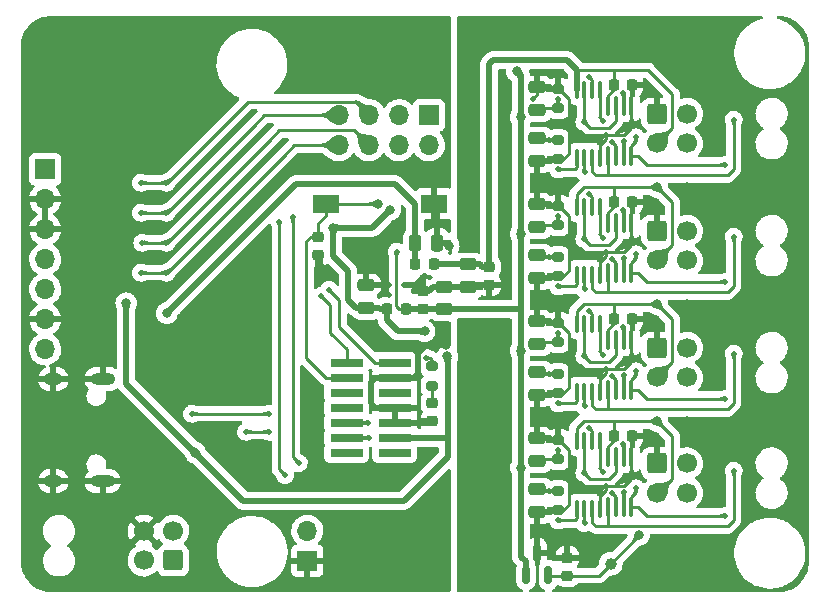
<source format=gtl>
G04 #@! TF.GenerationSoftware,KiCad,Pcbnew,(6.0.11)*
G04 #@! TF.CreationDate,2023-05-24T19:33:27+02:00*
G04 #@! TF.ProjectId,an2can,616e3263-616e-42e6-9b69-6361645f7063,V0*
G04 #@! TF.SameCoordinates,Original*
G04 #@! TF.FileFunction,Copper,L1,Top*
G04 #@! TF.FilePolarity,Positive*
%FSLAX46Y46*%
G04 Gerber Fmt 4.6, Leading zero omitted, Abs format (unit mm)*
G04 Created by KiCad (PCBNEW (6.0.11)) date 2023-05-24 19:33:27*
%MOMM*%
%LPD*%
G01*
G04 APERTURE LIST*
G04 Aperture macros list*
%AMRoundRect*
0 Rectangle with rounded corners*
0 $1 Rounding radius*
0 $2 $3 $4 $5 $6 $7 $8 $9 X,Y pos of 4 corners*
0 Add a 4 corners polygon primitive as box body*
4,1,4,$2,$3,$4,$5,$6,$7,$8,$9,$2,$3,0*
0 Add four circle primitives for the rounded corners*
1,1,$1+$1,$2,$3*
1,1,$1+$1,$4,$5*
1,1,$1+$1,$6,$7*
1,1,$1+$1,$8,$9*
0 Add four rect primitives between the rounded corners*
20,1,$1+$1,$2,$3,$4,$5,0*
20,1,$1+$1,$4,$5,$6,$7,0*
20,1,$1+$1,$6,$7,$8,$9,0*
20,1,$1+$1,$8,$9,$2,$3,0*%
G04 Aperture macros list end*
G04 #@! TA.AperFunction,ComponentPad*
%ADD10RoundRect,0.250000X-0.600000X-0.600000X0.600000X-0.600000X0.600000X0.600000X-0.600000X0.600000X0*%
G04 #@! TD*
G04 #@! TA.AperFunction,ComponentPad*
%ADD11C,1.700000*%
G04 #@! TD*
G04 #@! TA.AperFunction,SMDPad,CuDef*
%ADD12C,1.000000*%
G04 #@! TD*
G04 #@! TA.AperFunction,SMDPad,CuDef*
%ADD13RoundRect,0.250000X-0.475000X0.250000X-0.475000X-0.250000X0.475000X-0.250000X0.475000X0.250000X0*%
G04 #@! TD*
G04 #@! TA.AperFunction,SMDPad,CuDef*
%ADD14RoundRect,0.200000X-0.275000X0.200000X-0.275000X-0.200000X0.275000X-0.200000X0.275000X0.200000X0*%
G04 #@! TD*
G04 #@! TA.AperFunction,SMDPad,CuDef*
%ADD15R,2.180000X1.600000*%
G04 #@! TD*
G04 #@! TA.AperFunction,SMDPad,CuDef*
%ADD16RoundRect,0.100000X0.100000X-0.712500X0.100000X0.712500X-0.100000X0.712500X-0.100000X-0.712500X0*%
G04 #@! TD*
G04 #@! TA.AperFunction,SMDPad,CuDef*
%ADD17RoundRect,0.225000X0.225000X0.250000X-0.225000X0.250000X-0.225000X-0.250000X0.225000X-0.250000X0*%
G04 #@! TD*
G04 #@! TA.AperFunction,SMDPad,CuDef*
%ADD18RoundRect,0.250000X0.475000X-0.250000X0.475000X0.250000X-0.475000X0.250000X-0.475000X-0.250000X0*%
G04 #@! TD*
G04 #@! TA.AperFunction,SMDPad,CuDef*
%ADD19RoundRect,0.225000X-0.250000X0.225000X-0.250000X-0.225000X0.250000X-0.225000X0.250000X0.225000X0*%
G04 #@! TD*
G04 #@! TA.AperFunction,SMDPad,CuDef*
%ADD20RoundRect,0.200000X0.275000X-0.200000X0.275000X0.200000X-0.275000X0.200000X-0.275000X-0.200000X0*%
G04 #@! TD*
G04 #@! TA.AperFunction,ComponentPad*
%ADD21RoundRect,0.250000X0.600000X0.600000X-0.600000X0.600000X-0.600000X-0.600000X0.600000X-0.600000X0*%
G04 #@! TD*
G04 #@! TA.AperFunction,SMDPad,CuDef*
%ADD22RoundRect,0.218750X-0.218750X-0.256250X0.218750X-0.256250X0.218750X0.256250X-0.218750X0.256250X0*%
G04 #@! TD*
G04 #@! TA.AperFunction,SMDPad,CuDef*
%ADD23R,2.790000X0.740000*%
G04 #@! TD*
G04 #@! TA.AperFunction,SMDPad,CuDef*
%ADD24RoundRect,0.100000X0.100000X-0.637500X0.100000X0.637500X-0.100000X0.637500X-0.100000X-0.637500X0*%
G04 #@! TD*
G04 #@! TA.AperFunction,ComponentPad*
%ADD25R,1.700000X1.700000*%
G04 #@! TD*
G04 #@! TA.AperFunction,ComponentPad*
%ADD26O,1.700000X1.700000*%
G04 #@! TD*
G04 #@! TA.AperFunction,SMDPad,CuDef*
%ADD27RoundRect,0.218750X0.256250X-0.218750X0.256250X0.218750X-0.256250X0.218750X-0.256250X-0.218750X0*%
G04 #@! TD*
G04 #@! TA.AperFunction,SMDPad,CuDef*
%ADD28RoundRect,0.250000X-0.250000X-0.475000X0.250000X-0.475000X0.250000X0.475000X-0.250000X0.475000X0*%
G04 #@! TD*
G04 #@! TA.AperFunction,SMDPad,CuDef*
%ADD29RoundRect,0.150000X0.150000X-0.587500X0.150000X0.587500X-0.150000X0.587500X-0.150000X-0.587500X0*%
G04 #@! TD*
G04 #@! TA.AperFunction,SMDPad,CuDef*
%ADD30RoundRect,0.225000X0.250000X-0.225000X0.250000X0.225000X-0.250000X0.225000X-0.250000X-0.225000X0*%
G04 #@! TD*
G04 #@! TA.AperFunction,SMDPad,CuDef*
%ADD31C,0.500000*%
G04 #@! TD*
G04 #@! TA.AperFunction,ComponentPad*
%ADD32O,2.100000X1.000000*%
G04 #@! TD*
G04 #@! TA.AperFunction,ComponentPad*
%ADD33O,1.600000X1.000000*%
G04 #@! TD*
G04 #@! TA.AperFunction,ViaPad*
%ADD34C,0.800000*%
G04 #@! TD*
G04 #@! TA.AperFunction,ViaPad*
%ADD35C,0.500000*%
G04 #@! TD*
G04 #@! TA.AperFunction,Conductor*
%ADD36C,0.500000*%
G04 #@! TD*
G04 #@! TA.AperFunction,Conductor*
%ADD37C,0.250000*%
G04 #@! TD*
G04 APERTURE END LIST*
G36*
X96131000Y-89404000D02*
G01*
X95131000Y-89404000D01*
X95131000Y-88904000D01*
X96131000Y-88904000D01*
X96131000Y-89404000D01*
G37*
D10*
X116586000Y-74696000D03*
D11*
X116586000Y-77196000D03*
X119086000Y-74696000D03*
X119086000Y-77196000D03*
D12*
X112649000Y-112776000D03*
D13*
X106426000Y-96586000D03*
X106426000Y-98486000D03*
D14*
X108204000Y-106617000D03*
X108204000Y-108267000D03*
D15*
X97681000Y-82296000D03*
X88501000Y-82296000D03*
D16*
X112436000Y-78292500D03*
X113086000Y-78292500D03*
X113736000Y-78292500D03*
X114386000Y-78292500D03*
X114386000Y-74067500D03*
X113736000Y-74067500D03*
X113086000Y-74067500D03*
X112436000Y-74067500D03*
D17*
X114440000Y-101981000D03*
X112890000Y-101981000D03*
D14*
X108204000Y-96711000D03*
X108204000Y-98361000D03*
D18*
X106426000Y-74356000D03*
X106426000Y-72456000D03*
X98552000Y-91247000D03*
X98552000Y-89347000D03*
D17*
X114440000Y-92075000D03*
X112890000Y-92075000D03*
D13*
X106426000Y-76774000D03*
X106426000Y-78674000D03*
D19*
X108966000Y-112255000D03*
X108966000Y-113805000D03*
D14*
X108204000Y-76899000D03*
X108204000Y-78549000D03*
D13*
X100584000Y-87442000D03*
X100584000Y-89342000D03*
D20*
X108204000Y-103949000D03*
X108204000Y-102299000D03*
D21*
X75611000Y-112502000D03*
D11*
X75611000Y-110002000D03*
X73111000Y-112502000D03*
X73111000Y-110002000D03*
D18*
X106426000Y-94168000D03*
X106426000Y-92268000D03*
D22*
X93700500Y-91186000D03*
X95275500Y-91186000D03*
D23*
X94356500Y-103378000D03*
X90286500Y-103378000D03*
X94356500Y-102108000D03*
X90286500Y-102108000D03*
X94356500Y-100838000D03*
X90286500Y-100838000D03*
X94356500Y-99568000D03*
X90286500Y-99568000D03*
X94356500Y-98298000D03*
X90286500Y-98298000D03*
X94356500Y-97028000D03*
X90286500Y-97028000D03*
X94356500Y-95758000D03*
X90286500Y-95758000D03*
D24*
X109769000Y-108125500D03*
X110419000Y-108125500D03*
X111069000Y-108125500D03*
X111719000Y-108125500D03*
X111719000Y-102400500D03*
X111069000Y-102400500D03*
X110419000Y-102400500D03*
X109769000Y-102400500D03*
D16*
X112436000Y-98104500D03*
X113086000Y-98104500D03*
X113736000Y-98104500D03*
X114386000Y-98104500D03*
X114386000Y-93879500D03*
X113736000Y-93879500D03*
X113086000Y-93879500D03*
X112436000Y-93879500D03*
D17*
X114440000Y-72263000D03*
X112890000Y-72263000D03*
D18*
X91948000Y-91120000D03*
X91948000Y-89220000D03*
D10*
X116586000Y-104287000D03*
D11*
X116586000Y-106787000D03*
X119086000Y-104287000D03*
X119086000Y-106787000D03*
D14*
X97536000Y-96076000D03*
X97536000Y-97726000D03*
D25*
X97272000Y-74803000D03*
D26*
X97272000Y-77343000D03*
X94732000Y-74803000D03*
X94732000Y-77343000D03*
X92192000Y-74803000D03*
X92192000Y-77343000D03*
X89652000Y-74803000D03*
X89652000Y-77343000D03*
D27*
X97536000Y-100736500D03*
X97536000Y-99161500D03*
D24*
X109769000Y-88313500D03*
X110419000Y-88313500D03*
X111069000Y-88313500D03*
X111719000Y-88313500D03*
X111719000Y-82588500D03*
X111069000Y-82588500D03*
X110419000Y-82588500D03*
X109769000Y-82588500D03*
X109769000Y-98219500D03*
X110419000Y-98219500D03*
X111069000Y-98219500D03*
X111719000Y-98219500D03*
X111719000Y-92494500D03*
X111069000Y-92494500D03*
X110419000Y-92494500D03*
X109769000Y-92494500D03*
D17*
X114440000Y-82169000D03*
X112890000Y-82169000D03*
D20*
X108204000Y-74231000D03*
X108204000Y-72581000D03*
D10*
X116586000Y-94508000D03*
D11*
X116586000Y-97008000D03*
X119086000Y-94508000D03*
X119086000Y-97008000D03*
D28*
X96078000Y-85598000D03*
X97978000Y-85598000D03*
D22*
X96113500Y-87376000D03*
X97688500Y-87376000D03*
D29*
X105476000Y-113713500D03*
X107376000Y-113713500D03*
X106426000Y-111838500D03*
D30*
X96774000Y-91199000D03*
X96774000Y-89649000D03*
D20*
X108204000Y-94043000D03*
X108204000Y-92393000D03*
D25*
X86959500Y-112527000D03*
D26*
X86959500Y-109987000D03*
D13*
X106426000Y-106492000D03*
X106426000Y-108392000D03*
D31*
X95131000Y-89154000D03*
X96131000Y-89154000D03*
D18*
X106426000Y-104074000D03*
X106426000Y-102174000D03*
D13*
X106426000Y-86680000D03*
X106426000Y-88580000D03*
D10*
X116586000Y-84602000D03*
D11*
X116586000Y-87102000D03*
X119086000Y-84602000D03*
X119086000Y-87102000D03*
D16*
X112436000Y-108010500D03*
X113086000Y-108010500D03*
X113736000Y-108010500D03*
X114386000Y-108010500D03*
X114386000Y-103785500D03*
X113736000Y-103785500D03*
X113086000Y-103785500D03*
X112436000Y-103785500D03*
D24*
X109769000Y-78407500D03*
X110419000Y-78407500D03*
X111069000Y-78407500D03*
X111719000Y-78407500D03*
X111719000Y-72682500D03*
X111069000Y-72682500D03*
X110419000Y-72682500D03*
X109769000Y-72682500D03*
D14*
X108204000Y-86805000D03*
X108204000Y-88455000D03*
D20*
X108204000Y-84137000D03*
X108204000Y-82487000D03*
D19*
X102362000Y-87617000D03*
X102362000Y-89167000D03*
D25*
X64770000Y-79375000D03*
D26*
X64770000Y-81915000D03*
X64770000Y-84455000D03*
X64770000Y-86995000D03*
X64770000Y-89535000D03*
X64770000Y-92075000D03*
X64770000Y-94615000D03*
D19*
X87884000Y-85077000D03*
X87884000Y-86627000D03*
D18*
X106426000Y-84262000D03*
X106426000Y-82362000D03*
D16*
X112436000Y-88198500D03*
X113086000Y-88198500D03*
X113736000Y-88198500D03*
X114386000Y-88198500D03*
X114386000Y-83973500D03*
X113736000Y-83973500D03*
X113086000Y-83973500D03*
X112436000Y-83973500D03*
D32*
X69626000Y-97153000D03*
D33*
X65446000Y-97153000D03*
X65446000Y-105793000D03*
D32*
X69626000Y-105793000D03*
D34*
X128397000Y-80899000D03*
D35*
X112268000Y-76454000D03*
D34*
X100457000Y-96393000D03*
X100457000Y-101473000D03*
X108204000Y-100711000D03*
X108204000Y-71374000D03*
X103759000Y-76749000D03*
X100457000Y-93853000D03*
X122555000Y-67437000D03*
X100457000Y-83185000D03*
X100457000Y-106553000D03*
X100457000Y-98933000D03*
X100457000Y-78105000D03*
X100457000Y-104013000D03*
X100457000Y-111633000D03*
X124333000Y-100711000D03*
X100457000Y-67945000D03*
X103886000Y-92456000D03*
X100457000Y-109093000D03*
X119126000Y-100711000D03*
X103759000Y-89789000D03*
X100457000Y-73025000D03*
D35*
X112268000Y-106172000D03*
X112268000Y-86360000D03*
D34*
X119126000Y-80899000D03*
X119126000Y-90805000D03*
X108204000Y-80899000D03*
D35*
X112268000Y-96266000D03*
D34*
X100457000Y-80645000D03*
X102616000Y-100838000D03*
X100457000Y-114173000D03*
X108204000Y-90805000D03*
X116586000Y-111506000D03*
X100457000Y-75565000D03*
X111760000Y-69977000D03*
X124333000Y-80899000D03*
X100457000Y-70485000D03*
X124333000Y-90805000D03*
X128397000Y-100711000D03*
X121539000Y-113411000D03*
X108585000Y-110490000D03*
X128397000Y-90805000D03*
D35*
X106045000Y-73406000D03*
X113665000Y-102621449D03*
X113665000Y-92715449D03*
D34*
X115062000Y-110325500D03*
D35*
X113666844Y-72906034D03*
X113665000Y-82809449D03*
D34*
X89154000Y-84328000D03*
X98820351Y-95223457D03*
X77470000Y-103378000D03*
X96896701Y-93095299D03*
X71628000Y-90717500D03*
X93980000Y-82804000D03*
D35*
X85598000Y-106426000D03*
D34*
X85979000Y-67818000D03*
X65786000Y-101346000D03*
X87376000Y-99568000D03*
X78105000Y-113665000D03*
X98044000Y-106553000D03*
D35*
X93091000Y-89154000D03*
X93853000Y-89154000D03*
D34*
X98044000Y-114173000D03*
X68834000Y-112649000D03*
X65659000Y-69088000D03*
D35*
X93091000Y-90043000D03*
D34*
X98171000Y-73025000D03*
X66802000Y-77089000D03*
X68580000Y-82804000D03*
X88011000Y-87630000D03*
X85979000Y-72390000D03*
D35*
X93853000Y-90043000D03*
D34*
X98171000Y-70485000D03*
X98044000Y-111633000D03*
X70358000Y-71882000D03*
X98679000Y-94234000D03*
X63754000Y-111379000D03*
X97155000Y-103378000D03*
D35*
X95123000Y-89154000D03*
D34*
X98933000Y-85852000D03*
X77597000Y-97917000D03*
X77139050Y-105463242D03*
X68580000Y-88265000D03*
X76835000Y-69723000D03*
X80645000Y-90551000D03*
X90576264Y-86495150D03*
X79248000Y-101473000D03*
X98171000Y-67945000D03*
X98044000Y-109093000D03*
X73914000Y-95504000D03*
X81915000Y-95504000D03*
D35*
X91313000Y-92964000D03*
D34*
X76962000Y-74041000D03*
X105029000Y-104648002D03*
D35*
X94543500Y-86357000D03*
D34*
X104711462Y-71090368D03*
X105029000Y-84863334D03*
X105029000Y-94755668D03*
X105029000Y-74971000D03*
X75057000Y-91567000D03*
X116586000Y-80899000D03*
X116586000Y-90805000D03*
X116586000Y-100711000D03*
D35*
X92202000Y-102108000D03*
X92075000Y-100838000D03*
X88773000Y-89599500D03*
X88138000Y-90099500D03*
X84582000Y-83820000D03*
X85090000Y-105283000D03*
X86233000Y-104267000D03*
X85725000Y-83439000D03*
X97028000Y-95353500D03*
X75027000Y-88138000D03*
X72868000Y-88138000D03*
X75027000Y-85598000D03*
X72995000Y-85598000D03*
X72868000Y-83058000D03*
X75027000Y-83058000D03*
X75027000Y-80518000D03*
X72868000Y-80518000D03*
X81788000Y-101600000D03*
X83693000Y-101600000D03*
X112777310Y-86992320D03*
X113792000Y-86934500D03*
X112777310Y-77086320D03*
X113792000Y-77028500D03*
X112777310Y-96898320D03*
X113792000Y-96840500D03*
X112777310Y-106804320D03*
X113792000Y-106746500D03*
X110779933Y-81467404D03*
X110779933Y-71561404D03*
X110779933Y-91373404D03*
X110779933Y-101279404D03*
X107452071Y-106620251D03*
X108204000Y-83336500D03*
X108204000Y-73430500D03*
X108204000Y-93242500D03*
X108204000Y-103148500D03*
X108204000Y-89304500D03*
X110419000Y-85273000D03*
X108204000Y-79398500D03*
X110419000Y-75367000D03*
X108204000Y-99210500D03*
X110419000Y-95179000D03*
X108204000Y-109116500D03*
X110419000Y-105085000D03*
X77216000Y-100076000D03*
X83693000Y-100076000D03*
X112014000Y-85210500D03*
X114779501Y-86594931D03*
X122364000Y-88901181D03*
X123063000Y-85090000D03*
X114779501Y-76688931D03*
X112014000Y-75304500D03*
X122364000Y-78995181D03*
X123063000Y-75184000D03*
X114779501Y-96500931D03*
X112014000Y-95116500D03*
X122364000Y-98807181D03*
X123063000Y-94996000D03*
X112014000Y-105022500D03*
X122364000Y-108713181D03*
X114779501Y-106406931D03*
X123063000Y-104902000D03*
D34*
X92964000Y-82296000D03*
D35*
X107452071Y-86808251D03*
X107452071Y-76902251D03*
X107452071Y-96714251D03*
X110429749Y-89504928D03*
X110429749Y-79598928D03*
X110429749Y-99410928D03*
X110429749Y-109316928D03*
D36*
X102362000Y-89167000D02*
X100759000Y-89167000D01*
D37*
X109093000Y-103124000D02*
X109093000Y-106172000D01*
X111719000Y-107063808D02*
X111719000Y-108125500D01*
X115824000Y-92075000D02*
X116586000Y-92837000D01*
X114386000Y-103785500D02*
X114386000Y-102035000D01*
X114386000Y-83973500D02*
X114386000Y-85766000D01*
X112268000Y-86360000D02*
X109093000Y-86360000D01*
X109093000Y-107823000D02*
X109093000Y-106172000D01*
X109093000Y-93218000D02*
X109093000Y-96266000D01*
X112268000Y-96266000D02*
X109093000Y-96266000D01*
D36*
X97597000Y-89347000D02*
X98552000Y-89347000D01*
D37*
X111719000Y-77345808D02*
X111719000Y-78407500D01*
X112268000Y-96266000D02*
X112268000Y-96608808D01*
X108204000Y-108267000D02*
X108649000Y-108267000D01*
X114386000Y-103785500D02*
X114386000Y-105578000D01*
X108649000Y-108267000D02*
X109093000Y-107823000D01*
X108204000Y-98361000D02*
X108649000Y-98361000D01*
D36*
X98552000Y-89347000D02*
X100579000Y-89347000D01*
D37*
X113792000Y-96266000D02*
X112268000Y-96266000D01*
X109093000Y-97917000D02*
X109093000Y-96266000D01*
X108649000Y-88455000D02*
X109093000Y-88011000D01*
X113792000Y-86360000D02*
X112268000Y-86360000D01*
X115824000Y-72263000D02*
X116586000Y-73025000D01*
X111719000Y-87251808D02*
X111719000Y-88313500D01*
X109093000Y-88011000D02*
X109093000Y-86360000D01*
X108204000Y-88455000D02*
X108649000Y-88455000D01*
X109093000Y-78105000D02*
X109093000Y-76454000D01*
X116586000Y-92837000D02*
X116586000Y-94488000D01*
X106426000Y-72456000D02*
X106426000Y-73025000D01*
X114386000Y-83973500D02*
X114386000Y-82223000D01*
X108268000Y-92393000D02*
X109093000Y-93218000D01*
X114440000Y-101981000D02*
X115824000Y-101981000D01*
X108268000Y-102299000D02*
X109093000Y-103124000D01*
X109093000Y-73406000D02*
X109093000Y-76454000D01*
X106426000Y-73025000D02*
X106045000Y-73406000D01*
X112268000Y-76454000D02*
X112268000Y-76796808D01*
X112268000Y-76796808D02*
X111719000Y-77345808D01*
X115824000Y-82169000D02*
X116586000Y-82931000D01*
X108204000Y-78549000D02*
X108649000Y-78549000D01*
X114386000Y-75860000D02*
X113792000Y-76454000D01*
X114386000Y-93879500D02*
X114386000Y-95672000D01*
X114440000Y-82169000D02*
X115824000Y-82169000D01*
X108649000Y-78549000D02*
X109093000Y-78105000D01*
X114386000Y-74067500D02*
X114386000Y-72317000D01*
X114386000Y-105578000D02*
X113792000Y-106172000D01*
X114386000Y-74067500D02*
X114386000Y-75860000D01*
X113792000Y-76454000D02*
X112268000Y-76454000D01*
X108204000Y-72581000D02*
X106551000Y-72581000D01*
X114386000Y-85766000D02*
X113792000Y-86360000D01*
X108268000Y-72581000D02*
X109093000Y-73406000D01*
X112268000Y-86702808D02*
X111719000Y-87251808D01*
X111719000Y-97157808D02*
X111719000Y-98219500D01*
X114440000Y-92075000D02*
X115824000Y-92075000D01*
X116586000Y-73025000D02*
X116586000Y-74676000D01*
X116586000Y-82931000D02*
X116586000Y-84582000D01*
X115824000Y-101981000D02*
X116586000Y-102743000D01*
X114440000Y-72263000D02*
X115824000Y-72263000D01*
X112268000Y-106172000D02*
X109093000Y-106172000D01*
X106426000Y-78674000D02*
X108079000Y-78674000D01*
X108268000Y-82487000D02*
X109093000Y-83312000D01*
X106426000Y-88580000D02*
X108079000Y-88580000D01*
X114386000Y-95672000D02*
X113792000Y-96266000D01*
X113792000Y-106172000D02*
X112268000Y-106172000D01*
X106426000Y-98486000D02*
X108079000Y-98486000D01*
X106426000Y-108392000D02*
X108079000Y-108392000D01*
X109093000Y-83312000D02*
X109093000Y-86360000D01*
X106426000Y-92268000D02*
X108079000Y-92268000D01*
X116586000Y-102743000D02*
X116586000Y-104394000D01*
X106426000Y-82362000D02*
X108079000Y-82362000D01*
X112268000Y-96608808D02*
X111719000Y-97157808D01*
D36*
X97295000Y-89649000D02*
X97597000Y-89347000D01*
X96774000Y-89649000D02*
X97295000Y-89649000D01*
D37*
X106426000Y-102174000D02*
X108079000Y-102174000D01*
X112268000Y-106514808D02*
X111719000Y-107063808D01*
X112268000Y-76454000D02*
X109093000Y-76454000D01*
X114386000Y-93879500D02*
X114386000Y-92129000D01*
X108649000Y-98361000D02*
X109093000Y-97917000D01*
X112268000Y-86360000D02*
X112268000Y-86702808D01*
X112268000Y-106172000D02*
X112268000Y-106514808D01*
X111633000Y-113792000D02*
X112649000Y-112776000D01*
X108966000Y-113805000D02*
X107467500Y-113805000D01*
X115062000Y-110363000D02*
X112649000Y-112776000D01*
X113736000Y-92786449D02*
X113736000Y-93879500D01*
X113736000Y-102692449D02*
X113736000Y-103785500D01*
X113665000Y-102621449D02*
X113736000Y-102692449D01*
X113665000Y-92715449D02*
X113736000Y-92786449D01*
X115062000Y-110325500D02*
X115062000Y-110363000D01*
X113665000Y-82809449D02*
X113736000Y-82880449D01*
X113666844Y-72906034D02*
X113736000Y-72975190D01*
X113736000Y-82880449D02*
X113736000Y-83973500D01*
X113736000Y-72975190D02*
X113736000Y-74067500D01*
X108979000Y-113792000D02*
X111633000Y-113792000D01*
D36*
X98842000Y-102199000D02*
X98842000Y-103723000D01*
X77470000Y-103378000D02*
X71628000Y-97536000D01*
X89154000Y-84328000D02*
X89154000Y-86741000D01*
X92456000Y-84328000D02*
X89154000Y-84328000D01*
X98820351Y-95223457D02*
X98842000Y-95245106D01*
X90424000Y-88011000D02*
X90424000Y-90424000D01*
X91120000Y-91120000D02*
X91948000Y-91120000D01*
X98842000Y-103723000D02*
X95123000Y-107442000D01*
X91948000Y-91120000D02*
X93025000Y-91120000D01*
X89154000Y-86741000D02*
X90424000Y-88011000D01*
X98751000Y-102108000D02*
X98842000Y-102199000D01*
X94619299Y-93095299D02*
X93700500Y-92176500D01*
X93025000Y-91120000D02*
X93091000Y-91186000D01*
X94356500Y-102108000D02*
X98751000Y-102108000D01*
X98842000Y-95245106D02*
X98842000Y-102199000D01*
X81534000Y-107442000D02*
X77470000Y-103378000D01*
X93980000Y-82804000D02*
X92456000Y-84328000D01*
X95123000Y-107442000D02*
X81534000Y-107442000D01*
X90424000Y-90424000D02*
X91120000Y-91120000D01*
X96896701Y-93095299D02*
X94619299Y-93095299D01*
X93091000Y-91186000D02*
X93700500Y-91186000D01*
X71628000Y-97536000D02*
X71628000Y-90717500D01*
X93700500Y-92176500D02*
X93700500Y-91186000D01*
X92710000Y-97028000D02*
X92329000Y-97409000D01*
X92329000Y-99187000D02*
X92710000Y-99568000D01*
X96328000Y-96660682D02*
X95960682Y-97028000D01*
X97409000Y-100863500D02*
X94382000Y-100863500D01*
X92710000Y-99568000D02*
X94356500Y-99568000D01*
X92329000Y-97409000D02*
X92329000Y-99187000D01*
X96328000Y-94934000D02*
X96328000Y-96660682D01*
X91948000Y-87866886D02*
X90576264Y-86495150D01*
X94356500Y-99568000D02*
X94356500Y-100838000D01*
X98679000Y-94234000D02*
X97028000Y-94234000D01*
X93091000Y-89154000D02*
X92014000Y-89154000D01*
X97028000Y-94234000D02*
X96328000Y-94934000D01*
X94356500Y-97028000D02*
X92710000Y-97028000D01*
X91948000Y-89220000D02*
X91948000Y-87866886D01*
X95960682Y-97028000D02*
X94356500Y-97028000D01*
X88011000Y-87630000D02*
X88011000Y-86754000D01*
X97978000Y-85598000D02*
X97978000Y-82593000D01*
X105029000Y-112141000D02*
X105029000Y-95123000D01*
X105029000Y-84863334D02*
X105029000Y-73787000D01*
X105029000Y-94755668D02*
X105029000Y-90818668D01*
X95275500Y-91186000D02*
X96761000Y-91186000D01*
X105476000Y-113713500D02*
X105476000Y-112588000D01*
D37*
X94488000Y-90932000D02*
X94742000Y-91186000D01*
D36*
X98552000Y-91247000D02*
X104968000Y-91247000D01*
X105029000Y-71407906D02*
X104711462Y-71090368D01*
X96774000Y-91199000D02*
X98504000Y-91199000D01*
D37*
X94488000Y-86412500D02*
X94488000Y-90932000D01*
D36*
X105476000Y-112588000D02*
X105156000Y-112268000D01*
D37*
X94543500Y-86357000D02*
X94488000Y-86412500D01*
D36*
X105029000Y-74971000D02*
X105029000Y-71407906D01*
X105156000Y-112268000D02*
X105029000Y-112141000D01*
D37*
X94742000Y-91186000D02*
X95275500Y-91186000D01*
D36*
X105029000Y-90818668D02*
X105029000Y-84863334D01*
X94361000Y-80645000D02*
X85979000Y-80645000D01*
X96113500Y-87376000D02*
X96113500Y-85633500D01*
X96078000Y-82362000D02*
X94361000Y-80645000D01*
X85979000Y-80645000D02*
X75057000Y-91567000D01*
X96078000Y-85598000D02*
X96078000Y-82362000D01*
D37*
X117856000Y-95718000D02*
X117856000Y-92075000D01*
X109769000Y-92494500D02*
X109769000Y-91399000D01*
X109769000Y-81493000D02*
X110369596Y-80892404D01*
X112436000Y-83973500D02*
X112436000Y-83017000D01*
X112890000Y-82169000D02*
X112890000Y-80912000D01*
X112890000Y-72263000D02*
X112890000Y-71006000D01*
X115824000Y-70993000D02*
X112903000Y-70993000D01*
X112436000Y-83017000D02*
X112890000Y-82563000D01*
X111024702Y-80899000D02*
X112903000Y-80899000D01*
X117856000Y-101981000D02*
X116586000Y-100711000D01*
X109855000Y-70986404D02*
X111018106Y-70986404D01*
X117856000Y-73025000D02*
X115824000Y-70993000D01*
X112890000Y-101981000D02*
X112890000Y-100724000D01*
X110369596Y-100704404D02*
X111018106Y-100704404D01*
X111024702Y-100711000D02*
X112903000Y-100711000D01*
X112890000Y-90818000D02*
X112903000Y-90805000D01*
X112436000Y-92923000D02*
X112890000Y-92469000D01*
X111018106Y-100704404D02*
X111024702Y-100711000D01*
X111024702Y-90805000D02*
X112903000Y-90805000D01*
D36*
X101714000Y-87617000D02*
X102362000Y-87617000D01*
D37*
X112890000Y-71006000D02*
X112903000Y-70993000D01*
X111018106Y-80892404D02*
X111024702Y-80899000D01*
D36*
X101539000Y-87442000D02*
X101714000Y-87617000D01*
D37*
X116586000Y-100711000D02*
X112903000Y-100711000D01*
X111018106Y-70986404D02*
X111024702Y-70993000D01*
X112890000Y-100724000D02*
X112903000Y-100711000D01*
D36*
X100584000Y-87442000D02*
X101539000Y-87442000D01*
X97688500Y-87376000D02*
X100518000Y-87376000D01*
D37*
X109769000Y-91399000D02*
X110369596Y-90798404D01*
X109769000Y-102400500D02*
X109769000Y-101305000D01*
X109769000Y-101305000D02*
X110369596Y-100704404D01*
X112890000Y-80912000D02*
X112903000Y-80899000D01*
X117856000Y-82169000D02*
X116586000Y-80899000D01*
X112436000Y-103785500D02*
X112436000Y-102829000D01*
X116586000Y-106894000D02*
X117856000Y-105624000D01*
D36*
X102362000Y-70485000D02*
X102702000Y-70145000D01*
D37*
X112890000Y-92075000D02*
X112890000Y-90818000D01*
X116586000Y-90805000D02*
X112903000Y-90805000D01*
X112436000Y-102829000D02*
X112890000Y-102375000D01*
X111018106Y-90798404D02*
X111024702Y-90805000D01*
X112890000Y-102375000D02*
X112890000Y-101981000D01*
X117856000Y-92075000D02*
X116586000Y-90805000D01*
X110369596Y-90798404D02*
X111018106Y-90798404D01*
X109769000Y-82588500D02*
X109769000Y-81493000D01*
X112436000Y-74067500D02*
X112436000Y-73111000D01*
X110369596Y-80892404D02*
X111018106Y-80892404D01*
D36*
X109769000Y-70948000D02*
X109769000Y-72682500D01*
X102702000Y-70145000D02*
X108966000Y-70145000D01*
D37*
X112890000Y-82563000D02*
X112890000Y-82169000D01*
D36*
X102362000Y-87617000D02*
X102362000Y-70485000D01*
D37*
X117856000Y-85812000D02*
X117856000Y-82169000D01*
X117856000Y-75906000D02*
X117856000Y-73025000D01*
X116586000Y-77176000D02*
X117856000Y-75906000D01*
X111024702Y-70993000D02*
X112903000Y-70993000D01*
X109769000Y-71072404D02*
X109855000Y-70986404D01*
X112890000Y-92469000D02*
X112890000Y-92075000D01*
X116586000Y-80899000D02*
X112903000Y-80899000D01*
X112890000Y-72657000D02*
X112890000Y-72263000D01*
X117856000Y-105624000D02*
X117856000Y-101981000D01*
X116586000Y-96988000D02*
X117856000Y-95718000D01*
X112436000Y-93879500D02*
X112436000Y-92923000D01*
X109769000Y-72682500D02*
X109769000Y-71072404D01*
D36*
X108966000Y-70145000D02*
X109769000Y-70948000D01*
D37*
X116586000Y-87082000D02*
X117856000Y-85812000D01*
X112436000Y-73111000D02*
X112890000Y-72657000D01*
X97536000Y-97726000D02*
X97536000Y-99161500D01*
X92202000Y-102108000D02*
X90286500Y-102108000D01*
X92075000Y-100838000D02*
X90286500Y-100838000D01*
X88773000Y-89599500D02*
X89662000Y-90488500D01*
X89662000Y-90488500D02*
X89662000Y-92710000D01*
X89662000Y-92710000D02*
X92710000Y-95758000D01*
X92710000Y-95758000D02*
X94356500Y-95758000D01*
X88138000Y-90099500D02*
X88900000Y-90861500D01*
X88900000Y-90861500D02*
X88900000Y-93218000D01*
X90286500Y-94604500D02*
X90286500Y-95758000D01*
X88900000Y-93218000D02*
X90286500Y-94604500D01*
X84582000Y-104775000D02*
X84582000Y-83820000D01*
X85090000Y-105283000D02*
X84582000Y-104775000D01*
X86233000Y-104267000D02*
X85725000Y-103759000D01*
X85725000Y-103759000D02*
X85725000Y-83439000D01*
X97028000Y-95353500D02*
X97333117Y-95353500D01*
X97536000Y-95556383D02*
X97536000Y-96076000D01*
X97333117Y-95353500D02*
X97536000Y-95556383D01*
X84963000Y-78232000D02*
X85852000Y-77343000D01*
X75027000Y-88138000D02*
X75057000Y-88138000D01*
X85852000Y-77343000D02*
X89652000Y-77343000D01*
X72868000Y-88138000D02*
X75027000Y-88138000D01*
X75057000Y-88138000D02*
X84963000Y-78232000D01*
X75027000Y-85598000D02*
X75057000Y-85598000D01*
X84582000Y-76073000D02*
X90922000Y-76073000D01*
X83693000Y-76962000D02*
X84582000Y-76073000D01*
X90922000Y-76073000D02*
X92192000Y-77343000D01*
X75057000Y-85598000D02*
X83693000Y-76962000D01*
X72995000Y-85598000D02*
X75027000Y-85598000D01*
X75027000Y-83058000D02*
X75057000Y-83058000D01*
X82423000Y-75692000D02*
X83312000Y-74803000D01*
X75057000Y-83058000D02*
X82423000Y-75692000D01*
X83312000Y-74803000D02*
X89652000Y-74803000D01*
X72868000Y-83058000D02*
X75027000Y-83058000D01*
X75057000Y-80518000D02*
X81915000Y-73660000D01*
X91049000Y-73660000D02*
X92192000Y-74803000D01*
X75027000Y-80518000D02*
X75057000Y-80518000D01*
X81915000Y-73660000D02*
X91049000Y-73660000D01*
X75027000Y-80518000D02*
X72868000Y-80518000D01*
X83693000Y-101600000D02*
X81788000Y-101600000D01*
X113086000Y-87301010D02*
X112777310Y-86992320D01*
X113086000Y-88198500D02*
X113086000Y-87301010D01*
X113736000Y-86990500D02*
X113736000Y-88198500D01*
X113792000Y-86934500D02*
X113736000Y-86990500D01*
X113086000Y-78292500D02*
X113086000Y-77395010D01*
X113086000Y-77395010D02*
X112777310Y-77086320D01*
X113792000Y-77028500D02*
X113736000Y-77084500D01*
X113736000Y-77084500D02*
X113736000Y-78292500D01*
X113086000Y-97207010D02*
X112777310Y-96898320D01*
X113086000Y-98104500D02*
X113086000Y-97207010D01*
X113736000Y-96896500D02*
X113736000Y-98104500D01*
X113792000Y-96840500D02*
X113736000Y-96896500D01*
X113086000Y-107113010D02*
X112777310Y-106804320D01*
X113086000Y-108010500D02*
X113086000Y-107113010D01*
X113736000Y-106802500D02*
X113736000Y-108010500D01*
X113792000Y-106746500D02*
X113736000Y-106802500D01*
X111069000Y-81756471D02*
X110779933Y-81467404D01*
X111069000Y-82588500D02*
X111069000Y-81756471D01*
X111069000Y-72682500D02*
X111069000Y-71850471D01*
X111069000Y-71850471D02*
X110779933Y-71561404D01*
X111069000Y-91662471D02*
X110779933Y-91373404D01*
X111069000Y-92494500D02*
X111069000Y-91662471D01*
X111069000Y-102400500D02*
X111069000Y-101568471D01*
X111069000Y-101568471D02*
X110779933Y-101279404D01*
X107452071Y-106620251D02*
X106554251Y-106620251D01*
X107452071Y-106620251D02*
X108200749Y-106620251D01*
X108204000Y-83336500D02*
X108204000Y-84137000D01*
X108204000Y-84137000D02*
X106551000Y-84137000D01*
X108204000Y-73430500D02*
X108204000Y-74231000D01*
X108204000Y-74231000D02*
X106551000Y-74231000D01*
X108204000Y-93242500D02*
X108204000Y-94043000D01*
X108204000Y-94043000D02*
X106551000Y-94043000D01*
X108204000Y-103148500D02*
X108204000Y-103949000D01*
X108204000Y-103949000D02*
X106551000Y-103949000D01*
X109769000Y-89113000D02*
X109601000Y-89281000D01*
X108227500Y-89281000D02*
X108204000Y-89304500D01*
X109601000Y-89281000D02*
X108227500Y-89281000D01*
X109769000Y-88313500D02*
X109769000Y-89113000D01*
X113086000Y-83973500D02*
X113086000Y-85161000D01*
X110931000Y-85785000D02*
X110419000Y-85273000D01*
X112462000Y-85785000D02*
X110931000Y-85785000D01*
X113086000Y-85161000D02*
X112462000Y-85785000D01*
X110419000Y-85273000D02*
X110419000Y-82588500D01*
X108227500Y-79375000D02*
X108204000Y-79398500D01*
X109601000Y-79375000D02*
X108227500Y-79375000D01*
X109769000Y-79207000D02*
X109601000Y-79375000D01*
X109769000Y-78407500D02*
X109769000Y-79207000D01*
X112461500Y-75879500D02*
X110931500Y-75879500D01*
X113086000Y-75255000D02*
X112461500Y-75879500D01*
X110419000Y-75367000D02*
X110419000Y-72682500D01*
X113086000Y-74067500D02*
X113086000Y-75255000D01*
X110931500Y-75879500D02*
X110419000Y-75367000D01*
X109769000Y-99019000D02*
X109601000Y-99187000D01*
X109601000Y-99187000D02*
X108227500Y-99187000D01*
X108227500Y-99187000D02*
X108204000Y-99210500D01*
X109769000Y-98219500D02*
X109769000Y-99019000D01*
X113086000Y-93879500D02*
X113086000Y-95067000D01*
X110419000Y-95179000D02*
X110419000Y-92494500D01*
X113086000Y-95067000D02*
X112461500Y-95691500D01*
X110931500Y-95691500D02*
X110419000Y-95179000D01*
X112461500Y-95691500D02*
X110931500Y-95691500D01*
X109601000Y-109093000D02*
X108227500Y-109093000D01*
X109769000Y-108925000D02*
X109601000Y-109093000D01*
X109769000Y-108125500D02*
X109769000Y-108925000D01*
X108227500Y-109093000D02*
X108204000Y-109116500D01*
X112029827Y-105597000D02*
X112029327Y-105597500D01*
X110931500Y-105597500D02*
X110419000Y-105085000D01*
X113086000Y-104973000D02*
X112462000Y-105597000D01*
X113086000Y-103785500D02*
X113086000Y-104973000D01*
X112462000Y-105597000D02*
X112029827Y-105597000D01*
X110419000Y-105085000D02*
X110419000Y-102400500D01*
X112029327Y-105597500D02*
X110931500Y-105597500D01*
X83693000Y-100076000D02*
X77216000Y-100076000D01*
X115698181Y-88901181D02*
X114995500Y-88198500D01*
X114386000Y-88198500D02*
X114386000Y-87290000D01*
X114386000Y-87290000D02*
X114779501Y-86896499D01*
X114995500Y-88198500D02*
X114386000Y-88198500D01*
X114779501Y-86896499D02*
X114779501Y-86594931D01*
X112014000Y-85210500D02*
X111719000Y-84915500D01*
X122364000Y-88901181D02*
X115698181Y-88901181D01*
X111719000Y-84915500D02*
X111719000Y-82588500D01*
X111069000Y-89479000D02*
X111379000Y-89789000D01*
X123063000Y-89281000D02*
X123063000Y-85090000D01*
X112436000Y-88198500D02*
X112436000Y-89748000D01*
X111069000Y-88313500D02*
X111069000Y-89479000D01*
X122555000Y-89789000D02*
X123063000Y-89281000D01*
X112395000Y-89789000D02*
X122555000Y-89789000D01*
X111379000Y-89789000D02*
X112395000Y-89789000D01*
X112436000Y-89748000D02*
X112395000Y-89789000D01*
X122364000Y-78995181D02*
X115698181Y-78995181D01*
X115698181Y-78995181D02*
X114995500Y-78292500D01*
X114386000Y-78292500D02*
X114386000Y-77384000D01*
X114386000Y-77384000D02*
X114779501Y-76990499D01*
X114779501Y-76990499D02*
X114779501Y-76688931D01*
X112014000Y-75304500D02*
X111719000Y-75009500D01*
X111719000Y-75009500D02*
X111719000Y-72682500D01*
X114995500Y-78292500D02*
X114386000Y-78292500D01*
X111069000Y-78407500D02*
X111069000Y-79573000D01*
X111069000Y-79573000D02*
X111379000Y-79883000D01*
X123063000Y-79375000D02*
X123063000Y-75184000D01*
X112436000Y-79842000D02*
X112395000Y-79883000D01*
X112395000Y-79883000D02*
X122555000Y-79883000D01*
X112436000Y-78292500D02*
X112436000Y-79842000D01*
X111379000Y-79883000D02*
X112395000Y-79883000D01*
X122555000Y-79883000D02*
X123063000Y-79375000D01*
X111719000Y-94821500D02*
X111719000Y-92494500D01*
X122364000Y-98807181D02*
X115698181Y-98807181D01*
X114386000Y-98104500D02*
X114386000Y-97196000D01*
X114386000Y-97196000D02*
X114779501Y-96802499D01*
X115698181Y-98807181D02*
X114995500Y-98104500D01*
X112014000Y-95116500D02*
X111719000Y-94821500D01*
X114779501Y-96802499D02*
X114779501Y-96500931D01*
X114995500Y-98104500D02*
X114386000Y-98104500D01*
X112436000Y-98104500D02*
X112436000Y-99654000D01*
X111069000Y-98219500D02*
X111069000Y-99385000D01*
X111379000Y-99695000D02*
X112395000Y-99695000D01*
X122555000Y-99695000D02*
X123063000Y-99187000D01*
X112436000Y-99654000D02*
X112395000Y-99695000D01*
X111069000Y-99385000D02*
X111379000Y-99695000D01*
X123063000Y-99187000D02*
X123063000Y-94996000D01*
X112395000Y-99695000D02*
X122555000Y-99695000D01*
X114779501Y-106708499D02*
X114779501Y-106406931D01*
X122364000Y-108713181D02*
X115698181Y-108713181D01*
X111719000Y-104727500D02*
X111719000Y-102400500D01*
X112014000Y-105022500D02*
X111719000Y-104727500D01*
X114995500Y-108010500D02*
X114386000Y-108010500D01*
X114386000Y-107102000D02*
X114779501Y-106708499D01*
X115698181Y-108713181D02*
X114995500Y-108010500D01*
X114386000Y-108010500D02*
X114386000Y-107102000D01*
X111379000Y-109601000D02*
X112395000Y-109601000D01*
X112436000Y-108010500D02*
X112436000Y-109560000D01*
X111069000Y-108125500D02*
X111069000Y-109291000D01*
X112395000Y-109601000D02*
X122555000Y-109601000D01*
X112436000Y-109560000D02*
X112395000Y-109601000D01*
X122555000Y-109601000D02*
X123063000Y-109093000D01*
X111069000Y-109291000D02*
X111379000Y-109601000D01*
X123063000Y-109093000D02*
X123063000Y-104902000D01*
X86868000Y-85471000D02*
X87262000Y-85077000D01*
X87262000Y-85077000D02*
X87884000Y-85077000D01*
X87884000Y-85077000D02*
X87884000Y-83947000D01*
X86868000Y-95377000D02*
X86868000Y-85471000D01*
X88519000Y-97028000D02*
X86868000Y-95377000D01*
X87884000Y-83947000D02*
X88501000Y-83330000D01*
X90286500Y-97028000D02*
X88519000Y-97028000D01*
X88501000Y-83330000D02*
X88501000Y-82296000D01*
X92964000Y-82296000D02*
X88501000Y-82296000D01*
X107452071Y-86808251D02*
X106554251Y-86808251D01*
X107452071Y-86808251D02*
X108200749Y-86808251D01*
X107452071Y-76902251D02*
X108200749Y-76902251D01*
X107452071Y-76902251D02*
X106554251Y-76902251D01*
X107452071Y-96714251D02*
X108200749Y-96714251D01*
X107452071Y-96714251D02*
X106554251Y-96714251D01*
X110419000Y-88313500D02*
X110419000Y-89494179D01*
X110419000Y-89494179D02*
X110429749Y-89504928D01*
X110419000Y-78407500D02*
X110419000Y-79588179D01*
X110419000Y-79588179D02*
X110429749Y-79598928D01*
X110419000Y-98219500D02*
X110419000Y-99400179D01*
X110419000Y-99400179D02*
X110429749Y-99410928D01*
X110419000Y-109306179D02*
X110429749Y-109316928D01*
X110419000Y-108125500D02*
X110419000Y-109306179D01*
G04 #@! TA.AperFunction,Conductor*
G36*
X110706502Y-91288923D02*
G01*
X110750717Y-91300472D01*
X111022070Y-91371350D01*
X111029208Y-91376756D01*
X111030752Y-91381488D01*
X111034526Y-91418715D01*
X111046995Y-91456685D01*
X111065371Y-91489459D01*
X111087684Y-91519184D01*
X111087763Y-91519278D01*
X111087787Y-91519308D01*
X111111894Y-91547921D01*
X111112048Y-91548107D01*
X111135924Y-91577667D01*
X111136535Y-91578498D01*
X111158086Y-91610808D01*
X111158930Y-91612303D01*
X111165024Y-91625231D01*
X111176489Y-91649556D01*
X111177208Y-91651521D01*
X111181450Y-91667396D01*
X111189132Y-91696149D01*
X111189491Y-91698221D01*
X111192971Y-91741020D01*
X111190225Y-91749543D01*
X111182257Y-91753630D01*
X111181309Y-91753668D01*
X110954528Y-91753668D01*
X110946255Y-91750241D01*
X110942893Y-91743198D01*
X110940102Y-91716786D01*
X110940102Y-91716785D01*
X110940018Y-91715992D01*
X110928749Y-91687516D01*
X110911207Y-91666729D01*
X110902215Y-91660968D01*
X110888940Y-91652463D01*
X110888937Y-91652462D01*
X110888404Y-91652120D01*
X110861355Y-91642177D01*
X110831073Y-91635389D01*
X110798572Y-91630244D01*
X110765070Y-91625261D01*
X110764626Y-91625186D01*
X110731465Y-91618934D01*
X110730489Y-91618706D01*
X110706257Y-91611906D01*
X110699217Y-91606371D01*
X110697720Y-91600870D01*
X110697266Y-91577660D01*
X110691847Y-91300472D01*
X110695112Y-91292133D01*
X110703316Y-91288545D01*
X110706502Y-91288923D01*
G37*
G04 #@! TD.AperFunction*
G04 #@! TA.AperFunction,Conductor*
G36*
X104212621Y-92025502D02*
G01*
X104259114Y-92079158D01*
X104270500Y-92131500D01*
X104270500Y-93931752D01*
X104269138Y-93950225D01*
X104265454Y-93975080D01*
X104265434Y-93979567D01*
X104265434Y-93979573D01*
X104265143Y-94046412D01*
X104265121Y-94048267D01*
X104263906Y-94111936D01*
X104263803Y-94115164D01*
X104261700Y-94162167D01*
X104261387Y-94167050D01*
X104258761Y-94198408D01*
X104258033Y-94205003D01*
X104255518Y-94223352D01*
X104254169Y-94231294D01*
X104252064Y-94241670D01*
X104250033Y-94250159D01*
X104249310Y-94252778D01*
X104247513Y-94259283D01*
X104245031Y-94267234D01*
X104239915Y-94281898D01*
X104237387Y-94288534D01*
X104227036Y-94313570D01*
X104224880Y-94318486D01*
X104206623Y-94357810D01*
X104205562Y-94360899D01*
X104204338Y-94363938D01*
X104204052Y-94363823D01*
X104200214Y-94372249D01*
X104200462Y-94372359D01*
X104197777Y-94378389D01*
X104194473Y-94384112D01*
X104135458Y-94565740D01*
X104134768Y-94572301D01*
X104134768Y-94572303D01*
X104122226Y-94691632D01*
X104115496Y-94755668D01*
X104116186Y-94762233D01*
X104130383Y-94897306D01*
X104135458Y-94945596D01*
X104194473Y-95127224D01*
X104197776Y-95132946D01*
X104200461Y-95138976D01*
X104200426Y-95138992D01*
X104205149Y-95148952D01*
X104206345Y-95152950D01*
X104208228Y-95157019D01*
X104208233Y-95157032D01*
X104224956Y-95193167D01*
X104227222Y-95198368D01*
X104237509Y-95223515D01*
X104240091Y-95230397D01*
X104245170Y-95245239D01*
X104247664Y-95253424D01*
X104250296Y-95263247D01*
X104252274Y-95271817D01*
X104254556Y-95283558D01*
X104255832Y-95291454D01*
X104255971Y-95292528D01*
X104258471Y-95311901D01*
X104259134Y-95318339D01*
X104261756Y-95352358D01*
X104262026Y-95356965D01*
X104263794Y-95401310D01*
X104264022Y-95407030D01*
X104264106Y-95409996D01*
X104264744Y-95449463D01*
X104265194Y-95477252D01*
X104265209Y-95478852D01*
X104265236Y-95486770D01*
X104265457Y-95551228D01*
X104265463Y-95553095D01*
X104268498Y-95607118D01*
X104269298Y-95610231D01*
X104270500Y-95625817D01*
X104270500Y-104111003D01*
X104253619Y-104174002D01*
X104194473Y-104276446D01*
X104135458Y-104458074D01*
X104134768Y-104464635D01*
X104134768Y-104464637D01*
X104122131Y-104584871D01*
X104115496Y-104648002D01*
X104116186Y-104654567D01*
X104130714Y-104792790D01*
X104135458Y-104837930D01*
X104194473Y-105019558D01*
X104239999Y-105098410D01*
X104253619Y-105122001D01*
X104270500Y-105185001D01*
X104270500Y-112073930D01*
X104269067Y-112092880D01*
X104267064Y-112106048D01*
X104265801Y-112114349D01*
X104266394Y-112121641D01*
X104266394Y-112121644D01*
X104270085Y-112167018D01*
X104270500Y-112177233D01*
X104270500Y-112185293D01*
X104270925Y-112188937D01*
X104273789Y-112213507D01*
X104274222Y-112217882D01*
X104278470Y-112270101D01*
X104280140Y-112290637D01*
X104282396Y-112297601D01*
X104283587Y-112303560D01*
X104284971Y-112309415D01*
X104285818Y-112316681D01*
X104310735Y-112385327D01*
X104312152Y-112389455D01*
X104331828Y-112450190D01*
X104334649Y-112458899D01*
X104338445Y-112465154D01*
X104340951Y-112470628D01*
X104343670Y-112476058D01*
X104346167Y-112482937D01*
X104350180Y-112489057D01*
X104350180Y-112489058D01*
X104386186Y-112543976D01*
X104388523Y-112547680D01*
X104426405Y-112610107D01*
X104430121Y-112614315D01*
X104430122Y-112614316D01*
X104433803Y-112618484D01*
X104433776Y-112618508D01*
X104436429Y-112621500D01*
X104439132Y-112624733D01*
X104443144Y-112630852D01*
X104453315Y-112640487D01*
X104499383Y-112684128D01*
X104501825Y-112686506D01*
X104655353Y-112840034D01*
X104689379Y-112902346D01*
X104687256Y-112964280D01*
X104670438Y-113022169D01*
X104667500Y-113059498D01*
X104667500Y-114367502D01*
X104667693Y-114369950D01*
X104667693Y-114369958D01*
X104669601Y-114394196D01*
X104670438Y-114404831D01*
X104677083Y-114427702D01*
X104711630Y-114546615D01*
X104716855Y-114564601D01*
X104725452Y-114579138D01*
X104797509Y-114700980D01*
X104797511Y-114700982D01*
X104801547Y-114707807D01*
X104919193Y-114825453D01*
X104926017Y-114829489D01*
X104926020Y-114829491D01*
X105016692Y-114883114D01*
X105062399Y-114910145D01*
X105070013Y-114912357D01*
X105113290Y-114924930D01*
X105173126Y-114963142D01*
X105202804Y-115027638D01*
X105192901Y-115097941D01*
X105146562Y-115151729D01*
X105078158Y-115171927D01*
X99733020Y-115172766D01*
X99664896Y-115152775D01*
X99618395Y-115099126D01*
X99607000Y-115046766D01*
X99607000Y-95854388D01*
X99607065Y-95850356D01*
X99608230Y-95813968D01*
X99608370Y-95809607D01*
X99608560Y-95805627D01*
X99610772Y-95770990D01*
X99611038Y-95766835D01*
X99611525Y-95761207D01*
X99614332Y-95735503D01*
X99615295Y-95728503D01*
X99617167Y-95717253D01*
X99618184Y-95711144D01*
X99619703Y-95703492D01*
X99623244Y-95688165D01*
X99625190Y-95680773D01*
X99625746Y-95678896D01*
X99631070Y-95660912D01*
X99633113Y-95654624D01*
X99634911Y-95649550D01*
X99636917Y-95643885D01*
X99643616Y-95624976D01*
X99645432Y-95620165D01*
X99661640Y-95579736D01*
X99661644Y-95579724D01*
X99662858Y-95576696D01*
X99676573Y-95528518D01*
X99677925Y-95524083D01*
X99711853Y-95419663D01*
X99713893Y-95413385D01*
X99716137Y-95392041D01*
X99733165Y-95230022D01*
X99733855Y-95223457D01*
X99731386Y-95199961D01*
X99714583Y-95040092D01*
X99714583Y-95040090D01*
X99713893Y-95033529D01*
X99654878Y-94851901D01*
X99647548Y-94839204D01*
X99629864Y-94808576D01*
X99623881Y-94798212D01*
X99607000Y-94735213D01*
X99607000Y-92131500D01*
X99627002Y-92063379D01*
X99680658Y-92016886D01*
X99733000Y-92005500D01*
X104144500Y-92005500D01*
X104212621Y-92025502D01*
G37*
G04 #@! TD.AperFunction*
G04 #@! TA.AperFunction,Conductor*
G36*
X108400121Y-108033002D02*
G01*
X108446614Y-108086658D01*
X108458000Y-108139000D01*
X108458000Y-108240954D01*
X108437998Y-108309075D01*
X108384342Y-108355568D01*
X108317082Y-108366068D01*
X108229020Y-108355568D01*
X108209329Y-108353220D01*
X108202326Y-108353956D01*
X108202325Y-108353956D01*
X108047101Y-108370270D01*
X108047097Y-108370271D01*
X108040093Y-108371007D01*
X108033422Y-108373278D01*
X107885673Y-108423575D01*
X107885670Y-108423576D01*
X107879003Y-108425846D01*
X107873005Y-108429536D01*
X107873003Y-108429537D01*
X107745275Y-108508116D01*
X107714752Y-108521694D01*
X107701876Y-108525475D01*
X107691074Y-108537941D01*
X107667963Y-108579745D01*
X107637046Y-108610022D01*
X107574381Y-108643394D01*
X107548887Y-108646000D01*
X106698115Y-108646000D01*
X106682876Y-108650475D01*
X106681671Y-108651865D01*
X106680000Y-108659548D01*
X106680000Y-109381884D01*
X106684475Y-109397123D01*
X106685865Y-109398328D01*
X106693548Y-109399999D01*
X106948095Y-109399999D01*
X106954614Y-109399662D01*
X107050206Y-109389743D01*
X107063600Y-109386851D01*
X107217784Y-109335412D01*
X107230956Y-109329241D01*
X107298090Y-109287698D01*
X107366542Y-109268861D01*
X107434312Y-109290023D01*
X107479883Y-109344463D01*
X107483945Y-109355054D01*
X107511094Y-109436667D01*
X107514741Y-109442689D01*
X107514742Y-109442691D01*
X107569984Y-109533905D01*
X107599246Y-109582223D01*
X107717455Y-109704632D01*
X107758980Y-109731805D01*
X107836681Y-109782651D01*
X107859846Y-109797810D01*
X107866450Y-109800266D01*
X107866452Y-109800267D01*
X107902844Y-109813801D01*
X108019341Y-109857126D01*
X108188015Y-109879632D01*
X108195026Y-109878994D01*
X108195030Y-109878994D01*
X108350462Y-109864848D01*
X108357483Y-109864209D01*
X108364185Y-109862031D01*
X108364187Y-109862031D01*
X108512622Y-109813801D01*
X108519322Y-109811624D01*
X108565379Y-109784168D01*
X108580734Y-109776384D01*
X108601698Y-109767502D01*
X108601703Y-109767499D01*
X108605839Y-109765747D01*
X108631984Y-109749947D01*
X108694913Y-109731805D01*
X108697092Y-109731766D01*
X108703602Y-109731651D01*
X108703620Y-109731650D01*
X108705150Y-109731623D01*
X108706677Y-109731521D01*
X108706693Y-109731520D01*
X108749399Y-109728658D01*
X108749402Y-109728657D01*
X108755438Y-109728253D01*
X108757268Y-109727769D01*
X108772815Y-109726500D01*
X109522233Y-109726500D01*
X109533416Y-109727027D01*
X109540909Y-109728702D01*
X109548835Y-109728453D01*
X109548836Y-109728453D01*
X109608986Y-109726562D01*
X109612945Y-109726500D01*
X109640856Y-109726500D01*
X109644791Y-109726003D01*
X109644856Y-109725995D01*
X109656693Y-109725062D01*
X109700870Y-109723674D01*
X109700890Y-109723673D01*
X109700890Y-109723684D01*
X109767766Y-109732324D01*
X109814336Y-109773133D01*
X109817048Y-109771045D01*
X109821346Y-109776626D01*
X109824995Y-109782651D01*
X109943204Y-109905060D01*
X109949100Y-109908918D01*
X110072470Y-109989649D01*
X110085595Y-109998238D01*
X110092199Y-110000694D01*
X110092201Y-110000695D01*
X110128593Y-110014229D01*
X110245090Y-110057554D01*
X110413764Y-110080060D01*
X110420775Y-110079422D01*
X110420779Y-110079422D01*
X110576211Y-110065276D01*
X110583232Y-110064637D01*
X110589934Y-110062459D01*
X110589936Y-110062459D01*
X110738371Y-110014229D01*
X110745071Y-110012052D01*
X110752962Y-110007348D01*
X110754297Y-110007004D01*
X110757536Y-110005535D01*
X110757794Y-110006104D01*
X110821717Y-109989649D01*
X110889126Y-110011932D01*
X110903730Y-110023728D01*
X110936667Y-110054658D01*
X110939509Y-110057413D01*
X110959230Y-110077134D01*
X110962425Y-110079612D01*
X110971447Y-110087318D01*
X111003679Y-110117586D01*
X111010628Y-110121406D01*
X111021432Y-110127346D01*
X111037956Y-110138199D01*
X111053959Y-110150613D01*
X111094543Y-110168176D01*
X111105173Y-110173383D01*
X111143940Y-110194695D01*
X111151617Y-110196666D01*
X111151622Y-110196668D01*
X111163558Y-110199732D01*
X111182266Y-110206137D01*
X111200855Y-110214181D01*
X111208683Y-110215421D01*
X111208690Y-110215423D01*
X111244524Y-110221099D01*
X111256144Y-110223505D01*
X111287959Y-110231673D01*
X111298970Y-110234500D01*
X111319224Y-110234500D01*
X111338934Y-110236051D01*
X111358943Y-110239220D01*
X111366835Y-110238474D01*
X111385580Y-110236702D01*
X111402962Y-110235059D01*
X111414819Y-110234500D01*
X112316233Y-110234500D01*
X112327416Y-110235027D01*
X112334909Y-110236702D01*
X112342835Y-110236453D01*
X112342836Y-110236453D01*
X112402986Y-110234562D01*
X112406945Y-110234500D01*
X113981844Y-110234500D01*
X114049965Y-110254502D01*
X114096458Y-110308158D01*
X114106562Y-110378432D01*
X114074069Y-110446352D01*
X114053904Y-110468014D01*
X114024211Y-110502912D01*
X114024151Y-110503017D01*
X114014069Y-110515026D01*
X112798450Y-111730645D01*
X112736138Y-111764671D01*
X112696187Y-111766860D01*
X112662207Y-111763289D01*
X112662202Y-111763289D01*
X112656075Y-111762645D01*
X112573576Y-111770153D01*
X112465251Y-111780011D01*
X112465248Y-111780012D01*
X112459112Y-111780570D01*
X112453206Y-111782308D01*
X112453202Y-111782309D01*
X112348076Y-111813249D01*
X112269381Y-111836410D01*
X112263923Y-111839263D01*
X112263919Y-111839265D01*
X112200263Y-111872544D01*
X112094110Y-111928040D01*
X111939975Y-112051968D01*
X111812846Y-112203474D01*
X111809879Y-112208872D01*
X111809875Y-112208877D01*
X111753257Y-112311866D01*
X111717567Y-112376787D01*
X111715706Y-112382654D01*
X111715705Y-112382656D01*
X111662184Y-112551375D01*
X111657765Y-112565306D01*
X111635719Y-112761851D01*
X111639578Y-112807799D01*
X111641014Y-112824905D01*
X111626783Y-112894461D01*
X111604551Y-112924544D01*
X111407499Y-113121596D01*
X111345187Y-113155621D01*
X111318404Y-113158500D01*
X109884076Y-113158500D01*
X109815955Y-113138498D01*
X109795786Y-113120235D01*
X109794744Y-113121279D01*
X109792172Y-113118711D01*
X109790276Y-113115246D01*
X109785338Y-113110774D01*
X109785032Y-113110388D01*
X109786836Y-113108958D01*
X109758098Y-113056425D01*
X109763108Y-112985605D01*
X109786499Y-112949147D01*
X109785448Y-112948317D01*
X109798998Y-112931160D01*
X109881004Y-112798120D01*
X109887151Y-112784939D01*
X109936491Y-112636186D01*
X109939358Y-112622810D01*
X109948672Y-112531903D01*
X109948929Y-112526874D01*
X109944525Y-112511876D01*
X109943135Y-112510671D01*
X109935452Y-112509000D01*
X108001115Y-112509000D01*
X107985263Y-112513655D01*
X107926568Y-112551375D01*
X107855572Y-112551375D01*
X107826931Y-112538932D01*
X107796427Y-112520892D01*
X107796428Y-112520892D01*
X107789601Y-112516855D01*
X107781990Y-112514644D01*
X107781988Y-112514643D01*
X107693922Y-112489058D01*
X107629831Y-112470438D01*
X107623426Y-112469934D01*
X107623421Y-112469933D01*
X107594958Y-112467693D01*
X107594950Y-112467693D01*
X107592502Y-112467500D01*
X107360000Y-112467500D01*
X107291879Y-112447498D01*
X107245386Y-112393842D01*
X107234000Y-112341500D01*
X107234000Y-112110615D01*
X107229525Y-112095376D01*
X107228135Y-112094171D01*
X107220452Y-112092500D01*
X106698115Y-112092500D01*
X106682876Y-112096975D01*
X106681671Y-112098365D01*
X106680000Y-112106048D01*
X106680000Y-112721158D01*
X106662453Y-112785297D01*
X106616855Y-112862399D01*
X106614644Y-112870010D01*
X106614643Y-112870012D01*
X106607540Y-112894461D01*
X106570438Y-113022169D01*
X106567500Y-113059498D01*
X106567500Y-114367502D01*
X106567693Y-114369950D01*
X106567693Y-114369958D01*
X106569601Y-114394196D01*
X106570438Y-114404831D01*
X106577083Y-114427702D01*
X106611630Y-114546615D01*
X106616855Y-114564601D01*
X106625452Y-114579138D01*
X106697509Y-114700980D01*
X106697511Y-114700982D01*
X106701547Y-114707807D01*
X106819193Y-114825453D01*
X106826017Y-114829489D01*
X106826020Y-114829491D01*
X106916692Y-114883114D01*
X106962399Y-114910145D01*
X106970012Y-114912357D01*
X106970015Y-114912358D01*
X107012264Y-114924632D01*
X107072100Y-114962844D01*
X107101779Y-115027340D01*
X107091876Y-115097642D01*
X107045538Y-115151431D01*
X106977133Y-115171629D01*
X106596247Y-115171689D01*
X105874310Y-115171802D01*
X105806188Y-115151812D01*
X105759687Y-115098163D01*
X105749572Y-115027891D01*
X105779055Y-114963306D01*
X105839138Y-114924806D01*
X105865857Y-114917043D01*
X105889601Y-114910145D01*
X105935308Y-114883114D01*
X106025980Y-114829491D01*
X106025983Y-114829489D01*
X106032807Y-114825453D01*
X106150453Y-114707807D01*
X106154489Y-114700982D01*
X106154491Y-114700980D01*
X106226548Y-114579138D01*
X106235145Y-114564601D01*
X106240371Y-114546615D01*
X106274917Y-114427702D01*
X106281562Y-114404831D01*
X106282400Y-114394196D01*
X106284307Y-114369958D01*
X106284307Y-114369950D01*
X106284500Y-114367502D01*
X106284500Y-113059498D01*
X106281562Y-113022169D01*
X106279768Y-113015993D01*
X106279767Y-113015989D01*
X106239503Y-112877398D01*
X106234500Y-112842246D01*
X106234500Y-112655063D01*
X106235933Y-112636114D01*
X106237335Y-112626898D01*
X106239198Y-112614651D01*
X106238439Y-112605310D01*
X106234915Y-112561991D01*
X106234500Y-112551777D01*
X106234500Y-112543707D01*
X106234078Y-112540087D01*
X106234077Y-112540069D01*
X106231208Y-112515461D01*
X106230775Y-112511086D01*
X106230606Y-112509000D01*
X106227615Y-112472233D01*
X106225454Y-112445661D01*
X106225453Y-112445658D01*
X106224860Y-112438363D01*
X106222604Y-112431399D01*
X106221413Y-112425440D01*
X106220029Y-112419585D01*
X106219182Y-112412319D01*
X106194265Y-112343673D01*
X106192848Y-112339545D01*
X106178133Y-112294121D01*
X106172000Y-112255290D01*
X106172000Y-111983126D01*
X107983071Y-111983126D01*
X107987475Y-111998124D01*
X107988865Y-111999329D01*
X107996548Y-112001000D01*
X108693885Y-112001000D01*
X108709124Y-111996525D01*
X108710329Y-111995135D01*
X108712000Y-111987452D01*
X108712000Y-111982885D01*
X109220000Y-111982885D01*
X109224475Y-111998124D01*
X109225865Y-111999329D01*
X109233548Y-112001000D01*
X109930885Y-112001000D01*
X109946124Y-111996525D01*
X109947329Y-111995135D01*
X109949000Y-111987452D01*
X109949000Y-111984562D01*
X109948663Y-111978047D01*
X109939106Y-111885943D01*
X109936212Y-111872544D01*
X109886619Y-111723893D01*
X109880445Y-111710714D01*
X109798212Y-111577827D01*
X109789176Y-111566426D01*
X109678571Y-111456014D01*
X109667160Y-111447002D01*
X109534120Y-111364996D01*
X109520939Y-111358849D01*
X109372186Y-111309509D01*
X109358810Y-111306642D01*
X109267903Y-111297328D01*
X109261486Y-111297000D01*
X109238115Y-111297000D01*
X109222876Y-111301475D01*
X109221671Y-111302865D01*
X109220000Y-111310548D01*
X109220000Y-111982885D01*
X108712000Y-111982885D01*
X108712000Y-111315115D01*
X108707525Y-111299876D01*
X108706135Y-111298671D01*
X108698452Y-111297000D01*
X108670562Y-111297000D01*
X108664047Y-111297337D01*
X108571943Y-111306894D01*
X108558544Y-111309788D01*
X108409893Y-111359381D01*
X108396714Y-111365555D01*
X108263827Y-111447788D01*
X108252426Y-111456824D01*
X108142014Y-111567429D01*
X108133002Y-111578840D01*
X108050996Y-111711880D01*
X108044849Y-111725061D01*
X107995509Y-111873814D01*
X107992642Y-111887190D01*
X107983328Y-111978097D01*
X107983071Y-111983126D01*
X106172000Y-111983126D01*
X106172000Y-111566385D01*
X106680000Y-111566385D01*
X106684475Y-111581624D01*
X106685865Y-111582829D01*
X106693548Y-111584500D01*
X107215884Y-111584500D01*
X107231123Y-111580025D01*
X107232328Y-111578635D01*
X107233999Y-111570952D01*
X107233999Y-111187017D01*
X107233805Y-111182080D01*
X107231570Y-111153664D01*
X107229270Y-111141069D01*
X107186893Y-110995210D01*
X107180648Y-110980779D01*
X107104089Y-110851322D01*
X107094449Y-110838896D01*
X106988104Y-110732551D01*
X106975678Y-110722911D01*
X106846221Y-110646352D01*
X106831790Y-110640107D01*
X106697395Y-110601061D01*
X106683294Y-110601101D01*
X106680000Y-110608370D01*
X106680000Y-111566385D01*
X106172000Y-111566385D01*
X106172000Y-110614122D01*
X106168027Y-110600591D01*
X106160129Y-110599456D01*
X106020210Y-110640107D01*
X106005773Y-110646355D01*
X105977639Y-110662993D01*
X105908823Y-110680453D01*
X105841492Y-110657936D01*
X105797023Y-110602592D01*
X105787500Y-110554540D01*
X105787500Y-109526000D01*
X105807502Y-109457879D01*
X105861158Y-109411386D01*
X105913500Y-109400000D01*
X106153885Y-109400000D01*
X106169124Y-109395525D01*
X106170329Y-109394135D01*
X106172000Y-109386452D01*
X106172000Y-108264000D01*
X106192002Y-108195879D01*
X106245658Y-108149386D01*
X106298000Y-108138000D01*
X107162885Y-108138000D01*
X107178124Y-108133525D01*
X107179329Y-108132135D01*
X107183661Y-108112219D01*
X107217685Y-108049906D01*
X107279997Y-108015880D01*
X107306782Y-108013000D01*
X108332000Y-108013000D01*
X108400121Y-108033002D01*
G37*
G04 #@! TD.AperFunction*
G04 #@! TA.AperFunction,Conductor*
G36*
X125463465Y-66441502D02*
G01*
X125509958Y-66495158D01*
X125520062Y-66565432D01*
X125490568Y-66630012D01*
X125424698Y-66669822D01*
X125424672Y-66669826D01*
X125421192Y-66670857D01*
X125421187Y-66670858D01*
X125347018Y-66692828D01*
X125092894Y-66768103D01*
X125089558Y-66769526D01*
X125089555Y-66769527D01*
X124777949Y-66902438D01*
X124777946Y-66902440D01*
X124774611Y-66903862D01*
X124771464Y-66905657D01*
X124771460Y-66905659D01*
X124542072Y-67036500D01*
X124474041Y-67075304D01*
X124471129Y-67077443D01*
X124471126Y-67077445D01*
X124399301Y-67130206D01*
X124195168Y-67280157D01*
X124192515Y-67282623D01*
X124192513Y-67282624D01*
X124068428Y-67397931D01*
X123941688Y-67515705D01*
X123716962Y-67778826D01*
X123523967Y-68066033D01*
X123365261Y-68373518D01*
X123242950Y-68697207D01*
X123158652Y-69032810D01*
X123113487Y-69375876D01*
X123112348Y-69448394D01*
X123108491Y-69693882D01*
X123108051Y-69721861D01*
X123142419Y-70066177D01*
X123143190Y-70069714D01*
X123143191Y-70069719D01*
X123214623Y-70397334D01*
X123216133Y-70404261D01*
X123328217Y-70731633D01*
X123477186Y-71043952D01*
X123661064Y-71337079D01*
X123663334Y-71339913D01*
X123663338Y-71339918D01*
X123761084Y-71461924D01*
X123877415Y-71607129D01*
X124123371Y-71850523D01*
X124126229Y-71852764D01*
X124340006Y-72020386D01*
X124395672Y-72064034D01*
X124690709Y-72244832D01*
X124693999Y-72246359D01*
X124694008Y-72246364D01*
X124955601Y-72367791D01*
X125004570Y-72390522D01*
X125008017Y-72391662D01*
X125329652Y-72498033D01*
X125329657Y-72498034D01*
X125333097Y-72499172D01*
X125336652Y-72499908D01*
X125336655Y-72499909D01*
X125668385Y-72568607D01*
X125668388Y-72568607D01*
X125671935Y-72569342D01*
X125803042Y-72581043D01*
X125973440Y-72596251D01*
X125973446Y-72596251D01*
X125976233Y-72596500D01*
X126199189Y-72596500D01*
X126201008Y-72596395D01*
X126201012Y-72596395D01*
X126452833Y-72581875D01*
X126452838Y-72581874D01*
X126456453Y-72581666D01*
X126460023Y-72581043D01*
X126793755Y-72522798D01*
X126793762Y-72522796D01*
X126797328Y-72522174D01*
X126800803Y-72521145D01*
X126800810Y-72521143D01*
X126933582Y-72481814D01*
X127129106Y-72423897D01*
X127207353Y-72390522D01*
X127444051Y-72289562D01*
X127444054Y-72289560D01*
X127447389Y-72288138D01*
X127450536Y-72286343D01*
X127450540Y-72286341D01*
X127744819Y-72118487D01*
X127747959Y-72116696D01*
X127815777Y-72066879D01*
X127965143Y-71957158D01*
X128026832Y-71911843D01*
X128087764Y-71855222D01*
X128183639Y-71766129D01*
X128280312Y-71676295D01*
X128283126Y-71673001D01*
X128466757Y-71457995D01*
X128505038Y-71413174D01*
X128698033Y-71125967D01*
X128716594Y-71090007D01*
X128855077Y-70821702D01*
X128856739Y-70818482D01*
X128979050Y-70494793D01*
X129063348Y-70159190D01*
X129108513Y-69816124D01*
X129112563Y-69558350D01*
X129113892Y-69473780D01*
X129113892Y-69473776D01*
X129113949Y-69470139D01*
X129113280Y-69463430D01*
X129079941Y-69129432D01*
X129079581Y-69125823D01*
X129058533Y-69029288D01*
X129006640Y-68791283D01*
X129006639Y-68791278D01*
X129005867Y-68787739D01*
X128893783Y-68460367D01*
X128744814Y-68148048D01*
X128560936Y-67854921D01*
X128499973Y-67778826D01*
X128346856Y-67587706D01*
X128344585Y-67584871D01*
X128098629Y-67341477D01*
X128003427Y-67266829D01*
X127829185Y-67130206D01*
X127829183Y-67130205D01*
X127826328Y-67127966D01*
X127531291Y-66947168D01*
X127528001Y-66945641D01*
X127527992Y-66945636D01*
X127220728Y-66803009D01*
X127217430Y-66801478D01*
X127120819Y-66769527D01*
X126892348Y-66693967D01*
X126892343Y-66693966D01*
X126888903Y-66692828D01*
X126885348Y-66692092D01*
X126885345Y-66692091D01*
X126782930Y-66670882D01*
X126720281Y-66637482D01*
X126685634Y-66575513D01*
X126689991Y-66504650D01*
X126731968Y-66447392D01*
X126798237Y-66421917D01*
X126808481Y-66421500D01*
X126871633Y-66421500D01*
X126891018Y-66423000D01*
X126905851Y-66425310D01*
X126905855Y-66425310D01*
X126914724Y-66426691D01*
X126931923Y-66424442D01*
X126955863Y-66423609D01*
X127213710Y-66439206D01*
X127228814Y-66441040D01*
X127263477Y-66447392D01*
X127509760Y-66492525D01*
X127524526Y-66496164D01*
X127797231Y-66581142D01*
X127811445Y-66586534D01*
X128071906Y-66703757D01*
X128085379Y-66710828D01*
X128329813Y-66858595D01*
X128342334Y-66867238D01*
X128567171Y-67043385D01*
X128578560Y-67053475D01*
X128780525Y-67255440D01*
X128790615Y-67266829D01*
X128966762Y-67491666D01*
X128975405Y-67504187D01*
X129123172Y-67748621D01*
X129130242Y-67762092D01*
X129247466Y-68022555D01*
X129252858Y-68036769D01*
X129283445Y-68134928D01*
X129337836Y-68309473D01*
X129341475Y-68324240D01*
X129379771Y-68533214D01*
X129392960Y-68605186D01*
X129394794Y-68620290D01*
X129409953Y-68870904D01*
X129408692Y-68897716D01*
X129408690Y-68897852D01*
X129407309Y-68906724D01*
X129408473Y-68915626D01*
X129408473Y-68915628D01*
X129411436Y-68938283D01*
X129412500Y-68954621D01*
X129412500Y-112627633D01*
X129411000Y-112647018D01*
X129408690Y-112661851D01*
X129408690Y-112661855D01*
X129407309Y-112670724D01*
X129409373Y-112686506D01*
X129409558Y-112687919D01*
X129410391Y-112711863D01*
X129394794Y-112969710D01*
X129392960Y-112984814D01*
X129389011Y-113006365D01*
X129341707Y-113264500D01*
X129341477Y-113265754D01*
X129337836Y-113280526D01*
X129314697Y-113354784D01*
X129252859Y-113553227D01*
X129247466Y-113567445D01*
X129132816Y-113822189D01*
X129130243Y-113827906D01*
X129123172Y-113841379D01*
X128975405Y-114085813D01*
X128966762Y-114098334D01*
X128790615Y-114323171D01*
X128780525Y-114334560D01*
X128578560Y-114536525D01*
X128567171Y-114546615D01*
X128342334Y-114722762D01*
X128329813Y-114731405D01*
X128085379Y-114879172D01*
X128071908Y-114886242D01*
X127811445Y-115003466D01*
X127797231Y-115008858D01*
X127524527Y-115093836D01*
X127509760Y-115097475D01*
X127300786Y-115135771D01*
X127228814Y-115148960D01*
X127213710Y-115150794D01*
X126963096Y-115165953D01*
X126936278Y-115164692D01*
X126936149Y-115164690D01*
X126927276Y-115163309D01*
X126918374Y-115164473D01*
X126895656Y-115167443D01*
X126879341Y-115168506D01*
X107775339Y-115171504D01*
X107707215Y-115151513D01*
X107660714Y-115097864D01*
X107650599Y-115027592D01*
X107680082Y-114963006D01*
X107740167Y-114924507D01*
X107781986Y-114912358D01*
X107781991Y-114912356D01*
X107789601Y-114910145D01*
X107835308Y-114883114D01*
X107925980Y-114829491D01*
X107925983Y-114829489D01*
X107932807Y-114825453D01*
X108050453Y-114707807D01*
X108083274Y-114652311D01*
X108135163Y-114603860D01*
X108205014Y-114591154D01*
X108256660Y-114612209D01*
X108258298Y-114609552D01*
X108375055Y-114681522D01*
X108403899Y-114699302D01*
X108566243Y-114753149D01*
X108573080Y-114753849D01*
X108573082Y-114753850D01*
X108614401Y-114758083D01*
X108667268Y-114763500D01*
X109264732Y-114763500D01*
X109267978Y-114763163D01*
X109267982Y-114763163D01*
X109302083Y-114759625D01*
X109367019Y-114752887D01*
X109431408Y-114731405D01*
X109522324Y-114701073D01*
X109522326Y-114701072D01*
X109529268Y-114698756D01*
X109674713Y-114608752D01*
X109795552Y-114487702D01*
X109799393Y-114481471D01*
X109803930Y-114475726D01*
X109805944Y-114477317D01*
X109849759Y-114437888D01*
X109904241Y-114425500D01*
X111554233Y-114425500D01*
X111565416Y-114426027D01*
X111572909Y-114427702D01*
X111580835Y-114427453D01*
X111580836Y-114427453D01*
X111640986Y-114425562D01*
X111644945Y-114425500D01*
X111672856Y-114425500D01*
X111676791Y-114425003D01*
X111676856Y-114424995D01*
X111688693Y-114424062D01*
X111720951Y-114423048D01*
X111724970Y-114422922D01*
X111732889Y-114422673D01*
X111752343Y-114417021D01*
X111771700Y-114413013D01*
X111783930Y-114411468D01*
X111783931Y-114411468D01*
X111791797Y-114410474D01*
X111799168Y-114407555D01*
X111799170Y-114407555D01*
X111832912Y-114394196D01*
X111844142Y-114390351D01*
X111878983Y-114380229D01*
X111878984Y-114380229D01*
X111886593Y-114378018D01*
X111893412Y-114373985D01*
X111893417Y-114373983D01*
X111904028Y-114367707D01*
X111921776Y-114359012D01*
X111940617Y-114351552D01*
X111966304Y-114332890D01*
X111976387Y-114325564D01*
X111986307Y-114319048D01*
X112017535Y-114300580D01*
X112017538Y-114300578D01*
X112024362Y-114296542D01*
X112038683Y-114282221D01*
X112053717Y-114269380D01*
X112063694Y-114262131D01*
X112070107Y-114257472D01*
X112075157Y-114251368D01*
X112075162Y-114251363D01*
X112098293Y-114223402D01*
X112106283Y-114214621D01*
X112498716Y-113822189D01*
X112561028Y-113788164D01*
X112602732Y-113786172D01*
X112621658Y-113788429D01*
X112621665Y-113788429D01*
X112627777Y-113789158D01*
X112633912Y-113788686D01*
X112633914Y-113788686D01*
X112818830Y-113774457D01*
X112818834Y-113774456D01*
X112824972Y-113773984D01*
X113015463Y-113720798D01*
X113020967Y-113718018D01*
X113020969Y-113718017D01*
X113186495Y-113634404D01*
X113186497Y-113634403D01*
X113191996Y-113631625D01*
X113347847Y-113509861D01*
X113477078Y-113360145D01*
X113574769Y-113188179D01*
X113637197Y-113000513D01*
X113661985Y-112804295D01*
X113662380Y-112776000D01*
X113657702Y-112728288D01*
X113670962Y-112658540D01*
X113694006Y-112626898D01*
X114308043Y-112012861D01*
X123108051Y-112012861D01*
X123108412Y-112016476D01*
X123108412Y-112016480D01*
X123118909Y-112121644D01*
X123142419Y-112357177D01*
X123143190Y-112360714D01*
X123143191Y-112360719D01*
X123213957Y-112685279D01*
X123216133Y-112695261D01*
X123328217Y-113022633D01*
X123477186Y-113334952D01*
X123479117Y-113338031D01*
X123479118Y-113338032D01*
X123494341Y-113362300D01*
X123661064Y-113628079D01*
X123663334Y-113630913D01*
X123663338Y-113630918D01*
X123733118Y-113718017D01*
X123877415Y-113898129D01*
X124123371Y-114141523D01*
X124126229Y-114143764D01*
X124385286Y-114346890D01*
X124395672Y-114355034D01*
X124690709Y-114535832D01*
X124693999Y-114537359D01*
X124694008Y-114537364D01*
X124890493Y-114628569D01*
X125004570Y-114681522D01*
X125008017Y-114682662D01*
X125329652Y-114789033D01*
X125329657Y-114789034D01*
X125333097Y-114790172D01*
X125336652Y-114790908D01*
X125336655Y-114790909D01*
X125668385Y-114859607D01*
X125668388Y-114859607D01*
X125671935Y-114860342D01*
X125803042Y-114872043D01*
X125973440Y-114887251D01*
X125973446Y-114887251D01*
X125976233Y-114887500D01*
X126199189Y-114887500D01*
X126201008Y-114887395D01*
X126201012Y-114887395D01*
X126452833Y-114872875D01*
X126452838Y-114872874D01*
X126456453Y-114872666D01*
X126527067Y-114860342D01*
X126793755Y-114813798D01*
X126793762Y-114813796D01*
X126797328Y-114813174D01*
X126800803Y-114812145D01*
X126800810Y-114812143D01*
X126933582Y-114772814D01*
X127129106Y-114714897D01*
X127132445Y-114713473D01*
X127444051Y-114580562D01*
X127444054Y-114580560D01*
X127447389Y-114579138D01*
X127450536Y-114577343D01*
X127450540Y-114577341D01*
X127744819Y-114409487D01*
X127747959Y-114407696D01*
X127751860Y-114404831D01*
X127893779Y-114300580D01*
X128026832Y-114202843D01*
X128095566Y-114138972D01*
X128277657Y-113969762D01*
X128280312Y-113967295D01*
X128505038Y-113704174D01*
X128698033Y-113416967D01*
X128856739Y-113109482D01*
X128979050Y-112785793D01*
X129063348Y-112450190D01*
X129095117Y-112208877D01*
X129108039Y-112110728D01*
X129108040Y-112110720D01*
X129108513Y-112107124D01*
X129112978Y-111822928D01*
X129113892Y-111764780D01*
X129113892Y-111764776D01*
X129113949Y-111761139D01*
X129079581Y-111416823D01*
X129073022Y-111386740D01*
X129006640Y-111082283D01*
X129006639Y-111082278D01*
X129005867Y-111078739D01*
X128893783Y-110751367D01*
X128744814Y-110439048D01*
X128560936Y-110145921D01*
X128551838Y-110134564D01*
X128409080Y-109956374D01*
X128344585Y-109875871D01*
X128193642Y-109726500D01*
X128101207Y-109635028D01*
X128101206Y-109635027D01*
X128098629Y-109632477D01*
X127930380Y-109500553D01*
X127829185Y-109421206D01*
X127829183Y-109421205D01*
X127826328Y-109418966D01*
X127531291Y-109238168D01*
X127528001Y-109236641D01*
X127527992Y-109236636D01*
X127220728Y-109094009D01*
X127217430Y-109092478D01*
X127120819Y-109060527D01*
X126892348Y-108984967D01*
X126892343Y-108984966D01*
X126888903Y-108983828D01*
X126885348Y-108983092D01*
X126885345Y-108983091D01*
X126553615Y-108914393D01*
X126553612Y-108914393D01*
X126550065Y-108913658D01*
X126396167Y-108899923D01*
X126248560Y-108886749D01*
X126248554Y-108886749D01*
X126245767Y-108886500D01*
X126022811Y-108886500D01*
X126020992Y-108886605D01*
X126020988Y-108886605D01*
X125769167Y-108901125D01*
X125769162Y-108901126D01*
X125765547Y-108901334D01*
X125761978Y-108901957D01*
X125761977Y-108901957D01*
X125428245Y-108960202D01*
X125428238Y-108960204D01*
X125424672Y-108960826D01*
X125421197Y-108961855D01*
X125421190Y-108961857D01*
X125347018Y-108983828D01*
X125092894Y-109059103D01*
X125089558Y-109060526D01*
X125089555Y-109060527D01*
X124777949Y-109193438D01*
X124777946Y-109193440D01*
X124774611Y-109194862D01*
X124771464Y-109196657D01*
X124771460Y-109196659D01*
X124607776Y-109290023D01*
X124474041Y-109366304D01*
X124471129Y-109368443D01*
X124471126Y-109368445D01*
X124381823Y-109434045D01*
X124195168Y-109571157D01*
X124192515Y-109573623D01*
X124192513Y-109573624D01*
X124068428Y-109688931D01*
X123941688Y-109806705D01*
X123939336Y-109809459D01*
X123939333Y-109809462D01*
X123857685Y-109905060D01*
X123716962Y-110069826D01*
X123523967Y-110357033D01*
X123365261Y-110664518D01*
X123242950Y-110988207D01*
X123158652Y-111323810D01*
X123154039Y-111358849D01*
X123117947Y-111633000D01*
X123113487Y-111666876D01*
X123111701Y-111780570D01*
X123108264Y-111999329D01*
X123108051Y-112012861D01*
X114308043Y-112012861D01*
X114926313Y-111394591D01*
X114943257Y-111380389D01*
X114958054Y-111370055D01*
X114961331Y-111366987D01*
X114961336Y-111366983D01*
X115000694Y-111330136D01*
X115008235Y-111323616D01*
X115012407Y-111320288D01*
X115027527Y-111308228D01*
X115037149Y-111301271D01*
X115042338Y-111297880D01*
X115064093Y-111286519D01*
X115069929Y-111284162D01*
X115077939Y-111281240D01*
X115102392Y-111273251D01*
X115106180Y-111272081D01*
X115153915Y-111258154D01*
X115153968Y-111258139D01*
X115155947Y-111257556D01*
X115156038Y-111257529D01*
X115156126Y-111257503D01*
X115183475Y-111249391D01*
X115217785Y-111239214D01*
X115217856Y-111239192D01*
X115218023Y-111239143D01*
X115226372Y-111236589D01*
X115226740Y-111236473D01*
X115234536Y-111233947D01*
X115263472Y-111224315D01*
X115302152Y-111211441D01*
X115302183Y-111211431D01*
X115302590Y-111211295D01*
X115302964Y-111211165D01*
X115302994Y-111211155D01*
X115307980Y-111209424D01*
X115314996Y-111206989D01*
X115315552Y-111206788D01*
X115327537Y-111202285D01*
X115327901Y-111202143D01*
X115327943Y-111202127D01*
X115392972Y-111176768D01*
X115392976Y-111176766D01*
X115396328Y-111175459D01*
X115444344Y-111150062D01*
X115452007Y-111146335D01*
X115512722Y-111119303D01*
X115512724Y-111119302D01*
X115518752Y-111116618D01*
X115673253Y-111004366D01*
X115801040Y-110862444D01*
X115896527Y-110697056D01*
X115955542Y-110515428D01*
X115956376Y-110507491D01*
X115973210Y-110347329D01*
X116000223Y-110281673D01*
X116058445Y-110241043D01*
X116098520Y-110234500D01*
X122476233Y-110234500D01*
X122487416Y-110235027D01*
X122494909Y-110236702D01*
X122502835Y-110236453D01*
X122502836Y-110236453D01*
X122562986Y-110234562D01*
X122566945Y-110234500D01*
X122594856Y-110234500D01*
X122598791Y-110234003D01*
X122598856Y-110233995D01*
X122610693Y-110233062D01*
X122642951Y-110232048D01*
X122646970Y-110231922D01*
X122654889Y-110231673D01*
X122674343Y-110226021D01*
X122693700Y-110222013D01*
X122705930Y-110220468D01*
X122705931Y-110220468D01*
X122713797Y-110219474D01*
X122721168Y-110216555D01*
X122721170Y-110216555D01*
X122754912Y-110203196D01*
X122766142Y-110199351D01*
X122800983Y-110189229D01*
X122800984Y-110189229D01*
X122808593Y-110187018D01*
X122815412Y-110182985D01*
X122815417Y-110182983D01*
X122826028Y-110176707D01*
X122843776Y-110168012D01*
X122862617Y-110160552D01*
X122882987Y-110145753D01*
X122898387Y-110134564D01*
X122908307Y-110128048D01*
X122939535Y-110109580D01*
X122939538Y-110109578D01*
X122946362Y-110105542D01*
X122960683Y-110091221D01*
X122975717Y-110078380D01*
X122977432Y-110077134D01*
X122992107Y-110066472D01*
X123020298Y-110032395D01*
X123028288Y-110023616D01*
X123455247Y-109596657D01*
X123463537Y-109589113D01*
X123470018Y-109585000D01*
X123516659Y-109535332D01*
X123519413Y-109532491D01*
X123539134Y-109512770D01*
X123541612Y-109509575D01*
X123549318Y-109500553D01*
X123574158Y-109474101D01*
X123579586Y-109468321D01*
X123589346Y-109450568D01*
X123600199Y-109434045D01*
X123607753Y-109424306D01*
X123612613Y-109418041D01*
X123630176Y-109377457D01*
X123635383Y-109366827D01*
X123656695Y-109328060D01*
X123658666Y-109320383D01*
X123658668Y-109320378D01*
X123661732Y-109308442D01*
X123668138Y-109289730D01*
X123669018Y-109287698D01*
X123676181Y-109271145D01*
X123681104Y-109240066D01*
X123683097Y-109227481D01*
X123685504Y-109215860D01*
X123694528Y-109180711D01*
X123694528Y-109180710D01*
X123696500Y-109173030D01*
X123696500Y-109152769D01*
X123698051Y-109133058D01*
X123699979Y-109120885D01*
X123701219Y-109113057D01*
X123697059Y-109069046D01*
X123696500Y-109057189D01*
X123696500Y-106722774D01*
X124904102Y-106722774D01*
X124904302Y-106728103D01*
X124904302Y-106728105D01*
X124905468Y-106759167D01*
X124912751Y-106953158D01*
X124960093Y-107178791D01*
X124962051Y-107183750D01*
X124962052Y-107183752D01*
X124998306Y-107275551D01*
X125044776Y-107393221D01*
X125047543Y-107397780D01*
X125047544Y-107397783D01*
X125105878Y-107493914D01*
X125164377Y-107590317D01*
X125167874Y-107594347D01*
X125254438Y-107694103D01*
X125315477Y-107764445D01*
X125319608Y-107767832D01*
X125489627Y-107907240D01*
X125489633Y-107907244D01*
X125493755Y-107910624D01*
X125498391Y-107913263D01*
X125498394Y-107913265D01*
X125598770Y-107970402D01*
X125694114Y-108024675D01*
X125910825Y-108103337D01*
X125916074Y-108104286D01*
X125916077Y-108104287D01*
X126133608Y-108143623D01*
X126133615Y-108143624D01*
X126137692Y-108144361D01*
X126155414Y-108145197D01*
X126160356Y-108145430D01*
X126160363Y-108145430D01*
X126161844Y-108145500D01*
X126323890Y-108145500D01*
X126400495Y-108139000D01*
X126490409Y-108131371D01*
X126490413Y-108131370D01*
X126495720Y-108130920D01*
X126500875Y-108129582D01*
X126500881Y-108129581D01*
X126713703Y-108074343D01*
X126713707Y-108074342D01*
X126718872Y-108073001D01*
X126723738Y-108070809D01*
X126723741Y-108070808D01*
X126924202Y-107980507D01*
X126929075Y-107978312D01*
X127120319Y-107849559D01*
X127139592Y-107831174D01*
X127283278Y-107694103D01*
X127287135Y-107690424D01*
X127424754Y-107505458D01*
X127430624Y-107493914D01*
X127516570Y-107324869D01*
X127529240Y-107299949D01*
X127532699Y-107288811D01*
X127596024Y-107084871D01*
X127597607Y-107079773D01*
X127612666Y-106966154D01*
X127627198Y-106856511D01*
X127627198Y-106856506D01*
X127627898Y-106851226D01*
X127619249Y-106620842D01*
X127605015Y-106553000D01*
X127573002Y-106400428D01*
X127571907Y-106395209D01*
X127562702Y-106371901D01*
X127489185Y-106185744D01*
X127489184Y-106185742D01*
X127487224Y-106180779D01*
X127480617Y-106169890D01*
X127370390Y-105988243D01*
X127367623Y-105983683D01*
X127334838Y-105945901D01*
X127220023Y-105813588D01*
X127220021Y-105813586D01*
X127216523Y-105809555D01*
X127141955Y-105748413D01*
X127042373Y-105666760D01*
X127042367Y-105666756D01*
X127038245Y-105663376D01*
X127006750Y-105645448D01*
X126957445Y-105594368D01*
X126943583Y-105524738D01*
X126969566Y-105458667D01*
X126998716Y-105431427D01*
X127026843Y-105412491D01*
X127120319Y-105349559D01*
X127165720Y-105306249D01*
X127224280Y-105250385D01*
X127287135Y-105190424D01*
X127316360Y-105151145D01*
X127358619Y-105094347D01*
X127424754Y-105005458D01*
X127430948Y-104993277D01*
X127495648Y-104866019D01*
X127529240Y-104799949D01*
X127532699Y-104788811D01*
X127596024Y-104584871D01*
X127597607Y-104579773D01*
X127610417Y-104483121D01*
X127627198Y-104356511D01*
X127627198Y-104356506D01*
X127627898Y-104351226D01*
X127619249Y-104120842D01*
X127571907Y-103895209D01*
X127555127Y-103852720D01*
X127489185Y-103685744D01*
X127489184Y-103685742D01*
X127487224Y-103680779D01*
X127478561Y-103666502D01*
X127370390Y-103488243D01*
X127367623Y-103483683D01*
X127346740Y-103459617D01*
X127220023Y-103313588D01*
X127220021Y-103313586D01*
X127216523Y-103309555D01*
X127137740Y-103244957D01*
X127042373Y-103166760D01*
X127042367Y-103166756D01*
X127038245Y-103163376D01*
X127033609Y-103160737D01*
X127033606Y-103160735D01*
X126842529Y-103051968D01*
X126837886Y-103049325D01*
X126621175Y-102970663D01*
X126615926Y-102969714D01*
X126615923Y-102969713D01*
X126398392Y-102930377D01*
X126398385Y-102930376D01*
X126394308Y-102929639D01*
X126376586Y-102928803D01*
X126371644Y-102928570D01*
X126371637Y-102928570D01*
X126370156Y-102928500D01*
X126208110Y-102928500D01*
X126149478Y-102933475D01*
X126041591Y-102942629D01*
X126041587Y-102942630D01*
X126036280Y-102943080D01*
X126031125Y-102944418D01*
X126031119Y-102944419D01*
X125818297Y-102999657D01*
X125818293Y-102999658D01*
X125813128Y-103000999D01*
X125808262Y-103003191D01*
X125808259Y-103003192D01*
X125699980Y-103051968D01*
X125602925Y-103095688D01*
X125411681Y-103224441D01*
X125407824Y-103228120D01*
X125407822Y-103228122D01*
X125350587Y-103282722D01*
X125244865Y-103383576D01*
X125107246Y-103568542D01*
X125104830Y-103573293D01*
X125104828Y-103573297D01*
X125069471Y-103642840D01*
X125002760Y-103774051D01*
X125001178Y-103779145D01*
X125001177Y-103779148D01*
X124959011Y-103914944D01*
X124934393Y-103994227D01*
X124933692Y-103999516D01*
X124905320Y-104213586D01*
X124904102Y-104222774D01*
X124904302Y-104228103D01*
X124904302Y-104228105D01*
X124905368Y-104256500D01*
X124912751Y-104453158D01*
X124913846Y-104458377D01*
X124915727Y-104467342D01*
X124960093Y-104678791D01*
X124962051Y-104683750D01*
X124962052Y-104683752D01*
X125030669Y-104857499D01*
X125044776Y-104893221D01*
X125047543Y-104897780D01*
X125047544Y-104897783D01*
X125109998Y-105000703D01*
X125164377Y-105090317D01*
X125167874Y-105094347D01*
X125304693Y-105252017D01*
X125315477Y-105264445D01*
X125330355Y-105276644D01*
X125489627Y-105407240D01*
X125489633Y-105407244D01*
X125493755Y-105410624D01*
X125525250Y-105428552D01*
X125574555Y-105479632D01*
X125588417Y-105549262D01*
X125562434Y-105615333D01*
X125533284Y-105642573D01*
X125411681Y-105724441D01*
X125407824Y-105728120D01*
X125407822Y-105728122D01*
X125366402Y-105767635D01*
X125244865Y-105883576D01*
X125107246Y-106068542D01*
X125104830Y-106073293D01*
X125104828Y-106073297D01*
X125059684Y-106162090D01*
X125002760Y-106274051D01*
X125001178Y-106279145D01*
X125001177Y-106279148D01*
X124955531Y-106426152D01*
X124934393Y-106494227D01*
X124933692Y-106499516D01*
X124917960Y-106618217D01*
X124904102Y-106722774D01*
X123696500Y-106722774D01*
X123696500Y-105431196D01*
X123698111Y-105411115D01*
X123700904Y-105393817D01*
X123700904Y-105393811D01*
X123701622Y-105389367D01*
X123701718Y-105383817D01*
X123702128Y-105360114D01*
X123702340Y-105354671D01*
X123702346Y-105354572D01*
X123713865Y-105309063D01*
X123714151Y-105308448D01*
X123715177Y-105306296D01*
X123729705Y-105276571D01*
X123745596Y-105244112D01*
X123760155Y-105203784D01*
X123766785Y-105185418D01*
X123767511Y-105183459D01*
X123799818Y-105098410D01*
X123799819Y-105098407D01*
X123802319Y-105091825D01*
X123826001Y-104923313D01*
X123826299Y-104902000D01*
X123807331Y-104732892D01*
X123786674Y-104673572D01*
X123772464Y-104632769D01*
X123751368Y-104572189D01*
X123745383Y-104562610D01*
X123695711Y-104483121D01*
X123661192Y-104427879D01*
X123541286Y-104307132D01*
X123525039Y-104296821D01*
X123461503Y-104256500D01*
X123397608Y-104215951D01*
X123237300Y-104158868D01*
X123068329Y-104138720D01*
X123061326Y-104139456D01*
X123061325Y-104139456D01*
X122906101Y-104155770D01*
X122906097Y-104155771D01*
X122899093Y-104156507D01*
X122892422Y-104158778D01*
X122744673Y-104209075D01*
X122744670Y-104209076D01*
X122738003Y-104211346D01*
X122732005Y-104215036D01*
X122732003Y-104215037D01*
X122599065Y-104296821D01*
X122599063Y-104296823D01*
X122593066Y-104300512D01*
X122471486Y-104419573D01*
X122467675Y-104425487D01*
X122467673Y-104425489D01*
X122395238Y-104537885D01*
X122379304Y-104562610D01*
X122366561Y-104597621D01*
X122325526Y-104710365D01*
X122321103Y-104722516D01*
X122299775Y-104891343D01*
X122316381Y-105060699D01*
X122318605Y-105067384D01*
X122318605Y-105067385D01*
X122367712Y-105215005D01*
X122370094Y-105222167D01*
X122373741Y-105228189D01*
X122376698Y-105234589D01*
X122376405Y-105234725D01*
X122379128Y-105240166D01*
X122380401Y-105244108D01*
X122382381Y-105248152D01*
X122396291Y-105276566D01*
X122396271Y-105276576D01*
X122396325Y-105276636D01*
X122410805Y-105306261D01*
X122411785Y-105308314D01*
X122412082Y-105308951D01*
X122423631Y-105354193D01*
X122423638Y-105354303D01*
X122423873Y-105360130D01*
X122424226Y-105380553D01*
X122424378Y-105389379D01*
X122424480Y-105390918D01*
X122424481Y-105390930D01*
X122425568Y-105407240D01*
X122427736Y-105439796D01*
X122428234Y-105441678D01*
X122429500Y-105457228D01*
X122429500Y-107830126D01*
X122409498Y-107898247D01*
X122355842Y-107944740D01*
X122316673Y-107955435D01*
X122261889Y-107961193D01*
X122207101Y-107966951D01*
X122207097Y-107966952D01*
X122200093Y-107967688D01*
X122039003Y-108022527D01*
X122033006Y-108026216D01*
X122032862Y-108026284D01*
X122026405Y-108029105D01*
X122026182Y-108029195D01*
X122021898Y-108030579D01*
X121989508Y-108046435D01*
X121989428Y-108046449D01*
X121989438Y-108046469D01*
X121959751Y-108060979D01*
X121957672Y-108061972D01*
X121957033Y-108062269D01*
X121911952Y-108073802D01*
X121911844Y-108073809D01*
X121905882Y-108074053D01*
X121889396Y-108074338D01*
X121878172Y-108074532D01*
X121878164Y-108074532D01*
X121876621Y-108074559D01*
X121875086Y-108074661D01*
X121875068Y-108074662D01*
X121853351Y-108076109D01*
X121826204Y-108077917D01*
X121824322Y-108078415D01*
X121808772Y-108079681D01*
X120006883Y-108079681D01*
X119938762Y-108059679D01*
X119892269Y-108006023D01*
X119882165Y-107935749D01*
X119911659Y-107871169D01*
X119933714Y-107851103D01*
X119961654Y-107831174D01*
X119961661Y-107831168D01*
X119965860Y-107828173D01*
X119973697Y-107820364D01*
X120120435Y-107674137D01*
X120124096Y-107670489D01*
X120254453Y-107489077D01*
X120268083Y-107461500D01*
X120351136Y-107293453D01*
X120351137Y-107293451D01*
X120353430Y-107288811D01*
X120418370Y-107075069D01*
X120447529Y-106853590D01*
X120449156Y-106787000D01*
X120430852Y-106564361D01*
X120376431Y-106347702D01*
X120287354Y-106142840D01*
X120201379Y-106009943D01*
X120168822Y-105959617D01*
X120168820Y-105959614D01*
X120166014Y-105955277D01*
X120015670Y-105790051D01*
X120011619Y-105786852D01*
X120011615Y-105786848D01*
X119844414Y-105654800D01*
X119844410Y-105654798D01*
X119840359Y-105651598D01*
X119833599Y-105647866D01*
X119830669Y-105646249D01*
X119780697Y-105595817D01*
X119765924Y-105526375D01*
X119791039Y-105459969D01*
X119818392Y-105433360D01*
X119821426Y-105431196D01*
X119965860Y-105328173D01*
X119980038Y-105314045D01*
X120110080Y-105184456D01*
X120124096Y-105170489D01*
X120170077Y-105106500D01*
X120251435Y-104993277D01*
X120254453Y-104989077D01*
X120282669Y-104931987D01*
X120351136Y-104793453D01*
X120351137Y-104793451D01*
X120353430Y-104788811D01*
X120418370Y-104575069D01*
X120447529Y-104353590D01*
X120448664Y-104307132D01*
X120449074Y-104290365D01*
X120449074Y-104290361D01*
X120449156Y-104287000D01*
X120430852Y-104064361D01*
X120376431Y-103847702D01*
X120287354Y-103642840D01*
X120166014Y-103455277D01*
X120015670Y-103290051D01*
X120011619Y-103286852D01*
X120011615Y-103286848D01*
X119844414Y-103154800D01*
X119844410Y-103154798D01*
X119840359Y-103151598D01*
X119644789Y-103043638D01*
X119639920Y-103041914D01*
X119639916Y-103041912D01*
X119439087Y-102970795D01*
X119439083Y-102970794D01*
X119434212Y-102969069D01*
X119429119Y-102968162D01*
X119429116Y-102968161D01*
X119219373Y-102930800D01*
X119219367Y-102930799D01*
X119214284Y-102929894D01*
X119140452Y-102928992D01*
X118996081Y-102927228D01*
X118996079Y-102927228D01*
X118990911Y-102927165D01*
X118770091Y-102960955D01*
X118654644Y-102998689D01*
X118583682Y-103000840D01*
X118522820Y-102964284D01*
X118491383Y-102900627D01*
X118489500Y-102878924D01*
X118489500Y-102059767D01*
X118490027Y-102048584D01*
X118491702Y-102041091D01*
X118490966Y-102017661D01*
X118489562Y-101973014D01*
X118489500Y-101969055D01*
X118489500Y-101941144D01*
X118488995Y-101937144D01*
X118488062Y-101925301D01*
X118487896Y-101920000D01*
X118486673Y-101881110D01*
X118481022Y-101861658D01*
X118477014Y-101842306D01*
X118475467Y-101830063D01*
X118474474Y-101822203D01*
X118459697Y-101784879D01*
X118458200Y-101781097D01*
X118454355Y-101769870D01*
X118450291Y-101755883D01*
X118442018Y-101727407D01*
X118437984Y-101720585D01*
X118437981Y-101720579D01*
X118431706Y-101709968D01*
X118423010Y-101692218D01*
X118418472Y-101680756D01*
X118418469Y-101680751D01*
X118415552Y-101673383D01*
X118394690Y-101644668D01*
X118389573Y-101637625D01*
X118383057Y-101627707D01*
X118368034Y-101602306D01*
X118360542Y-101589637D01*
X118346218Y-101575313D01*
X118333376Y-101560278D01*
X118329300Y-101554668D01*
X118321472Y-101543893D01*
X118287406Y-101515711D01*
X118278627Y-101507722D01*
X117625525Y-100854620D01*
X117611092Y-100837344D01*
X117603849Y-100826902D01*
X117603844Y-100826895D01*
X117601285Y-100823207D01*
X117566318Y-100785620D01*
X117559196Y-100777260D01*
X117555390Y-100772377D01*
X117533026Y-100727397D01*
X117530753Y-100718877D01*
X117529582Y-100714120D01*
X117519617Y-100669937D01*
X117519606Y-100669885D01*
X117519582Y-100669780D01*
X117505911Y-100609255D01*
X117505869Y-100609068D01*
X117503722Y-100599949D01*
X117503634Y-100599590D01*
X117501963Y-100592963D01*
X117484688Y-100526337D01*
X117481302Y-100513923D01*
X117481136Y-100513343D01*
X117477203Y-100500260D01*
X117474719Y-100492380D01*
X117473316Y-100421399D01*
X117510511Y-100360925D01*
X117574496Y-100330161D01*
X117594890Y-100328500D01*
X122476233Y-100328500D01*
X122487416Y-100329027D01*
X122494909Y-100330702D01*
X122502835Y-100330453D01*
X122502836Y-100330453D01*
X122562986Y-100328562D01*
X122566945Y-100328500D01*
X122594856Y-100328500D01*
X122598791Y-100328003D01*
X122598856Y-100327995D01*
X122610693Y-100327062D01*
X122642951Y-100326048D01*
X122646970Y-100325922D01*
X122654889Y-100325673D01*
X122674343Y-100320021D01*
X122693700Y-100316013D01*
X122705930Y-100314468D01*
X122705931Y-100314468D01*
X122713797Y-100313474D01*
X122721168Y-100310555D01*
X122721170Y-100310555D01*
X122754912Y-100297196D01*
X122766142Y-100293351D01*
X122800983Y-100283229D01*
X122800984Y-100283229D01*
X122808593Y-100281018D01*
X122815412Y-100276985D01*
X122815417Y-100276983D01*
X122826028Y-100270707D01*
X122843776Y-100262012D01*
X122862617Y-100254552D01*
X122884117Y-100238932D01*
X122898387Y-100228564D01*
X122908307Y-100222048D01*
X122939535Y-100203580D01*
X122939538Y-100203578D01*
X122946362Y-100199542D01*
X122960683Y-100185221D01*
X122975717Y-100172380D01*
X122985694Y-100165131D01*
X122992107Y-100160472D01*
X123020298Y-100126395D01*
X123028288Y-100117616D01*
X123455247Y-99690657D01*
X123463537Y-99683113D01*
X123470018Y-99679000D01*
X123516659Y-99629332D01*
X123519413Y-99626491D01*
X123539134Y-99606770D01*
X123541612Y-99603575D01*
X123549318Y-99594553D01*
X123574158Y-99568101D01*
X123579586Y-99562321D01*
X123589346Y-99544568D01*
X123600199Y-99528045D01*
X123607753Y-99518306D01*
X123612613Y-99512041D01*
X123630176Y-99471457D01*
X123635383Y-99460827D01*
X123656695Y-99422060D01*
X123658666Y-99414383D01*
X123658668Y-99414378D01*
X123661732Y-99402442D01*
X123668138Y-99383730D01*
X123669018Y-99381698D01*
X123676181Y-99365145D01*
X123683097Y-99321481D01*
X123685504Y-99309860D01*
X123694528Y-99274711D01*
X123694528Y-99274710D01*
X123696500Y-99267030D01*
X123696500Y-99246769D01*
X123698051Y-99227058D01*
X123699979Y-99214885D01*
X123701219Y-99207057D01*
X123697059Y-99163046D01*
X123696500Y-99151189D01*
X123696500Y-96943774D01*
X124904102Y-96943774D01*
X124904302Y-96949103D01*
X124904302Y-96949105D01*
X124905943Y-96992810D01*
X124912751Y-97174158D01*
X124960093Y-97399791D01*
X124962051Y-97404750D01*
X124962052Y-97404752D01*
X125028647Y-97573379D01*
X125044776Y-97614221D01*
X125047543Y-97618780D01*
X125047544Y-97618783D01*
X125106174Y-97715401D01*
X125164377Y-97811317D01*
X125167874Y-97815347D01*
X125292035Y-97958430D01*
X125315477Y-97985445D01*
X125319608Y-97988832D01*
X125489627Y-98128240D01*
X125489633Y-98128244D01*
X125493755Y-98131624D01*
X125498391Y-98134263D01*
X125498394Y-98134265D01*
X125579895Y-98180658D01*
X125694114Y-98245675D01*
X125910825Y-98324337D01*
X125916074Y-98325286D01*
X125916077Y-98325287D01*
X126133608Y-98364623D01*
X126133615Y-98364624D01*
X126137692Y-98365361D01*
X126155414Y-98366197D01*
X126160356Y-98366430D01*
X126160363Y-98366430D01*
X126161844Y-98366500D01*
X126323890Y-98366500D01*
X126390809Y-98360822D01*
X126490409Y-98352371D01*
X126490413Y-98352370D01*
X126495720Y-98351920D01*
X126500875Y-98350582D01*
X126500881Y-98350581D01*
X126713703Y-98295343D01*
X126713707Y-98295342D01*
X126718872Y-98294001D01*
X126723738Y-98291809D01*
X126723741Y-98291808D01*
X126924202Y-98201507D01*
X126929075Y-98199312D01*
X127120319Y-98070559D01*
X127140743Y-98051076D01*
X127283278Y-97915103D01*
X127287135Y-97911424D01*
X127424754Y-97726458D01*
X127430948Y-97714277D01*
X127482004Y-97613856D01*
X127529240Y-97520949D01*
X127532699Y-97509811D01*
X127596024Y-97305871D01*
X127597607Y-97300773D01*
X127601006Y-97275125D01*
X127627198Y-97077511D01*
X127627198Y-97077506D01*
X127627898Y-97072226D01*
X127627082Y-97050476D01*
X127619449Y-96847173D01*
X127619249Y-96841842D01*
X127571907Y-96616209D01*
X127553874Y-96570547D01*
X127489185Y-96406744D01*
X127489184Y-96406742D01*
X127487224Y-96401779D01*
X127474578Y-96380938D01*
X127378509Y-96222623D01*
X127367623Y-96204683D01*
X127323241Y-96153537D01*
X127220023Y-96034588D01*
X127220021Y-96034586D01*
X127216523Y-96030555D01*
X127149014Y-95975201D01*
X127042373Y-95887760D01*
X127042367Y-95887756D01*
X127038245Y-95884376D01*
X127006750Y-95866448D01*
X126957445Y-95815368D01*
X126943583Y-95745738D01*
X126969566Y-95679667D01*
X126998716Y-95652427D01*
X127053200Y-95615746D01*
X127120319Y-95570559D01*
X127134011Y-95557498D01*
X127211707Y-95483379D01*
X127287135Y-95411424D01*
X127290404Y-95407031D01*
X127382270Y-95283558D01*
X127424754Y-95226458D01*
X127430948Y-95214277D01*
X127513144Y-95052607D01*
X127529240Y-95020949D01*
X127532238Y-95011296D01*
X127596024Y-94805871D01*
X127597607Y-94800773D01*
X127598910Y-94790939D01*
X127627198Y-94577511D01*
X127627198Y-94577506D01*
X127627898Y-94572226D01*
X127619249Y-94341842D01*
X127614349Y-94318486D01*
X127573002Y-94121428D01*
X127571907Y-94116209D01*
X127555127Y-94073720D01*
X127489185Y-93906744D01*
X127489184Y-93906742D01*
X127487224Y-93901779D01*
X127467085Y-93868590D01*
X127383369Y-93730632D01*
X127367623Y-93704683D01*
X127331417Y-93662959D01*
X127220023Y-93534588D01*
X127220021Y-93534586D01*
X127216523Y-93530555D01*
X127149379Y-93475500D01*
X127042373Y-93387760D01*
X127042367Y-93387756D01*
X127038245Y-93384376D01*
X127033609Y-93381737D01*
X127033606Y-93381735D01*
X126842529Y-93272968D01*
X126837886Y-93270325D01*
X126621175Y-93191663D01*
X126615926Y-93190714D01*
X126615923Y-93190713D01*
X126398392Y-93151377D01*
X126398385Y-93151376D01*
X126394308Y-93150639D01*
X126376586Y-93149803D01*
X126371644Y-93149570D01*
X126371637Y-93149570D01*
X126370156Y-93149500D01*
X126208110Y-93149500D01*
X126149478Y-93154475D01*
X126041591Y-93163629D01*
X126041587Y-93163630D01*
X126036280Y-93164080D01*
X126031125Y-93165418D01*
X126031119Y-93165419D01*
X125818297Y-93220657D01*
X125818293Y-93220658D01*
X125813128Y-93221999D01*
X125808262Y-93224191D01*
X125808259Y-93224192D01*
X125699980Y-93272968D01*
X125602925Y-93316688D01*
X125411681Y-93445441D01*
X125244865Y-93604576D01*
X125107246Y-93789542D01*
X125104830Y-93794293D01*
X125104828Y-93794297D01*
X125067056Y-93868590D01*
X125002760Y-93995051D01*
X125001178Y-94000145D01*
X125001177Y-94000148D01*
X124950869Y-94162167D01*
X124934393Y-94215227D01*
X124933692Y-94220516D01*
X124906063Y-94428979D01*
X124904102Y-94443774D01*
X124904302Y-94449103D01*
X124904302Y-94449105D01*
X124907318Y-94529450D01*
X124912751Y-94674158D01*
X124960093Y-94899791D01*
X124962051Y-94904750D01*
X124962052Y-94904752D01*
X125041409Y-95105694D01*
X125044776Y-95114221D01*
X125047543Y-95118780D01*
X125047544Y-95118783D01*
X125112883Y-95226458D01*
X125164377Y-95311317D01*
X125167874Y-95315347D01*
X125309050Y-95478038D01*
X125315477Y-95485445D01*
X125351637Y-95515094D01*
X125489627Y-95628240D01*
X125489633Y-95628244D01*
X125493755Y-95631624D01*
X125525250Y-95649552D01*
X125574555Y-95700632D01*
X125588417Y-95770262D01*
X125562434Y-95836333D01*
X125533284Y-95863573D01*
X125411681Y-95945441D01*
X125407824Y-95949120D01*
X125407822Y-95949122D01*
X125366402Y-95988635D01*
X125244865Y-96104576D01*
X125241682Y-96108854D01*
X125214671Y-96145158D01*
X125107246Y-96289542D01*
X125104830Y-96294293D01*
X125104828Y-96294297D01*
X125069471Y-96363840D01*
X125002760Y-96495051D01*
X125001178Y-96500145D01*
X125001177Y-96500148D01*
X124939115Y-96700020D01*
X124934393Y-96715227D01*
X124933692Y-96720516D01*
X124905358Y-96934301D01*
X124904102Y-96943774D01*
X123696500Y-96943774D01*
X123696500Y-95525196D01*
X123698111Y-95505115D01*
X123700904Y-95487817D01*
X123700904Y-95487811D01*
X123701622Y-95483367D01*
X123701774Y-95474553D01*
X123702128Y-95454114D01*
X123702340Y-95448671D01*
X123702346Y-95448572D01*
X123713865Y-95403063D01*
X123714151Y-95402448D01*
X123715177Y-95400296D01*
X123729705Y-95370571D01*
X123729707Y-95370566D01*
X123744087Y-95341195D01*
X123744089Y-95341190D01*
X123745596Y-95338112D01*
X123763843Y-95287566D01*
X123766785Y-95279418D01*
X123767511Y-95277459D01*
X123799818Y-95192410D01*
X123799819Y-95192407D01*
X123802319Y-95185825D01*
X123826001Y-95017313D01*
X123826299Y-94996000D01*
X123807331Y-94826892D01*
X123798323Y-94801023D01*
X123772464Y-94726769D01*
X123751368Y-94666189D01*
X123745383Y-94656610D01*
X123694130Y-94574590D01*
X123661192Y-94521879D01*
X123541286Y-94401132D01*
X123525039Y-94390821D01*
X123482678Y-94363938D01*
X123397608Y-94309951D01*
X123237300Y-94252868D01*
X123068329Y-94232720D01*
X123061326Y-94233456D01*
X123061325Y-94233456D01*
X122906101Y-94249770D01*
X122906097Y-94249771D01*
X122899093Y-94250507D01*
X122892422Y-94252778D01*
X122744673Y-94303075D01*
X122744670Y-94303076D01*
X122738003Y-94305346D01*
X122732005Y-94309036D01*
X122732003Y-94309037D01*
X122599065Y-94390821D01*
X122599063Y-94390823D01*
X122593066Y-94394512D01*
X122471486Y-94513573D01*
X122467675Y-94519487D01*
X122467673Y-94519489D01*
X122395238Y-94631885D01*
X122379304Y-94656610D01*
X122355916Y-94720869D01*
X122325526Y-94804365D01*
X122321103Y-94816516D01*
X122299775Y-94985343D01*
X122316381Y-95154699D01*
X122318605Y-95161384D01*
X122318605Y-95161385D01*
X122367712Y-95309005D01*
X122370094Y-95316167D01*
X122373741Y-95322189D01*
X122376698Y-95328589D01*
X122376405Y-95328725D01*
X122379128Y-95334166D01*
X122380401Y-95338108D01*
X122382381Y-95342152D01*
X122396291Y-95370566D01*
X122396271Y-95370576D01*
X122396325Y-95370636D01*
X122410805Y-95400261D01*
X122411785Y-95402314D01*
X122412082Y-95402951D01*
X122423631Y-95448193D01*
X122423638Y-95448303D01*
X122423873Y-95454130D01*
X122424226Y-95474553D01*
X122424378Y-95483379D01*
X122424480Y-95484918D01*
X122424481Y-95484930D01*
X122425671Y-95502787D01*
X122427736Y-95533796D01*
X122428234Y-95535678D01*
X122429500Y-95551228D01*
X122429500Y-97924126D01*
X122409498Y-97992247D01*
X122355842Y-98038740D01*
X122316673Y-98049435D01*
X122261889Y-98055193D01*
X122207101Y-98060951D01*
X122207097Y-98060952D01*
X122200093Y-98061688D01*
X122039003Y-98116527D01*
X122033006Y-98120216D01*
X122032862Y-98120284D01*
X122026405Y-98123105D01*
X122026182Y-98123195D01*
X122021898Y-98124579D01*
X121989508Y-98140435D01*
X121989428Y-98140449D01*
X121989438Y-98140469D01*
X121959751Y-98154979D01*
X121957672Y-98155972D01*
X121957033Y-98156269D01*
X121911952Y-98167802D01*
X121911844Y-98167809D01*
X121905882Y-98168053D01*
X121889396Y-98168338D01*
X121878172Y-98168532D01*
X121878164Y-98168532D01*
X121876621Y-98168559D01*
X121875086Y-98168661D01*
X121875068Y-98168662D01*
X121853351Y-98170109D01*
X121826204Y-98171917D01*
X121824322Y-98172415D01*
X121808772Y-98173681D01*
X120145861Y-98173681D01*
X120077740Y-98153679D01*
X120031247Y-98100023D01*
X120021143Y-98029749D01*
X120050637Y-97965169D01*
X120056921Y-97958430D01*
X120120435Y-97895137D01*
X120124096Y-97891489D01*
X120254453Y-97710077D01*
X120311575Y-97594500D01*
X120351136Y-97514453D01*
X120351137Y-97514451D01*
X120353430Y-97509811D01*
X120418370Y-97296069D01*
X120447529Y-97074590D01*
X120447717Y-97066895D01*
X120449074Y-97011365D01*
X120449074Y-97011361D01*
X120449156Y-97008000D01*
X120430852Y-96785361D01*
X120376431Y-96568702D01*
X120287354Y-96363840D01*
X120226483Y-96269748D01*
X120168822Y-96180617D01*
X120168820Y-96180614D01*
X120166014Y-96176277D01*
X120015670Y-96011051D01*
X120011619Y-96007852D01*
X120011615Y-96007848D01*
X119844414Y-95875800D01*
X119844410Y-95875798D01*
X119840359Y-95872598D01*
X119830669Y-95867249D01*
X119780697Y-95816817D01*
X119765924Y-95747375D01*
X119791039Y-95680969D01*
X119818392Y-95654360D01*
X119821102Y-95652427D01*
X119965860Y-95549173D01*
X119974597Y-95540467D01*
X120077460Y-95437962D01*
X120124096Y-95391489D01*
X120139124Y-95370576D01*
X120251435Y-95214277D01*
X120254453Y-95210077D01*
X120260201Y-95198448D01*
X120351136Y-95014453D01*
X120351137Y-95014451D01*
X120353430Y-95009811D01*
X120415827Y-94804439D01*
X120416865Y-94801023D01*
X120416865Y-94801021D01*
X120418370Y-94796069D01*
X120447529Y-94574590D01*
X120449156Y-94508000D01*
X120430852Y-94285361D01*
X120376431Y-94068702D01*
X120287354Y-93863840D01*
X120179457Y-93697056D01*
X120168822Y-93680617D01*
X120168820Y-93680614D01*
X120166014Y-93676277D01*
X120015670Y-93511051D01*
X120011619Y-93507852D01*
X120011615Y-93507848D01*
X119844414Y-93375800D01*
X119844410Y-93375798D01*
X119840359Y-93372598D01*
X119826969Y-93365206D01*
X119742713Y-93318695D01*
X119644789Y-93264638D01*
X119639920Y-93262914D01*
X119639916Y-93262912D01*
X119439087Y-93191795D01*
X119439083Y-93191794D01*
X119434212Y-93190069D01*
X119429119Y-93189162D01*
X119429116Y-93189161D01*
X119219373Y-93151800D01*
X119219367Y-93151799D01*
X119214284Y-93150894D01*
X119140452Y-93149992D01*
X118996081Y-93148228D01*
X118996079Y-93148228D01*
X118990911Y-93148165D01*
X118770091Y-93181955D01*
X118654644Y-93219689D01*
X118583682Y-93221840D01*
X118522820Y-93185284D01*
X118491383Y-93121627D01*
X118489500Y-93099924D01*
X118489500Y-92153767D01*
X118490027Y-92142584D01*
X118491702Y-92135091D01*
X118490966Y-92111661D01*
X118489562Y-92067014D01*
X118489500Y-92063055D01*
X118489500Y-92035144D01*
X118488995Y-92031144D01*
X118488062Y-92019301D01*
X118487961Y-92016071D01*
X118486673Y-91975110D01*
X118481022Y-91955658D01*
X118477014Y-91936306D01*
X118475467Y-91924063D01*
X118474474Y-91916203D01*
X118470020Y-91904953D01*
X118458200Y-91875097D01*
X118454355Y-91863870D01*
X118450291Y-91849883D01*
X118442018Y-91821407D01*
X118437984Y-91814585D01*
X118437981Y-91814579D01*
X118431706Y-91803968D01*
X118423010Y-91786218D01*
X118418472Y-91774756D01*
X118418469Y-91774751D01*
X118415552Y-91767383D01*
X118394690Y-91738668D01*
X118389573Y-91731625D01*
X118383057Y-91721707D01*
X118368034Y-91696306D01*
X118360542Y-91683637D01*
X118346218Y-91669313D01*
X118333376Y-91654278D01*
X118329300Y-91648668D01*
X118321472Y-91637893D01*
X118287406Y-91609711D01*
X118278627Y-91601722D01*
X117625525Y-90948620D01*
X117611092Y-90931344D01*
X117603849Y-90920902D01*
X117603844Y-90920895D01*
X117601285Y-90917207D01*
X117566318Y-90879620D01*
X117559196Y-90871260D01*
X117555390Y-90866377D01*
X117533026Y-90821397D01*
X117530753Y-90812877D01*
X117529582Y-90808120D01*
X117519617Y-90763937D01*
X117519606Y-90763885D01*
X117519582Y-90763780D01*
X117505911Y-90703255D01*
X117505869Y-90703068D01*
X117503722Y-90693949D01*
X117503634Y-90693590D01*
X117501963Y-90686963D01*
X117484688Y-90620337D01*
X117481302Y-90607923D01*
X117481136Y-90607343D01*
X117477203Y-90594260D01*
X117474719Y-90586380D01*
X117473316Y-90515399D01*
X117510511Y-90454925D01*
X117574496Y-90424161D01*
X117594890Y-90422500D01*
X122476233Y-90422500D01*
X122487416Y-90423027D01*
X122494909Y-90424702D01*
X122502835Y-90424453D01*
X122502836Y-90424453D01*
X122562986Y-90422562D01*
X122566945Y-90422500D01*
X122594856Y-90422500D01*
X122598791Y-90422003D01*
X122598856Y-90421995D01*
X122610693Y-90421062D01*
X122642951Y-90420048D01*
X122646970Y-90419922D01*
X122654889Y-90419673D01*
X122674343Y-90414021D01*
X122693700Y-90410013D01*
X122705930Y-90408468D01*
X122705931Y-90408468D01*
X122713797Y-90407474D01*
X122721168Y-90404555D01*
X122721170Y-90404555D01*
X122754912Y-90391196D01*
X122766142Y-90387351D01*
X122800983Y-90377229D01*
X122800984Y-90377229D01*
X122808593Y-90375018D01*
X122815412Y-90370985D01*
X122815417Y-90370983D01*
X122826028Y-90364707D01*
X122843776Y-90356012D01*
X122862617Y-90348552D01*
X122884117Y-90332932D01*
X122898387Y-90322564D01*
X122908307Y-90316048D01*
X122939535Y-90297580D01*
X122939538Y-90297578D01*
X122946362Y-90293542D01*
X122960683Y-90279221D01*
X122975717Y-90266380D01*
X122985694Y-90259131D01*
X122992107Y-90254472D01*
X123020298Y-90220395D01*
X123028288Y-90211616D01*
X123455247Y-89784657D01*
X123463537Y-89777113D01*
X123470018Y-89773000D01*
X123516659Y-89723332D01*
X123519413Y-89720491D01*
X123539134Y-89700770D01*
X123541612Y-89697575D01*
X123549318Y-89688553D01*
X123574158Y-89662101D01*
X123579586Y-89656321D01*
X123589346Y-89638568D01*
X123600199Y-89622045D01*
X123607753Y-89612306D01*
X123612613Y-89606041D01*
X123630176Y-89565457D01*
X123635383Y-89554827D01*
X123656695Y-89516060D01*
X123658666Y-89508383D01*
X123658668Y-89508378D01*
X123661732Y-89496442D01*
X123668138Y-89477730D01*
X123669018Y-89475698D01*
X123676181Y-89459145D01*
X123679354Y-89439115D01*
X123683097Y-89415481D01*
X123685504Y-89403860D01*
X123694528Y-89368711D01*
X123694528Y-89368710D01*
X123696500Y-89361030D01*
X123696500Y-89340769D01*
X123698051Y-89321058D01*
X123699979Y-89308885D01*
X123701219Y-89301057D01*
X123697059Y-89257046D01*
X123696500Y-89245189D01*
X123696500Y-87037774D01*
X124904102Y-87037774D01*
X124904302Y-87043103D01*
X124904302Y-87043105D01*
X124905943Y-87086810D01*
X124912751Y-87268158D01*
X124960093Y-87493791D01*
X124962051Y-87498750D01*
X124962052Y-87498752D01*
X125028647Y-87667379D01*
X125044776Y-87708221D01*
X125047543Y-87712780D01*
X125047544Y-87712783D01*
X125109148Y-87814302D01*
X125164377Y-87905317D01*
X125167874Y-87909347D01*
X125292035Y-88052430D01*
X125315477Y-88079445D01*
X125319608Y-88082832D01*
X125489627Y-88222240D01*
X125489633Y-88222244D01*
X125493755Y-88225624D01*
X125498391Y-88228263D01*
X125498394Y-88228265D01*
X125579895Y-88274658D01*
X125694114Y-88339675D01*
X125910825Y-88418337D01*
X125916074Y-88419286D01*
X125916077Y-88419287D01*
X126133608Y-88458623D01*
X126133615Y-88458624D01*
X126137692Y-88459361D01*
X126155414Y-88460197D01*
X126160356Y-88460430D01*
X126160363Y-88460430D01*
X126161844Y-88460500D01*
X126323890Y-88460500D01*
X126390809Y-88454822D01*
X126490409Y-88446371D01*
X126490413Y-88446370D01*
X126495720Y-88445920D01*
X126500875Y-88444582D01*
X126500881Y-88444581D01*
X126713703Y-88389343D01*
X126713707Y-88389342D01*
X126718872Y-88388001D01*
X126723738Y-88385809D01*
X126723741Y-88385808D01*
X126913742Y-88300219D01*
X126929075Y-88293312D01*
X127120319Y-88164559D01*
X127130862Y-88154502D01*
X127283278Y-88009103D01*
X127287135Y-88005424D01*
X127424754Y-87820458D01*
X127430948Y-87808277D01*
X127481818Y-87708221D01*
X127529240Y-87614949D01*
X127532699Y-87603811D01*
X127596024Y-87399871D01*
X127597607Y-87394773D01*
X127601006Y-87369125D01*
X127627198Y-87171511D01*
X127627198Y-87171506D01*
X127627898Y-87166226D01*
X127627082Y-87144476D01*
X127619449Y-86941173D01*
X127619249Y-86935842D01*
X127598677Y-86837793D01*
X127573002Y-86715428D01*
X127571907Y-86710209D01*
X127554427Y-86665947D01*
X127489185Y-86500744D01*
X127489184Y-86500742D01*
X127487224Y-86495779D01*
X127477055Y-86479020D01*
X127373432Y-86308256D01*
X127367623Y-86298683D01*
X127337186Y-86263607D01*
X127220023Y-86128588D01*
X127220021Y-86128586D01*
X127216523Y-86124555D01*
X127149014Y-86069201D01*
X127042373Y-85981760D01*
X127042367Y-85981756D01*
X127038245Y-85978376D01*
X127006750Y-85960448D01*
X126957445Y-85909368D01*
X126943583Y-85839738D01*
X126969566Y-85773667D01*
X126998716Y-85746427D01*
X127053200Y-85709746D01*
X127120319Y-85664559D01*
X127134011Y-85651498D01*
X127211707Y-85577379D01*
X127287135Y-85505424D01*
X127295450Y-85494249D01*
X127382439Y-85377331D01*
X127424754Y-85320458D01*
X127430948Y-85308277D01*
X127513144Y-85146607D01*
X127529240Y-85114949D01*
X127532238Y-85105296D01*
X127596024Y-84899871D01*
X127597607Y-84894773D01*
X127598910Y-84884939D01*
X127627198Y-84671511D01*
X127627198Y-84671506D01*
X127627898Y-84666226D01*
X127627278Y-84649697D01*
X127620908Y-84480025D01*
X127619249Y-84435842D01*
X127571907Y-84210209D01*
X127555127Y-84167720D01*
X127489185Y-84000744D01*
X127489184Y-84000742D01*
X127487224Y-83995779D01*
X127467085Y-83962590D01*
X127382366Y-83822979D01*
X127367623Y-83798683D01*
X127331907Y-83757524D01*
X127220023Y-83628588D01*
X127220021Y-83628586D01*
X127216523Y-83624555D01*
X127137740Y-83559957D01*
X127042373Y-83481760D01*
X127042367Y-83481756D01*
X127038245Y-83478376D01*
X127033609Y-83475737D01*
X127033606Y-83475735D01*
X126842529Y-83366968D01*
X126837886Y-83364325D01*
X126621175Y-83285663D01*
X126615926Y-83284714D01*
X126615923Y-83284713D01*
X126398392Y-83245377D01*
X126398385Y-83245376D01*
X126394308Y-83244639D01*
X126376586Y-83243803D01*
X126371644Y-83243570D01*
X126371637Y-83243570D01*
X126370156Y-83243500D01*
X126208110Y-83243500D01*
X126149478Y-83248475D01*
X126041591Y-83257629D01*
X126041587Y-83257630D01*
X126036280Y-83258080D01*
X126031125Y-83259418D01*
X126031119Y-83259419D01*
X125818297Y-83314657D01*
X125818293Y-83314658D01*
X125813128Y-83315999D01*
X125808262Y-83318191D01*
X125808259Y-83318192D01*
X125699980Y-83366968D01*
X125602925Y-83410688D01*
X125411681Y-83539441D01*
X125407824Y-83543120D01*
X125407822Y-83543122D01*
X125390175Y-83559957D01*
X125244865Y-83698576D01*
X125107246Y-83883542D01*
X125104830Y-83888293D01*
X125104828Y-83888297D01*
X125067056Y-83962590D01*
X125002760Y-84089051D01*
X125001178Y-84094145D01*
X125001177Y-84094148D01*
X124961722Y-84221215D01*
X124934393Y-84309227D01*
X124933692Y-84314516D01*
X124909754Y-84495132D01*
X124904102Y-84537774D01*
X124904302Y-84543103D01*
X124904302Y-84543105D01*
X124907318Y-84623450D01*
X124912751Y-84768158D01*
X124960093Y-84993791D01*
X124962051Y-84998750D01*
X124962052Y-84998752D01*
X125041409Y-85199694D01*
X125044776Y-85208221D01*
X125047543Y-85212780D01*
X125047544Y-85212783D01*
X125106627Y-85310148D01*
X125164377Y-85405317D01*
X125167874Y-85409347D01*
X125309764Y-85572861D01*
X125315477Y-85579445D01*
X125351637Y-85609094D01*
X125489627Y-85722240D01*
X125489633Y-85722244D01*
X125493755Y-85725624D01*
X125525250Y-85743552D01*
X125574555Y-85794632D01*
X125588417Y-85864262D01*
X125562434Y-85930333D01*
X125533284Y-85957573D01*
X125411681Y-86039441D01*
X125407824Y-86043120D01*
X125407822Y-86043122D01*
X125366402Y-86082635D01*
X125244865Y-86198576D01*
X125241682Y-86202854D01*
X125230955Y-86217271D01*
X125107246Y-86383542D01*
X125104830Y-86388293D01*
X125104828Y-86388297D01*
X125069471Y-86457840D01*
X125002760Y-86589051D01*
X125001178Y-86594145D01*
X125001177Y-86594148D01*
X124961944Y-86720499D01*
X124934393Y-86809227D01*
X124933692Y-86814516D01*
X124905358Y-87028301D01*
X124904102Y-87037774D01*
X123696500Y-87037774D01*
X123696500Y-85619196D01*
X123698111Y-85599115D01*
X123700904Y-85581817D01*
X123700904Y-85581811D01*
X123701622Y-85577367D01*
X123701737Y-85570734D01*
X123702128Y-85548114D01*
X123702340Y-85542671D01*
X123702346Y-85542572D01*
X123713865Y-85497063D01*
X123714151Y-85496448D01*
X123715177Y-85494296D01*
X123729705Y-85464571D01*
X123734697Y-85454374D01*
X123744087Y-85435195D01*
X123744089Y-85435190D01*
X123745596Y-85432112D01*
X123766785Y-85373418D01*
X123767511Y-85371459D01*
X123799818Y-85286410D01*
X123799819Y-85286407D01*
X123802319Y-85279825D01*
X123826001Y-85111313D01*
X123826299Y-85090000D01*
X123807331Y-84920892D01*
X123798323Y-84895023D01*
X123772464Y-84820769D01*
X123751368Y-84760189D01*
X123745383Y-84750610D01*
X123693216Y-84667128D01*
X123661192Y-84615879D01*
X123541286Y-84495132D01*
X123525039Y-84484821D01*
X123428754Y-84423717D01*
X123397608Y-84403951D01*
X123237300Y-84346868D01*
X123068329Y-84326720D01*
X123061326Y-84327456D01*
X123061325Y-84327456D01*
X122906101Y-84343770D01*
X122906097Y-84343771D01*
X122899093Y-84344507D01*
X122892422Y-84346778D01*
X122744673Y-84397075D01*
X122744670Y-84397076D01*
X122738003Y-84399346D01*
X122732005Y-84403036D01*
X122732003Y-84403037D01*
X122599065Y-84484821D01*
X122599063Y-84484823D01*
X122593066Y-84488512D01*
X122471486Y-84607573D01*
X122467675Y-84613487D01*
X122467673Y-84613489D01*
X122433686Y-84666226D01*
X122379304Y-84750610D01*
X122361672Y-84799054D01*
X122325526Y-84898365D01*
X122321103Y-84910516D01*
X122299775Y-85079343D01*
X122316381Y-85248699D01*
X122318605Y-85255384D01*
X122318605Y-85255385D01*
X122367712Y-85403005D01*
X122370094Y-85410167D01*
X122373741Y-85416189D01*
X122376698Y-85422589D01*
X122376405Y-85422725D01*
X122379128Y-85428166D01*
X122380401Y-85432108D01*
X122392506Y-85456834D01*
X122396291Y-85464566D01*
X122396271Y-85464576D01*
X122396325Y-85464636D01*
X122410805Y-85494261D01*
X122411785Y-85496314D01*
X122412082Y-85496951D01*
X122423631Y-85542193D01*
X122423638Y-85542303D01*
X122423873Y-85548130D01*
X122424280Y-85571679D01*
X122424378Y-85577379D01*
X122424480Y-85578918D01*
X122424481Y-85578930D01*
X122425466Y-85593720D01*
X122427736Y-85627796D01*
X122428234Y-85629678D01*
X122429500Y-85645228D01*
X122429500Y-88018126D01*
X122409498Y-88086247D01*
X122355842Y-88132740D01*
X122316673Y-88143435D01*
X122261889Y-88149193D01*
X122207101Y-88154951D01*
X122207097Y-88154952D01*
X122200093Y-88155688D01*
X122039003Y-88210527D01*
X122033006Y-88214216D01*
X122032862Y-88214284D01*
X122026405Y-88217105D01*
X122026182Y-88217195D01*
X122021898Y-88218579D01*
X121989508Y-88234435D01*
X121989428Y-88234449D01*
X121989438Y-88234469D01*
X121959751Y-88248979D01*
X121957672Y-88249972D01*
X121957033Y-88250269D01*
X121911952Y-88261802D01*
X121911844Y-88261809D01*
X121905882Y-88262053D01*
X121889396Y-88262338D01*
X121878172Y-88262532D01*
X121878164Y-88262532D01*
X121876621Y-88262559D01*
X121875086Y-88262661D01*
X121875068Y-88262662D01*
X121853351Y-88264109D01*
X121826204Y-88265917D01*
X121824322Y-88266415D01*
X121808772Y-88267681D01*
X120145861Y-88267681D01*
X120077740Y-88247679D01*
X120031247Y-88194023D01*
X120021143Y-88123749D01*
X120050637Y-88059169D01*
X120056921Y-88052430D01*
X120120435Y-87989137D01*
X120124096Y-87985489D01*
X120189888Y-87893930D01*
X120251435Y-87808277D01*
X120254453Y-87804077D01*
X120311575Y-87688500D01*
X120351136Y-87608453D01*
X120351137Y-87608451D01*
X120353430Y-87603811D01*
X120418370Y-87390069D01*
X120447529Y-87168590D01*
X120447717Y-87160895D01*
X120449074Y-87105365D01*
X120449074Y-87105361D01*
X120449156Y-87102000D01*
X120430852Y-86879361D01*
X120376431Y-86662702D01*
X120287354Y-86457840D01*
X120215223Y-86346343D01*
X120168822Y-86274617D01*
X120168820Y-86274614D01*
X120166014Y-86270277D01*
X120015670Y-86105051D01*
X120011619Y-86101852D01*
X120011615Y-86101848D01*
X119844414Y-85969800D01*
X119844410Y-85969798D01*
X119840359Y-85966598D01*
X119830669Y-85961249D01*
X119780697Y-85910817D01*
X119765924Y-85841375D01*
X119791039Y-85774969D01*
X119818392Y-85748360D01*
X119821102Y-85746427D01*
X119965860Y-85643173D01*
X119974597Y-85634467D01*
X120077460Y-85531962D01*
X120124096Y-85485489D01*
X120139124Y-85464576D01*
X120251435Y-85308277D01*
X120254453Y-85304077D01*
X120266963Y-85278766D01*
X120351136Y-85108453D01*
X120351137Y-85108451D01*
X120353430Y-85103811D01*
X120415827Y-84898439D01*
X120416865Y-84895023D01*
X120416865Y-84895021D01*
X120418370Y-84890069D01*
X120447529Y-84668590D01*
X120449156Y-84602000D01*
X120430852Y-84379361D01*
X120376431Y-84162702D01*
X120287354Y-83957840D01*
X120207214Y-83833962D01*
X120168822Y-83774617D01*
X120168820Y-83774614D01*
X120166014Y-83770277D01*
X120015670Y-83605051D01*
X120011619Y-83601852D01*
X120011615Y-83601848D01*
X119844414Y-83469800D01*
X119844410Y-83469798D01*
X119840359Y-83466598D01*
X119644789Y-83358638D01*
X119639920Y-83356914D01*
X119639916Y-83356912D01*
X119439087Y-83285795D01*
X119439083Y-83285794D01*
X119434212Y-83284069D01*
X119429119Y-83283162D01*
X119429116Y-83283161D01*
X119219373Y-83245800D01*
X119219367Y-83245799D01*
X119214284Y-83244894D01*
X119140452Y-83243992D01*
X118996081Y-83242228D01*
X118996079Y-83242228D01*
X118990911Y-83242165D01*
X118770091Y-83275955D01*
X118654644Y-83313689D01*
X118583682Y-83315840D01*
X118522820Y-83279284D01*
X118491383Y-83215627D01*
X118489500Y-83193924D01*
X118489500Y-82247767D01*
X118490027Y-82236584D01*
X118491702Y-82229091D01*
X118490966Y-82205661D01*
X118489562Y-82161014D01*
X118489500Y-82157055D01*
X118489500Y-82129144D01*
X118488995Y-82125144D01*
X118488062Y-82113301D01*
X118487896Y-82108000D01*
X118486673Y-82069110D01*
X118481022Y-82049658D01*
X118477014Y-82030306D01*
X118475467Y-82018063D01*
X118474474Y-82010203D01*
X118471556Y-82002832D01*
X118458200Y-81969097D01*
X118454355Y-81957870D01*
X118450291Y-81943883D01*
X118442018Y-81915407D01*
X118437984Y-81908585D01*
X118437981Y-81908579D01*
X118431706Y-81897968D01*
X118423010Y-81880218D01*
X118418472Y-81868756D01*
X118418469Y-81868751D01*
X118415552Y-81861383D01*
X118394690Y-81832668D01*
X118389573Y-81825625D01*
X118383057Y-81815707D01*
X118368034Y-81790306D01*
X118360542Y-81777637D01*
X118346218Y-81763313D01*
X118333376Y-81748278D01*
X118329300Y-81742668D01*
X118321472Y-81731893D01*
X118287406Y-81703711D01*
X118278627Y-81695722D01*
X117625525Y-81042620D01*
X117611092Y-81025344D01*
X117603849Y-81014902D01*
X117603844Y-81014895D01*
X117601285Y-81011207D01*
X117566318Y-80973620D01*
X117559196Y-80965260D01*
X117555390Y-80960377D01*
X117533026Y-80915397D01*
X117530753Y-80906877D01*
X117529582Y-80902120D01*
X117519617Y-80857937D01*
X117519606Y-80857885D01*
X117519582Y-80857780D01*
X117505911Y-80797255D01*
X117505869Y-80797068D01*
X117503722Y-80787949D01*
X117503634Y-80787590D01*
X117501963Y-80780963D01*
X117484688Y-80714337D01*
X117481302Y-80701923D01*
X117481136Y-80701343D01*
X117477203Y-80688260D01*
X117474719Y-80680380D01*
X117473316Y-80609399D01*
X117510511Y-80548925D01*
X117574496Y-80518161D01*
X117594890Y-80516500D01*
X122476233Y-80516500D01*
X122487416Y-80517027D01*
X122494909Y-80518702D01*
X122502835Y-80518453D01*
X122502836Y-80518453D01*
X122562986Y-80516562D01*
X122566945Y-80516500D01*
X122594856Y-80516500D01*
X122598791Y-80516003D01*
X122598856Y-80515995D01*
X122610693Y-80515062D01*
X122642951Y-80514048D01*
X122646970Y-80513922D01*
X122654889Y-80513673D01*
X122674343Y-80508021D01*
X122693700Y-80504013D01*
X122705930Y-80502468D01*
X122705931Y-80502468D01*
X122713797Y-80501474D01*
X122721168Y-80498555D01*
X122721170Y-80498555D01*
X122754912Y-80485196D01*
X122766142Y-80481351D01*
X122800983Y-80471229D01*
X122800984Y-80471229D01*
X122808593Y-80469018D01*
X122815412Y-80464985D01*
X122815417Y-80464983D01*
X122826028Y-80458707D01*
X122843776Y-80450012D01*
X122862617Y-80442552D01*
X122884117Y-80426932D01*
X122898387Y-80416564D01*
X122908307Y-80410048D01*
X122939535Y-80391580D01*
X122939538Y-80391578D01*
X122946362Y-80387542D01*
X122960683Y-80373221D01*
X122975717Y-80360380D01*
X122985694Y-80353131D01*
X122992107Y-80348472D01*
X123020298Y-80314395D01*
X123028288Y-80305616D01*
X123455247Y-79878657D01*
X123463537Y-79871113D01*
X123470018Y-79867000D01*
X123516659Y-79817332D01*
X123519413Y-79814491D01*
X123539134Y-79794770D01*
X123541612Y-79791575D01*
X123549318Y-79782553D01*
X123574158Y-79756101D01*
X123579586Y-79750321D01*
X123589346Y-79732568D01*
X123600199Y-79716045D01*
X123607753Y-79706306D01*
X123612613Y-79700041D01*
X123630176Y-79659457D01*
X123635383Y-79648827D01*
X123656695Y-79610060D01*
X123658666Y-79602383D01*
X123658668Y-79602378D01*
X123661732Y-79590442D01*
X123668138Y-79571730D01*
X123669018Y-79569698D01*
X123676181Y-79553145D01*
X123683097Y-79509481D01*
X123685504Y-79497860D01*
X123694528Y-79462711D01*
X123694528Y-79462710D01*
X123696500Y-79455030D01*
X123696500Y-79434769D01*
X123698051Y-79415058D01*
X123699979Y-79402885D01*
X123701219Y-79395057D01*
X123697059Y-79351046D01*
X123696500Y-79339189D01*
X123696500Y-77131774D01*
X124904102Y-77131774D01*
X124904302Y-77137103D01*
X124904302Y-77137105D01*
X124905943Y-77180810D01*
X124912751Y-77362158D01*
X124960093Y-77587791D01*
X124962051Y-77592750D01*
X124962052Y-77592752D01*
X125028647Y-77761379D01*
X125044776Y-77802221D01*
X125047543Y-77806780D01*
X125047544Y-77806783D01*
X125109148Y-77908302D01*
X125164377Y-77999317D01*
X125167874Y-78003347D01*
X125292035Y-78146430D01*
X125315477Y-78173445D01*
X125319608Y-78176832D01*
X125489627Y-78316240D01*
X125489633Y-78316244D01*
X125493755Y-78319624D01*
X125498391Y-78322263D01*
X125498394Y-78322265D01*
X125579895Y-78368658D01*
X125694114Y-78433675D01*
X125910825Y-78512337D01*
X125916074Y-78513286D01*
X125916077Y-78513287D01*
X126133608Y-78552623D01*
X126133615Y-78552624D01*
X126137692Y-78553361D01*
X126155414Y-78554197D01*
X126160356Y-78554430D01*
X126160363Y-78554430D01*
X126161844Y-78554500D01*
X126323890Y-78554500D01*
X126390809Y-78548822D01*
X126490409Y-78540371D01*
X126490413Y-78540370D01*
X126495720Y-78539920D01*
X126500875Y-78538582D01*
X126500881Y-78538581D01*
X126713703Y-78483343D01*
X126713707Y-78483342D01*
X126718872Y-78482001D01*
X126723738Y-78479809D01*
X126723741Y-78479808D01*
X126924202Y-78389507D01*
X126929075Y-78387312D01*
X127120319Y-78258559D01*
X127140743Y-78239076D01*
X127283278Y-78103103D01*
X127287135Y-78099424D01*
X127424754Y-77914458D01*
X127430948Y-77902277D01*
X127481818Y-77802221D01*
X127529240Y-77708949D01*
X127532699Y-77697811D01*
X127596024Y-77493871D01*
X127597607Y-77488773D01*
X127601006Y-77463125D01*
X127627198Y-77265511D01*
X127627198Y-77265506D01*
X127627898Y-77260226D01*
X127627082Y-77238476D01*
X127619449Y-77035173D01*
X127619249Y-77029842D01*
X127571907Y-76804209D01*
X127555127Y-76761720D01*
X127489185Y-76594744D01*
X127489184Y-76594742D01*
X127487224Y-76589779D01*
X127474578Y-76568938D01*
X127378509Y-76410623D01*
X127367623Y-76392683D01*
X127323241Y-76341537D01*
X127220023Y-76222588D01*
X127220021Y-76222586D01*
X127216523Y-76218555D01*
X127149014Y-76163201D01*
X127042373Y-76075760D01*
X127042367Y-76075756D01*
X127038245Y-76072376D01*
X127006750Y-76054448D01*
X126957445Y-76003368D01*
X126943583Y-75933738D01*
X126969566Y-75867667D01*
X126998716Y-75840427D01*
X127053200Y-75803746D01*
X127120319Y-75758559D01*
X127134011Y-75745498D01*
X127211707Y-75671379D01*
X127287135Y-75599424D01*
X127295450Y-75588249D01*
X127380276Y-75474238D01*
X127424754Y-75414458D01*
X127430948Y-75402277D01*
X127513144Y-75240607D01*
X127529240Y-75208949D01*
X127532238Y-75199296D01*
X127596024Y-74993871D01*
X127597607Y-74988773D01*
X127598910Y-74978939D01*
X127627198Y-74765511D01*
X127627198Y-74765506D01*
X127627898Y-74760226D01*
X127619249Y-74529842D01*
X127571907Y-74304209D01*
X127555127Y-74261720D01*
X127489185Y-74094744D01*
X127489184Y-74094742D01*
X127487224Y-74089779D01*
X127467085Y-74056590D01*
X127389031Y-73927962D01*
X127367623Y-73892683D01*
X127324236Y-73842684D01*
X127220023Y-73722588D01*
X127220021Y-73722586D01*
X127216523Y-73718555D01*
X127132313Y-73649507D01*
X127042373Y-73575760D01*
X127042367Y-73575756D01*
X127038245Y-73572376D01*
X127033609Y-73569737D01*
X127033606Y-73569735D01*
X126842529Y-73460968D01*
X126837886Y-73458325D01*
X126621175Y-73379663D01*
X126615926Y-73378714D01*
X126615923Y-73378713D01*
X126398392Y-73339377D01*
X126398385Y-73339376D01*
X126394308Y-73338639D01*
X126376586Y-73337803D01*
X126371644Y-73337570D01*
X126371637Y-73337570D01*
X126370156Y-73337500D01*
X126208110Y-73337500D01*
X126149478Y-73342475D01*
X126041591Y-73351629D01*
X126041587Y-73351630D01*
X126036280Y-73352080D01*
X126031125Y-73353418D01*
X126031119Y-73353419D01*
X125818297Y-73408657D01*
X125818293Y-73408658D01*
X125813128Y-73409999D01*
X125808262Y-73412191D01*
X125808259Y-73412192D01*
X125699980Y-73460968D01*
X125602925Y-73504688D01*
X125411681Y-73633441D01*
X125407824Y-73637120D01*
X125407822Y-73637122D01*
X125390175Y-73653957D01*
X125244865Y-73792576D01*
X125107246Y-73977542D01*
X125104830Y-73982293D01*
X125104828Y-73982297D01*
X125067056Y-74056590D01*
X125002760Y-74183051D01*
X125001178Y-74188145D01*
X125001177Y-74188148D01*
X124957979Y-74327268D01*
X124934393Y-74403227D01*
X124933692Y-74408516D01*
X124909754Y-74589132D01*
X124904102Y-74631774D01*
X124904302Y-74637103D01*
X124904302Y-74637105D01*
X124907318Y-74717450D01*
X124912751Y-74862158D01*
X124960093Y-75087791D01*
X124962051Y-75092750D01*
X124962052Y-75092752D01*
X125041409Y-75293694D01*
X125044776Y-75302221D01*
X125047543Y-75306780D01*
X125047544Y-75306783D01*
X125115482Y-75418740D01*
X125164377Y-75499317D01*
X125167874Y-75503347D01*
X125309764Y-75666861D01*
X125315477Y-75673445D01*
X125349246Y-75701134D01*
X125489627Y-75816240D01*
X125489633Y-75816244D01*
X125493755Y-75819624D01*
X125525250Y-75837552D01*
X125574555Y-75888632D01*
X125588417Y-75958262D01*
X125562434Y-76024333D01*
X125533284Y-76051573D01*
X125411681Y-76133441D01*
X125407824Y-76137120D01*
X125407822Y-76137122D01*
X125366402Y-76176635D01*
X125244865Y-76292576D01*
X125241682Y-76296854D01*
X125221756Y-76323635D01*
X125107246Y-76477542D01*
X125104830Y-76482293D01*
X125104828Y-76482297D01*
X125069471Y-76551840D01*
X125002760Y-76683051D01*
X125001178Y-76688145D01*
X125001177Y-76688148D01*
X124949552Y-76854406D01*
X124934393Y-76903227D01*
X124933692Y-76908516D01*
X124905358Y-77122301D01*
X124904102Y-77131774D01*
X123696500Y-77131774D01*
X123696500Y-75713196D01*
X123698111Y-75693115D01*
X123700904Y-75675817D01*
X123700904Y-75675811D01*
X123701622Y-75671367D01*
X123701700Y-75666861D01*
X123702128Y-75642114D01*
X123702340Y-75636671D01*
X123702346Y-75636572D01*
X123713865Y-75591063D01*
X123714151Y-75590448D01*
X123715177Y-75588296D01*
X123729705Y-75558571D01*
X123745596Y-75526112D01*
X123766785Y-75467418D01*
X123767511Y-75465459D01*
X123799818Y-75380410D01*
X123799819Y-75380407D01*
X123802319Y-75373825D01*
X123826001Y-75205313D01*
X123826299Y-75184000D01*
X123807331Y-75014892D01*
X123798323Y-74989023D01*
X123772464Y-74914769D01*
X123751368Y-74854189D01*
X123745383Y-74844610D01*
X123701756Y-74774794D01*
X123661192Y-74709879D01*
X123541286Y-74589132D01*
X123525039Y-74578821D01*
X123439636Y-74524623D01*
X123397608Y-74497951D01*
X123237300Y-74440868D01*
X123068329Y-74420720D01*
X123061326Y-74421456D01*
X123061325Y-74421456D01*
X122906101Y-74437770D01*
X122906097Y-74437771D01*
X122899093Y-74438507D01*
X122892422Y-74440778D01*
X122744673Y-74491075D01*
X122744670Y-74491076D01*
X122738003Y-74493346D01*
X122732005Y-74497036D01*
X122732003Y-74497037D01*
X122599065Y-74578821D01*
X122599063Y-74578823D01*
X122593066Y-74582512D01*
X122471486Y-74701573D01*
X122467675Y-74707487D01*
X122467673Y-74707489D01*
X122433686Y-74760226D01*
X122379304Y-74844610D01*
X122355916Y-74908869D01*
X122325526Y-74992365D01*
X122321103Y-75004516D01*
X122299775Y-75173343D01*
X122316381Y-75342699D01*
X122318605Y-75349384D01*
X122318605Y-75349385D01*
X122367712Y-75497005D01*
X122370094Y-75504167D01*
X122373741Y-75510189D01*
X122376698Y-75516589D01*
X122376405Y-75516725D01*
X122379128Y-75522166D01*
X122380401Y-75526108D01*
X122382381Y-75530152D01*
X122396291Y-75558566D01*
X122396271Y-75558576D01*
X122396325Y-75558636D01*
X122410805Y-75588261D01*
X122411785Y-75590314D01*
X122412082Y-75590951D01*
X122423631Y-75636193D01*
X122423638Y-75636303D01*
X122423873Y-75642130D01*
X122424226Y-75662553D01*
X122424378Y-75671379D01*
X122424480Y-75672918D01*
X122424481Y-75672930D01*
X122425671Y-75690787D01*
X122427736Y-75721796D01*
X122428234Y-75723678D01*
X122429500Y-75739228D01*
X122429500Y-78112126D01*
X122409498Y-78180247D01*
X122355842Y-78226740D01*
X122316673Y-78237435D01*
X122261889Y-78243193D01*
X122207101Y-78248951D01*
X122207097Y-78248952D01*
X122200093Y-78249688D01*
X122039003Y-78304527D01*
X122033006Y-78308216D01*
X122032862Y-78308284D01*
X122026405Y-78311105D01*
X122026182Y-78311195D01*
X122021898Y-78312579D01*
X121989508Y-78328435D01*
X121989428Y-78328449D01*
X121989438Y-78328469D01*
X121959751Y-78342979D01*
X121957672Y-78343972D01*
X121957033Y-78344269D01*
X121911952Y-78355802D01*
X121911844Y-78355809D01*
X121905882Y-78356053D01*
X121889396Y-78356338D01*
X121878172Y-78356532D01*
X121878164Y-78356532D01*
X121876621Y-78356559D01*
X121875086Y-78356661D01*
X121875068Y-78356662D01*
X121853351Y-78358109D01*
X121826204Y-78359917D01*
X121824322Y-78360415D01*
X121808772Y-78361681D01*
X120145861Y-78361681D01*
X120077740Y-78341679D01*
X120031247Y-78288023D01*
X120021143Y-78217749D01*
X120050637Y-78153169D01*
X120056921Y-78146430D01*
X120120435Y-78083137D01*
X120124096Y-78079489D01*
X120148824Y-78045077D01*
X120251435Y-77902277D01*
X120254453Y-77898077D01*
X120287763Y-77830680D01*
X120351136Y-77702453D01*
X120351137Y-77702451D01*
X120353430Y-77697811D01*
X120418370Y-77484069D01*
X120447529Y-77262590D01*
X120447717Y-77254895D01*
X120449074Y-77199365D01*
X120449074Y-77199361D01*
X120449156Y-77196000D01*
X120430852Y-76973361D01*
X120376431Y-76756702D01*
X120287354Y-76551840D01*
X120226483Y-76457748D01*
X120168822Y-76368617D01*
X120168820Y-76368614D01*
X120166014Y-76364277D01*
X120015670Y-76199051D01*
X120011619Y-76195852D01*
X120011615Y-76195848D01*
X119844414Y-76063800D01*
X119844410Y-76063798D01*
X119840359Y-76060598D01*
X119830669Y-76055249D01*
X119780697Y-76004817D01*
X119765924Y-75935375D01*
X119791039Y-75868969D01*
X119818392Y-75842360D01*
X119821102Y-75840427D01*
X119965860Y-75737173D01*
X119974597Y-75728467D01*
X120077460Y-75625962D01*
X120124096Y-75579489D01*
X120139124Y-75558576D01*
X120251435Y-75402277D01*
X120254453Y-75398077D01*
X120268731Y-75369189D01*
X120351136Y-75202453D01*
X120351137Y-75202451D01*
X120353430Y-75197811D01*
X120415827Y-74992439D01*
X120416865Y-74989023D01*
X120416865Y-74989021D01*
X120418370Y-74984069D01*
X120447529Y-74762590D01*
X120449156Y-74696000D01*
X120430852Y-74473361D01*
X120376431Y-74256702D01*
X120287354Y-74051840D01*
X120166014Y-73864277D01*
X120015670Y-73699051D01*
X120011619Y-73695852D01*
X120011615Y-73695848D01*
X119844414Y-73563800D01*
X119844410Y-73563798D01*
X119840359Y-73560598D01*
X119814562Y-73546357D01*
X119742713Y-73506695D01*
X119644789Y-73452638D01*
X119639920Y-73450914D01*
X119639916Y-73450912D01*
X119439087Y-73379795D01*
X119439083Y-73379794D01*
X119434212Y-73378069D01*
X119429119Y-73377162D01*
X119429116Y-73377161D01*
X119219373Y-73339800D01*
X119219367Y-73339799D01*
X119214284Y-73338894D01*
X119140452Y-73337992D01*
X118996081Y-73336228D01*
X118996079Y-73336228D01*
X118990911Y-73336165D01*
X118770091Y-73369955D01*
X118654644Y-73407689D01*
X118583682Y-73409840D01*
X118522820Y-73373284D01*
X118491383Y-73309627D01*
X118489500Y-73287924D01*
X118489500Y-73103767D01*
X118490027Y-73092584D01*
X118491702Y-73085091D01*
X118489562Y-73017000D01*
X118489500Y-73013043D01*
X118489500Y-72985144D01*
X118488996Y-72981153D01*
X118488063Y-72969311D01*
X118487574Y-72953729D01*
X118486674Y-72925111D01*
X118484462Y-72917497D01*
X118484461Y-72917492D01*
X118481023Y-72905659D01*
X118477012Y-72886295D01*
X118475467Y-72874064D01*
X118474474Y-72866203D01*
X118471557Y-72858836D01*
X118471556Y-72858831D01*
X118458198Y-72825092D01*
X118454354Y-72813865D01*
X118444230Y-72779022D01*
X118442018Y-72771407D01*
X118437697Y-72764100D01*
X118431707Y-72753972D01*
X118423012Y-72736224D01*
X118415552Y-72717383D01*
X118389564Y-72681613D01*
X118383048Y-72671693D01*
X118364580Y-72640465D01*
X118364578Y-72640462D01*
X118360542Y-72633638D01*
X118346221Y-72619317D01*
X118333380Y-72604283D01*
X118326131Y-72594306D01*
X118321472Y-72587893D01*
X118287395Y-72559702D01*
X118278616Y-72551712D01*
X116327652Y-70600747D01*
X116320112Y-70592461D01*
X116316000Y-70585982D01*
X116266348Y-70539356D01*
X116263507Y-70536602D01*
X116243770Y-70516865D01*
X116240573Y-70514385D01*
X116231551Y-70506680D01*
X116205100Y-70481841D01*
X116199321Y-70476414D01*
X116192375Y-70472595D01*
X116192372Y-70472593D01*
X116181566Y-70466652D01*
X116165047Y-70455801D01*
X116164583Y-70455441D01*
X116149041Y-70443386D01*
X116141772Y-70440241D01*
X116141768Y-70440238D01*
X116108463Y-70425826D01*
X116097813Y-70420609D01*
X116059060Y-70399305D01*
X116039437Y-70394267D01*
X116020734Y-70387863D01*
X116009420Y-70382967D01*
X116009419Y-70382967D01*
X116002145Y-70379819D01*
X115994322Y-70378580D01*
X115994312Y-70378577D01*
X115958476Y-70372901D01*
X115946856Y-70370495D01*
X115911711Y-70361472D01*
X115911710Y-70361472D01*
X115904030Y-70359500D01*
X115883776Y-70359500D01*
X115864065Y-70357949D01*
X115851886Y-70356020D01*
X115844057Y-70354780D01*
X115836165Y-70355526D01*
X115830939Y-70356020D01*
X115814786Y-70357547D01*
X115800039Y-70358941D01*
X115788181Y-70359500D01*
X112981768Y-70359500D01*
X112970585Y-70358973D01*
X112963092Y-70357298D01*
X112955166Y-70357547D01*
X112955165Y-70357547D01*
X112895002Y-70359438D01*
X112891044Y-70359500D01*
X111139745Y-70359500D01*
X111108409Y-70355541D01*
X111105819Y-70354876D01*
X111105814Y-70354875D01*
X111098136Y-70352904D01*
X111077882Y-70352904D01*
X111058171Y-70351353D01*
X111045992Y-70349424D01*
X111038163Y-70348184D01*
X111030271Y-70348930D01*
X110994145Y-70352345D01*
X110982287Y-70352904D01*
X110298775Y-70352904D01*
X110230654Y-70332902D01*
X110209680Y-70315999D01*
X109549770Y-69656089D01*
X109537384Y-69641677D01*
X109528851Y-69630082D01*
X109528846Y-69630077D01*
X109524508Y-69624182D01*
X109518930Y-69619443D01*
X109518927Y-69619440D01*
X109484232Y-69589965D01*
X109476716Y-69583035D01*
X109471021Y-69577340D01*
X109454736Y-69564456D01*
X109448749Y-69559719D01*
X109445345Y-69556928D01*
X109395297Y-69514409D01*
X109395295Y-69514408D01*
X109389715Y-69509667D01*
X109383199Y-69506339D01*
X109378150Y-69502972D01*
X109373021Y-69499805D01*
X109367284Y-69495266D01*
X109301125Y-69464345D01*
X109297225Y-69462439D01*
X109232192Y-69429231D01*
X109225084Y-69427492D01*
X109219441Y-69425393D01*
X109213678Y-69423476D01*
X109207050Y-69420378D01*
X109135583Y-69405513D01*
X109131299Y-69404543D01*
X109060390Y-69387192D01*
X109054788Y-69386844D01*
X109054785Y-69386844D01*
X109049236Y-69386500D01*
X109049238Y-69386464D01*
X109045245Y-69386225D01*
X109041053Y-69385851D01*
X109033885Y-69384360D01*
X108970120Y-69386085D01*
X108956479Y-69386454D01*
X108953072Y-69386500D01*
X102769070Y-69386500D01*
X102750120Y-69385067D01*
X102735885Y-69382901D01*
X102735881Y-69382901D01*
X102728651Y-69381801D01*
X102721359Y-69382394D01*
X102721356Y-69382394D01*
X102675982Y-69386085D01*
X102665767Y-69386500D01*
X102657707Y-69386500D01*
X102654073Y-69386924D01*
X102654067Y-69386924D01*
X102641042Y-69388443D01*
X102629480Y-69389791D01*
X102625132Y-69390221D01*
X102603059Y-69392016D01*
X102559662Y-69395546D01*
X102559659Y-69395547D01*
X102552364Y-69396140D01*
X102545400Y-69398396D01*
X102539461Y-69399583D01*
X102533590Y-69400970D01*
X102526319Y-69401818D01*
X102519443Y-69404314D01*
X102519434Y-69404316D01*
X102457702Y-69426725D01*
X102453598Y-69428135D01*
X102384101Y-69450648D01*
X102377846Y-69454444D01*
X102372387Y-69456943D01*
X102366939Y-69459671D01*
X102360063Y-69462167D01*
X102299010Y-69502195D01*
X102295337Y-69504513D01*
X102232893Y-69542405D01*
X102224517Y-69549802D01*
X102224493Y-69549775D01*
X102221499Y-69552430D01*
X102218268Y-69555132D01*
X102212148Y-69559144D01*
X102182951Y-69589965D01*
X102158872Y-69615383D01*
X102156494Y-69617825D01*
X101873089Y-69901230D01*
X101858677Y-69913616D01*
X101847082Y-69922149D01*
X101847077Y-69922154D01*
X101841182Y-69926492D01*
X101836443Y-69932070D01*
X101836440Y-69932073D01*
X101806965Y-69966768D01*
X101800035Y-69974284D01*
X101794340Y-69979979D01*
X101792060Y-69982861D01*
X101776719Y-70002251D01*
X101773928Y-70005655D01*
X101731409Y-70055703D01*
X101726667Y-70061285D01*
X101723339Y-70067801D01*
X101719972Y-70072850D01*
X101716805Y-70077979D01*
X101712266Y-70083716D01*
X101681345Y-70149875D01*
X101679442Y-70153769D01*
X101646231Y-70218808D01*
X101644492Y-70225916D01*
X101642393Y-70231559D01*
X101640476Y-70237322D01*
X101637378Y-70243950D01*
X101635888Y-70251112D01*
X101635888Y-70251113D01*
X101622514Y-70315412D01*
X101621544Y-70319696D01*
X101604192Y-70390610D01*
X101603844Y-70396212D01*
X101603844Y-70396215D01*
X101603565Y-70400717D01*
X101603500Y-70401764D01*
X101603464Y-70401762D01*
X101603225Y-70405755D01*
X101602851Y-70409947D01*
X101601360Y-70417115D01*
X101601558Y-70424432D01*
X101603454Y-70494521D01*
X101603500Y-70497928D01*
X101603500Y-86410899D01*
X101583498Y-86479020D01*
X101529842Y-86525513D01*
X101459568Y-86535617D01*
X101411384Y-86518159D01*
X101387968Y-86503725D01*
X101387966Y-86503724D01*
X101381738Y-86499885D01*
X101287531Y-86468638D01*
X101220389Y-86446368D01*
X101220387Y-86446368D01*
X101213861Y-86444203D01*
X101207025Y-86443503D01*
X101207022Y-86443502D01*
X101158219Y-86438502D01*
X101109400Y-86433500D01*
X100058600Y-86433500D01*
X100055354Y-86433837D01*
X100055350Y-86433837D01*
X99959692Y-86443762D01*
X99959688Y-86443763D01*
X99952834Y-86444474D01*
X99946301Y-86446654D01*
X99946290Y-86446656D01*
X99880405Y-86468638D01*
X99809455Y-86471224D01*
X99748371Y-86435040D01*
X99716546Y-86371576D01*
X99724084Y-86300981D01*
X99731408Y-86286116D01*
X99738047Y-86274617D01*
X99767527Y-86223556D01*
X99826542Y-86041928D01*
X99827495Y-86032867D01*
X99845814Y-85858565D01*
X99846504Y-85852000D01*
X99840591Y-85795739D01*
X99827232Y-85668635D01*
X99827232Y-85668633D01*
X99826542Y-85662072D01*
X99767527Y-85480444D01*
X99758402Y-85464638D01*
X99675343Y-85320777D01*
X99672040Y-85315056D01*
X99662155Y-85304077D01*
X99658501Y-85300019D01*
X99639364Y-85278765D01*
X99608647Y-85214759D01*
X99607000Y-85194455D01*
X99607000Y-66547500D01*
X99627002Y-66479379D01*
X99680658Y-66432886D01*
X99733000Y-66421500D01*
X125395344Y-66421500D01*
X125463465Y-66441502D01*
G37*
G04 #@! TD.AperFunction*
G04 #@! TA.AperFunction,Conductor*
G36*
X109361259Y-103571614D02*
G01*
X109362125Y-103569524D01*
X109510150Y-103630838D01*
X109629115Y-103646500D01*
X109659500Y-103646500D01*
X109727621Y-103666502D01*
X109774114Y-103720158D01*
X109785500Y-103772500D01*
X109785500Y-104555792D01*
X109783889Y-104575876D01*
X109780378Y-104597621D01*
X109780300Y-104602119D01*
X109780300Y-104602122D01*
X109779873Y-104626869D01*
X109779633Y-104632769D01*
X109779626Y-104632878D01*
X109768143Y-104677917D01*
X109767885Y-104678472D01*
X109766884Y-104680572D01*
X109752288Y-104710439D01*
X109736398Y-104742898D01*
X109735566Y-104745204D01*
X109735304Y-104745610D01*
X109694580Y-104857499D01*
X109679918Y-104897783D01*
X109677103Y-104905516D01*
X109655775Y-105074343D01*
X109672381Y-105243699D01*
X109674605Y-105250384D01*
X109674605Y-105250385D01*
X109693541Y-105307310D01*
X109726094Y-105405167D01*
X109729741Y-105411189D01*
X109729742Y-105411191D01*
X109806561Y-105538033D01*
X109814246Y-105550723D01*
X109932455Y-105673132D01*
X110074846Y-105766310D01*
X110081447Y-105768765D01*
X110081455Y-105768769D01*
X110136871Y-105789378D01*
X110150342Y-105795305D01*
X110174231Y-105807528D01*
X110174240Y-105807532D01*
X110178241Y-105809579D01*
X110182495Y-105811037D01*
X110182498Y-105811038D01*
X110189940Y-105813588D01*
X110212428Y-105821294D01*
X110243736Y-105832043D01*
X110245898Y-105832809D01*
X110246566Y-105833052D01*
X110286947Y-105857117D01*
X110287026Y-105857187D01*
X110290987Y-105860851D01*
X110312053Y-105881201D01*
X110350100Y-105914495D01*
X110351775Y-105915469D01*
X110363664Y-105925568D01*
X110427843Y-105989747D01*
X110435387Y-105998037D01*
X110439500Y-106004518D01*
X110445277Y-106009943D01*
X110489167Y-106051158D01*
X110492009Y-106053913D01*
X110511730Y-106073634D01*
X110514925Y-106076112D01*
X110523947Y-106083818D01*
X110556179Y-106114086D01*
X110563128Y-106117906D01*
X110573932Y-106123846D01*
X110590456Y-106134699D01*
X110606459Y-106147113D01*
X110647043Y-106164676D01*
X110657673Y-106169883D01*
X110696440Y-106191195D01*
X110704117Y-106193166D01*
X110704122Y-106193168D01*
X110716058Y-106196232D01*
X110734766Y-106202637D01*
X110753355Y-106210681D01*
X110761180Y-106211920D01*
X110761182Y-106211921D01*
X110797019Y-106217597D01*
X110808640Y-106220004D01*
X110843789Y-106229028D01*
X110851470Y-106231000D01*
X110871731Y-106231000D01*
X110891440Y-106232551D01*
X110911443Y-106235719D01*
X110919335Y-106234973D01*
X110924562Y-106234479D01*
X110955454Y-106231559D01*
X110967311Y-106231000D01*
X111950560Y-106231000D01*
X111961743Y-106231527D01*
X111969236Y-106233202D01*
X111977161Y-106232953D01*
X111977162Y-106232953D01*
X111985413Y-106232693D01*
X112008734Y-106231960D01*
X112077448Y-106249811D01*
X112125604Y-106301979D01*
X112137911Y-106371901D01*
X112118604Y-106426152D01*
X112097433Y-106459004D01*
X112093614Y-106464930D01*
X112035413Y-106624836D01*
X112023041Y-106722774D01*
X112022864Y-106724173D01*
X111994482Y-106789249D01*
X111974562Y-106808343D01*
X111925624Y-106845895D01*
X111902013Y-106864013D01*
X111896987Y-106870563D01*
X111896984Y-106870566D01*
X111855556Y-106924556D01*
X111804476Y-106991125D01*
X111801316Y-106998755D01*
X111798760Y-107004925D01*
X111754213Y-107060207D01*
X111686850Y-107082630D01*
X111618059Y-107065073D01*
X111603298Y-107053606D01*
X111602986Y-107054013D01*
X111568295Y-107027392D01*
X111526428Y-106970054D01*
X111519000Y-106927431D01*
X111519000Y-106906035D01*
X111514956Y-106892264D01*
X111501417Y-106890235D01*
X111468467Y-106894572D01*
X111452652Y-106898810D01*
X111442874Y-106902860D01*
X111372285Y-106910450D01*
X111346436Y-106902861D01*
X111327850Y-106895162D01*
X111319662Y-106894084D01*
X111212972Y-106880038D01*
X111212971Y-106880038D01*
X111208885Y-106879500D01*
X111069017Y-106879500D01*
X110929116Y-106879501D01*
X110925031Y-106880039D01*
X110925027Y-106880039D01*
X110818337Y-106894084D01*
X110818335Y-106894084D01*
X110810150Y-106895162D01*
X110792219Y-106902589D01*
X110721630Y-106910179D01*
X110695782Y-106902590D01*
X110692339Y-106901163D01*
X110685480Y-106898322D01*
X110685477Y-106898321D01*
X110677850Y-106895162D01*
X110669662Y-106894084D01*
X110562972Y-106880038D01*
X110562971Y-106880038D01*
X110558885Y-106879500D01*
X110419017Y-106879500D01*
X110279116Y-106879501D01*
X110275031Y-106880039D01*
X110275027Y-106880039D01*
X110168337Y-106894084D01*
X110168335Y-106894084D01*
X110160150Y-106895162D01*
X110142219Y-106902589D01*
X110071630Y-106910179D01*
X110045782Y-106902590D01*
X110042339Y-106901163D01*
X110035480Y-106898322D01*
X110035477Y-106898321D01*
X110027850Y-106895162D01*
X110019662Y-106894084D01*
X109912972Y-106880038D01*
X109912971Y-106880038D01*
X109908885Y-106879500D01*
X109769017Y-106879500D01*
X109629116Y-106879501D01*
X109625031Y-106880039D01*
X109625027Y-106880039D01*
X109518337Y-106894084D01*
X109518335Y-106894084D01*
X109510150Y-106895162D01*
X109362124Y-106956476D01*
X109360786Y-106953247D01*
X109307411Y-106966154D01*
X109240336Y-106942883D01*
X109196491Y-106887043D01*
X109187500Y-106840301D01*
X109187499Y-106363249D01*
X109187499Y-106360366D01*
X109185900Y-106342954D01*
X109181364Y-106293592D01*
X109180753Y-106286938D01*
X109178312Y-106279148D01*
X109131744Y-106130550D01*
X109131743Y-106130548D01*
X109129472Y-106123301D01*
X109040639Y-105976619D01*
X108919381Y-105855361D01*
X108772699Y-105766528D01*
X108765452Y-105764257D01*
X108765450Y-105764256D01*
X108699164Y-105743483D01*
X108609062Y-105715247D01*
X108535635Y-105708500D01*
X108532737Y-105708500D01*
X108203140Y-105708501D01*
X107872366Y-105708501D01*
X107869508Y-105708764D01*
X107869499Y-105708764D01*
X107833996Y-105712026D01*
X107798938Y-105715247D01*
X107792560Y-105717246D01*
X107792559Y-105717246D01*
X107642550Y-105764256D01*
X107642548Y-105764257D01*
X107635301Y-105766528D01*
X107628804Y-105770463D01*
X107621880Y-105773589D01*
X107620578Y-105770705D01*
X107565851Y-105785195D01*
X107498290Y-105763376D01*
X107480206Y-105748413D01*
X107379484Y-105647866D01*
X107379479Y-105647862D01*
X107374303Y-105642695D01*
X107368072Y-105638854D01*
X107229968Y-105553725D01*
X107229966Y-105553724D01*
X107223738Y-105549885D01*
X107143995Y-105523436D01*
X107062389Y-105496368D01*
X107062387Y-105496368D01*
X107055861Y-105494203D01*
X107049025Y-105493503D01*
X107049022Y-105493502D01*
X107005969Y-105489091D01*
X106951400Y-105483500D01*
X105913500Y-105483500D01*
X105845379Y-105463498D01*
X105798886Y-105409842D01*
X105787500Y-105357500D01*
X105787500Y-105208500D01*
X105807502Y-105140379D01*
X105861158Y-105093886D01*
X105913500Y-105082500D01*
X106951400Y-105082500D01*
X106954646Y-105082163D01*
X106954650Y-105082163D01*
X107050308Y-105072238D01*
X107050312Y-105072237D01*
X107057166Y-105071526D01*
X107063702Y-105069345D01*
X107063704Y-105069345D01*
X107199441Y-105024059D01*
X107224946Y-105015550D01*
X107375348Y-104922478D01*
X107391836Y-104905961D01*
X107479958Y-104817686D01*
X107542241Y-104783607D01*
X107613061Y-104788610D01*
X107621705Y-104792790D01*
X107621877Y-104792410D01*
X107628806Y-104795539D01*
X107635301Y-104799472D01*
X107642548Y-104801743D01*
X107642550Y-104801744D01*
X107708836Y-104822517D01*
X107798938Y-104850753D01*
X107872365Y-104857500D01*
X107875263Y-104857500D01*
X108204860Y-104857499D01*
X108535634Y-104857499D01*
X108538492Y-104857236D01*
X108538501Y-104857236D01*
X108574004Y-104853974D01*
X108609062Y-104850753D01*
X108649980Y-104837930D01*
X108765450Y-104801744D01*
X108765452Y-104801743D01*
X108772699Y-104799472D01*
X108919381Y-104710639D01*
X109040639Y-104589381D01*
X109129472Y-104442699D01*
X109134117Y-104427879D01*
X109174183Y-104300026D01*
X109180753Y-104279062D01*
X109187500Y-104205635D01*
X109187499Y-103692366D01*
X109187377Y-103691040D01*
X109204179Y-103622321D01*
X109255649Y-103573419D01*
X109325387Y-103560108D01*
X109361259Y-103571614D01*
G37*
G04 #@! TD.AperFunction*
G04 #@! TA.AperFunction,Conductor*
G36*
X114550150Y-104803306D02*
G01*
X114583431Y-104866019D01*
X114586000Y-104891335D01*
X114586000Y-105079965D01*
X114590044Y-105093736D01*
X114603583Y-105095765D01*
X114636533Y-105091428D01*
X114652348Y-105087190D01*
X114784993Y-105032247D01*
X114799176Y-105024059D01*
X114913080Y-104936656D01*
X114924653Y-104925083D01*
X115002039Y-104824233D01*
X115059377Y-104782366D01*
X115130248Y-104778145D01*
X115192151Y-104812910D01*
X115225432Y-104875623D01*
X115228001Y-104900938D01*
X115228001Y-104934095D01*
X115228338Y-104940614D01*
X115238257Y-105036206D01*
X115241149Y-105049600D01*
X115292588Y-105203784D01*
X115298761Y-105216962D01*
X115384063Y-105354807D01*
X115393099Y-105366208D01*
X115507829Y-105480739D01*
X115519240Y-105489751D01*
X115655555Y-105573776D01*
X115703048Y-105626548D01*
X115714472Y-105696619D01*
X115686198Y-105761743D01*
X115680533Y-105768087D01*
X115541164Y-105913928D01*
X115479639Y-105949358D01*
X115408727Y-105945901D01*
X115360664Y-105915661D01*
X115272289Y-105826667D01*
X115257787Y-105812063D01*
X115241540Y-105801752D01*
X115188492Y-105768087D01*
X115114109Y-105720882D01*
X114953801Y-105663799D01*
X114784830Y-105643651D01*
X114777827Y-105644387D01*
X114777826Y-105644387D01*
X114622602Y-105660701D01*
X114622598Y-105660702D01*
X114615594Y-105661438D01*
X114608923Y-105663709D01*
X114461174Y-105714006D01*
X114461171Y-105714007D01*
X114454504Y-105716277D01*
X114448506Y-105719967D01*
X114448504Y-105719968D01*
X114315566Y-105801752D01*
X114315564Y-105801754D01*
X114309567Y-105805443D01*
X114281607Y-105832824D01*
X114207852Y-105905051D01*
X114187987Y-105924504D01*
X114184176Y-105930418D01*
X114184174Y-105930420D01*
X114159369Y-105968910D01*
X114105654Y-106015334D01*
X114035367Y-106025349D01*
X114011191Y-106019353D01*
X114001932Y-106016056D01*
X113966300Y-106003368D01*
X113797329Y-105983220D01*
X113790326Y-105983956D01*
X113790325Y-105983956D01*
X113635101Y-106000270D01*
X113635097Y-106000271D01*
X113628093Y-106001007D01*
X113621422Y-106003278D01*
X113473673Y-106053575D01*
X113473670Y-106053576D01*
X113467003Y-106055846D01*
X113461005Y-106059536D01*
X113461003Y-106059537D01*
X113332664Y-106138492D01*
X113322066Y-106145012D01*
X113317346Y-106149634D01*
X113251511Y-106175748D01*
X113181840Y-106162090D01*
X113172419Y-106156666D01*
X113150632Y-106142840D01*
X113111918Y-106118271D01*
X113105276Y-106115906D01*
X113105272Y-106115904D01*
X113096679Y-106112844D01*
X113039216Y-106071149D01*
X113013417Y-106005006D01*
X113027473Y-105935414D01*
X113049853Y-105905051D01*
X113478247Y-105476657D01*
X113486537Y-105469113D01*
X113493018Y-105465000D01*
X113539659Y-105415332D01*
X113542413Y-105412491D01*
X113562134Y-105392770D01*
X113564612Y-105389575D01*
X113572318Y-105380553D01*
X113586048Y-105365932D01*
X113602586Y-105348321D01*
X113612346Y-105330568D01*
X113623199Y-105314045D01*
X113629246Y-105306249D01*
X113635613Y-105298041D01*
X113653176Y-105257457D01*
X113658383Y-105246827D01*
X113679695Y-105208060D01*
X113681667Y-105200380D01*
X113684585Y-105193010D01*
X113685990Y-105193566D01*
X113717776Y-105140162D01*
X113781307Y-105108470D01*
X113803502Y-105106499D01*
X113875884Y-105106499D01*
X113879969Y-105105961D01*
X113879973Y-105105961D01*
X113986663Y-105091916D01*
X113986665Y-105091916D01*
X113994850Y-105090838D01*
X114013435Y-105083140D01*
X114084023Y-105075550D01*
X114109874Y-105083140D01*
X114119649Y-105087189D01*
X114135469Y-105091428D01*
X114168040Y-105095716D01*
X114182222Y-105093505D01*
X114186000Y-105080348D01*
X114186000Y-105058569D01*
X114206002Y-104990448D01*
X114235294Y-104958609D01*
X114269987Y-104931987D01*
X114360038Y-104814631D01*
X114417376Y-104772764D01*
X114488247Y-104768542D01*
X114550150Y-104803306D01*
G37*
G04 #@! TD.AperFunction*
G04 #@! TA.AperFunction,Conductor*
G36*
X115771816Y-101346511D02*
G01*
X115784312Y-101348771D01*
X115784319Y-101348772D01*
X115788750Y-101349573D01*
X115793248Y-101349735D01*
X115793254Y-101349736D01*
X115840041Y-101351425D01*
X115850985Y-101352299D01*
X115857128Y-101353060D01*
X115904747Y-101369049D01*
X115912408Y-101373483D01*
X115916557Y-101375994D01*
X115927812Y-101383106D01*
X115954141Y-101399743D01*
X115954878Y-101400209D01*
X115954998Y-101400285D01*
X116007596Y-101433502D01*
X116012484Y-101436551D01*
X116012760Y-101436721D01*
X116021726Y-101442118D01*
X116021966Y-101442259D01*
X116074231Y-101473000D01*
X116081130Y-101477058D01*
X116092664Y-101483643D01*
X116093193Y-101483936D01*
X116104856Y-101490200D01*
X116105144Y-101490350D01*
X116105180Y-101490369D01*
X116163837Y-101520909D01*
X116163843Y-101520912D01*
X116167053Y-101522583D01*
X116170432Y-101523874D01*
X116170439Y-101523877D01*
X116221355Y-101543328D01*
X116227637Y-101545924D01*
X116297671Y-101577105D01*
X116297676Y-101577107D01*
X116303712Y-101579794D01*
X116307125Y-101580519D01*
X116308370Y-101581118D01*
X116375260Y-101602203D01*
X116375578Y-101602299D01*
X116375602Y-101602306D01*
X116378634Y-101603217D01*
X116388343Y-101606136D01*
X116388923Y-101606302D01*
X116401337Y-101609688D01*
X116467963Y-101626963D01*
X116474590Y-101628634D01*
X116474949Y-101628722D01*
X116484069Y-101630869D01*
X116544777Y-101644581D01*
X116544757Y-101644668D01*
X116544916Y-101644708D01*
X116544937Y-101644617D01*
X116589120Y-101654582D01*
X116593877Y-101655753D01*
X116602397Y-101658026D01*
X116647377Y-101680390D01*
X116652260Y-101684196D01*
X116660620Y-101691318D01*
X116698207Y-101726285D01*
X116733008Y-101755883D01*
X116733101Y-101755936D01*
X116745125Y-101766029D01*
X117185595Y-102206499D01*
X117219621Y-102268811D01*
X117222500Y-102295594D01*
X117222500Y-102803000D01*
X117202498Y-102871121D01*
X117148842Y-102917614D01*
X117096500Y-102929000D01*
X116858115Y-102929000D01*
X116842876Y-102933475D01*
X116841671Y-102934865D01*
X116840000Y-102942548D01*
X116840000Y-104415000D01*
X116819998Y-104483121D01*
X116766342Y-104529614D01*
X116714000Y-104541000D01*
X116458000Y-104541000D01*
X116389879Y-104520998D01*
X116343386Y-104467342D01*
X116332000Y-104415000D01*
X116332000Y-102947116D01*
X116327525Y-102931877D01*
X116326135Y-102930672D01*
X116318452Y-102929001D01*
X115938905Y-102929001D01*
X115932386Y-102929338D01*
X115836794Y-102939257D01*
X115823400Y-102942149D01*
X115669216Y-102993588D01*
X115656038Y-102999761D01*
X115518193Y-103085063D01*
X115506792Y-103094099D01*
X115392261Y-103208829D01*
X115383249Y-103220240D01*
X115327259Y-103311073D01*
X115274487Y-103358566D01*
X115204415Y-103369990D01*
X115139291Y-103341716D01*
X115099792Y-103282722D01*
X115093999Y-103244957D01*
X115093999Y-103037277D01*
X115093461Y-103029067D01*
X115079293Y-102921447D01*
X115090233Y-102851298D01*
X115123451Y-102809408D01*
X115123401Y-102809358D01*
X115123837Y-102808922D01*
X115125952Y-102806254D01*
X115128574Y-102804176D01*
X115238986Y-102693571D01*
X115247998Y-102682160D01*
X115330004Y-102549120D01*
X115336151Y-102535939D01*
X115385491Y-102387186D01*
X115388358Y-102373810D01*
X115397672Y-102282903D01*
X115398000Y-102276487D01*
X115398000Y-102253115D01*
X115393525Y-102237876D01*
X115392135Y-102236671D01*
X115384452Y-102235000D01*
X114712115Y-102235000D01*
X114696876Y-102239475D01*
X114695671Y-102240865D01*
X114694000Y-102248548D01*
X114694000Y-102883285D01*
X114673998Y-102951406D01*
X114620342Y-102997899D01*
X114603499Y-103004181D01*
X114586716Y-103009109D01*
X114515719Y-103009109D01*
X114455993Y-102970726D01*
X114429785Y-102921343D01*
X114428838Y-102914150D01*
X114414796Y-102880249D01*
X114407273Y-102809296D01*
X114408056Y-102805028D01*
X114408981Y-102799836D01*
X114415633Y-102761353D01*
X114416221Y-102757954D01*
X114419375Y-102706894D01*
X114420361Y-102697128D01*
X114427451Y-102646675D01*
X114428001Y-102642762D01*
X114428299Y-102621449D01*
X114409331Y-102452341D01*
X114401437Y-102429671D01*
X114355686Y-102298295D01*
X114353368Y-102291638D01*
X114343901Y-102276487D01*
X114321641Y-102240865D01*
X114263192Y-102147328D01*
X114222593Y-102106444D01*
X114188787Y-102044013D01*
X114186000Y-102017661D01*
X114186000Y-101853000D01*
X114206002Y-101784879D01*
X114259658Y-101738386D01*
X114312000Y-101727000D01*
X115379885Y-101727000D01*
X115395124Y-101722525D01*
X115396329Y-101721135D01*
X115398000Y-101713452D01*
X115398000Y-101685562D01*
X115397663Y-101679047D01*
X115388106Y-101586943D01*
X115385212Y-101573544D01*
X115364138Y-101510376D01*
X115361554Y-101439426D01*
X115397738Y-101378342D01*
X115461202Y-101346518D01*
X115483662Y-101344500D01*
X115749396Y-101344500D01*
X115771816Y-101346511D01*
G37*
G04 #@! TD.AperFunction*
G04 #@! TA.AperFunction,Conductor*
G36*
X108400121Y-98127002D02*
G01*
X108446614Y-98180658D01*
X108458000Y-98233000D01*
X108458000Y-98334954D01*
X108437998Y-98403075D01*
X108384342Y-98449568D01*
X108317082Y-98460068D01*
X108229020Y-98449568D01*
X108209329Y-98447220D01*
X108202326Y-98447956D01*
X108202325Y-98447956D01*
X108047101Y-98464270D01*
X108047097Y-98464271D01*
X108040093Y-98465007D01*
X108033422Y-98467278D01*
X107885673Y-98517575D01*
X107885670Y-98517576D01*
X107879003Y-98519846D01*
X107873005Y-98523536D01*
X107873003Y-98523537D01*
X107745275Y-98602116D01*
X107714752Y-98615694D01*
X107701876Y-98619475D01*
X107691074Y-98631941D01*
X107667963Y-98673745D01*
X107637046Y-98704022D01*
X107574381Y-98737394D01*
X107548887Y-98740000D01*
X106698115Y-98740000D01*
X106682876Y-98744475D01*
X106681671Y-98745865D01*
X106680000Y-98753548D01*
X106680000Y-99475884D01*
X106684475Y-99491123D01*
X106685865Y-99492328D01*
X106693548Y-99493999D01*
X106948095Y-99493999D01*
X106954614Y-99493662D01*
X107050206Y-99483743D01*
X107063600Y-99480851D01*
X107217784Y-99429412D01*
X107230956Y-99423241D01*
X107298090Y-99381698D01*
X107366542Y-99362861D01*
X107434312Y-99384023D01*
X107479883Y-99438463D01*
X107483945Y-99449054D01*
X107511094Y-99530667D01*
X107514741Y-99536689D01*
X107514742Y-99536691D01*
X107569984Y-99627905D01*
X107599246Y-99676223D01*
X107717455Y-99798632D01*
X107758980Y-99825805D01*
X107836681Y-99876651D01*
X107859846Y-99891810D01*
X107866450Y-99894266D01*
X107866452Y-99894267D01*
X107902844Y-99907801D01*
X108019341Y-99951126D01*
X108188015Y-99973632D01*
X108195026Y-99972994D01*
X108195030Y-99972994D01*
X108350462Y-99958848D01*
X108357483Y-99958209D01*
X108364185Y-99956031D01*
X108364187Y-99956031D01*
X108512622Y-99907801D01*
X108519322Y-99905624D01*
X108565379Y-99878168D01*
X108580734Y-99870384D01*
X108601698Y-99861502D01*
X108601703Y-99861499D01*
X108605839Y-99859747D01*
X108631984Y-99843947D01*
X108694913Y-99825805D01*
X108697092Y-99825766D01*
X108703602Y-99825651D01*
X108703620Y-99825650D01*
X108705150Y-99825623D01*
X108706677Y-99825521D01*
X108706693Y-99825520D01*
X108749399Y-99822658D01*
X108749402Y-99822657D01*
X108755438Y-99822253D01*
X108757268Y-99821769D01*
X108772815Y-99820500D01*
X109522233Y-99820500D01*
X109533416Y-99821027D01*
X109540909Y-99822702D01*
X109548835Y-99822453D01*
X109548836Y-99822453D01*
X109608986Y-99820562D01*
X109612945Y-99820500D01*
X109640856Y-99820500D01*
X109644791Y-99820003D01*
X109644856Y-99819995D01*
X109656693Y-99819062D01*
X109700870Y-99817674D01*
X109700890Y-99817673D01*
X109700890Y-99817684D01*
X109767766Y-99826324D01*
X109814336Y-99867133D01*
X109817048Y-99865045D01*
X109821346Y-99870626D01*
X109824995Y-99876651D01*
X109943204Y-99999060D01*
X109956024Y-100007449D01*
X110002070Y-100061487D01*
X110011592Y-100131842D01*
X109981565Y-100196177D01*
X109976122Y-100201974D01*
X109963913Y-100214183D01*
X109948880Y-100227023D01*
X109932489Y-100238932D01*
X109917154Y-100257469D01*
X109904308Y-100272997D01*
X109896318Y-100281778D01*
X109376742Y-100801353D01*
X109368463Y-100808887D01*
X109361982Y-100813000D01*
X109322899Y-100854620D01*
X109315357Y-100862651D01*
X109312602Y-100865493D01*
X109292865Y-100885230D01*
X109290385Y-100888427D01*
X109282682Y-100897447D01*
X109252414Y-100929679D01*
X109248595Y-100936625D01*
X109248593Y-100936628D01*
X109242652Y-100947434D01*
X109231801Y-100963953D01*
X109219386Y-100979959D01*
X109216241Y-100987228D01*
X109216238Y-100987232D01*
X109201826Y-101020537D01*
X109196609Y-101031187D01*
X109175305Y-101069940D01*
X109173334Y-101077615D01*
X109173334Y-101077616D01*
X109170267Y-101089562D01*
X109163863Y-101108266D01*
X109155819Y-101126855D01*
X109154580Y-101134678D01*
X109154577Y-101134688D01*
X109148901Y-101170524D01*
X109146495Y-101182144D01*
X109135500Y-101224970D01*
X109135500Y-101245224D01*
X109133949Y-101264934D01*
X109130780Y-101284943D01*
X109131526Y-101292835D01*
X109134941Y-101328961D01*
X109135500Y-101340819D01*
X109135500Y-101435832D01*
X109125908Y-101484051D01*
X109121569Y-101494526D01*
X109077021Y-101549807D01*
X109009657Y-101572227D01*
X108940866Y-101554668D01*
X108927412Y-101545459D01*
X108912574Y-101533824D01*
X108778988Y-101452921D01*
X108765243Y-101446715D01*
X108615356Y-101399744D01*
X108602306Y-101397131D01*
X108538479Y-101391266D01*
X108532691Y-101391000D01*
X108476115Y-101391000D01*
X108460876Y-101395475D01*
X108459671Y-101396865D01*
X108458000Y-101404548D01*
X108458000Y-102272954D01*
X108437998Y-102341075D01*
X108384342Y-102387568D01*
X108317082Y-102398068D01*
X108229020Y-102387568D01*
X108209329Y-102385220D01*
X108202326Y-102385956D01*
X108202325Y-102385956D01*
X108047101Y-102402270D01*
X108047097Y-102402271D01*
X108040093Y-102403007D01*
X108033422Y-102405278D01*
X107885673Y-102455575D01*
X107885670Y-102455576D01*
X107879003Y-102457846D01*
X107873007Y-102461535D01*
X107872996Y-102461540D01*
X107754700Y-102534317D01*
X107688678Y-102553000D01*
X107306706Y-102553000D01*
X107238585Y-102532998D01*
X107192092Y-102479342D01*
X107185810Y-102462497D01*
X107176526Y-102430876D01*
X107175135Y-102429671D01*
X107167452Y-102428000D01*
X106298000Y-102428000D01*
X106229879Y-102407998D01*
X106183386Y-102354342D01*
X106172000Y-102302000D01*
X106172000Y-101901885D01*
X106680000Y-101901885D01*
X106684475Y-101917124D01*
X106685865Y-101918329D01*
X106693548Y-101920000D01*
X107573294Y-101920000D01*
X107641415Y-101940002D01*
X107687908Y-101993658D01*
X107694190Y-102010503D01*
X107703474Y-102042124D01*
X107704865Y-102043329D01*
X107712548Y-102045000D01*
X107931885Y-102045000D01*
X107947124Y-102040525D01*
X107948329Y-102039135D01*
X107950000Y-102031452D01*
X107950000Y-101409116D01*
X107945525Y-101393877D01*
X107944135Y-101392672D01*
X107936452Y-101391001D01*
X107875295Y-101391001D01*
X107869546Y-101391264D01*
X107805685Y-101397132D01*
X107792649Y-101399743D01*
X107642757Y-101446715D01*
X107622087Y-101456048D01*
X107620823Y-101453250D01*
X107565778Y-101467826D01*
X107498216Y-101446010D01*
X107480129Y-101431044D01*
X107379171Y-101330261D01*
X107367760Y-101321249D01*
X107229757Y-101236184D01*
X107216576Y-101230037D01*
X107062290Y-101178862D01*
X107048914Y-101175995D01*
X106954562Y-101166328D01*
X106948145Y-101166000D01*
X106698115Y-101166000D01*
X106682876Y-101170475D01*
X106681671Y-101171865D01*
X106680000Y-101179548D01*
X106680000Y-101901885D01*
X106172000Y-101901885D01*
X106172000Y-101184116D01*
X106167525Y-101168877D01*
X106166135Y-101167672D01*
X106158452Y-101166001D01*
X105913500Y-101166001D01*
X105845379Y-101145999D01*
X105798886Y-101092343D01*
X105787500Y-101040001D01*
X105787500Y-99620000D01*
X105807502Y-99551879D01*
X105861158Y-99505386D01*
X105913500Y-99494000D01*
X106153885Y-99494000D01*
X106169124Y-99489525D01*
X106170329Y-99488135D01*
X106172000Y-99480452D01*
X106172000Y-98358000D01*
X106192002Y-98289879D01*
X106245658Y-98243386D01*
X106298000Y-98232000D01*
X107162885Y-98232000D01*
X107178124Y-98227525D01*
X107179329Y-98226135D01*
X107183661Y-98206219D01*
X107217685Y-98143906D01*
X107279997Y-98109880D01*
X107306782Y-98107000D01*
X108332000Y-98107000D01*
X108400121Y-98127002D01*
G37*
G04 #@! TD.AperFunction*
G04 #@! TA.AperFunction,Conductor*
G36*
X109361259Y-93665614D02*
G01*
X109362125Y-93663524D01*
X109461492Y-93704683D01*
X109510150Y-93724838D01*
X109629115Y-93740500D01*
X109659500Y-93740500D01*
X109727621Y-93760502D01*
X109774114Y-93814158D01*
X109785500Y-93866500D01*
X109785500Y-94649792D01*
X109783889Y-94669876D01*
X109780378Y-94691621D01*
X109780300Y-94696119D01*
X109780300Y-94696122D01*
X109779873Y-94720869D01*
X109779633Y-94726769D01*
X109779626Y-94726878D01*
X109768143Y-94771917D01*
X109767885Y-94772472D01*
X109766884Y-94774572D01*
X109752288Y-94804439D01*
X109736398Y-94836898D01*
X109735566Y-94839204D01*
X109735304Y-94839610D01*
X109694580Y-94951499D01*
X109679657Y-94992500D01*
X109677103Y-94999516D01*
X109655775Y-95168343D01*
X109672381Y-95337699D01*
X109674605Y-95344384D01*
X109674605Y-95344385D01*
X109693541Y-95401310D01*
X109726094Y-95499167D01*
X109729741Y-95505189D01*
X109729742Y-95505191D01*
X109807911Y-95634262D01*
X109814246Y-95644723D01*
X109932455Y-95767132D01*
X110074846Y-95860310D01*
X110081447Y-95862765D01*
X110081455Y-95862769D01*
X110136871Y-95883378D01*
X110150342Y-95889305D01*
X110174231Y-95901528D01*
X110174240Y-95901532D01*
X110178241Y-95903579D01*
X110182495Y-95905037D01*
X110182498Y-95905038D01*
X110200072Y-95911060D01*
X110212428Y-95915294D01*
X110243736Y-95926043D01*
X110245898Y-95926809D01*
X110246566Y-95927052D01*
X110286947Y-95951117D01*
X110287026Y-95951187D01*
X110290987Y-95954851D01*
X110312053Y-95975201D01*
X110350100Y-96008495D01*
X110351775Y-96009469D01*
X110363664Y-96019568D01*
X110427843Y-96083747D01*
X110435387Y-96092037D01*
X110439500Y-96098518D01*
X110445277Y-96103943D01*
X110489167Y-96145158D01*
X110492009Y-96147913D01*
X110511730Y-96167634D01*
X110514925Y-96170112D01*
X110523947Y-96177818D01*
X110556179Y-96208086D01*
X110563128Y-96211906D01*
X110573932Y-96217846D01*
X110590456Y-96228699D01*
X110606459Y-96241113D01*
X110647043Y-96258676D01*
X110657673Y-96263883D01*
X110696440Y-96285195D01*
X110704117Y-96287166D01*
X110704122Y-96287168D01*
X110716058Y-96290232D01*
X110734766Y-96296637D01*
X110753355Y-96304681D01*
X110761180Y-96305920D01*
X110761182Y-96305921D01*
X110797019Y-96311597D01*
X110808640Y-96314004D01*
X110843789Y-96323028D01*
X110851470Y-96325000D01*
X110871731Y-96325000D01*
X110891440Y-96326551D01*
X110911443Y-96329719D01*
X110919335Y-96328973D01*
X110924562Y-96328479D01*
X110955454Y-96325559D01*
X110967311Y-96325000D01*
X112013271Y-96325000D01*
X112081392Y-96345002D01*
X112127885Y-96398658D01*
X112137989Y-96468932D01*
X112119183Y-96519255D01*
X112093614Y-96558930D01*
X112035413Y-96718836D01*
X112034530Y-96725824D01*
X112034530Y-96725825D01*
X112022864Y-96818173D01*
X111994482Y-96883249D01*
X111974562Y-96902343D01*
X111927457Y-96938489D01*
X111902013Y-96958013D01*
X111896987Y-96964563D01*
X111896984Y-96964566D01*
X111853350Y-97021431D01*
X111804476Y-97085125D01*
X111801316Y-97092755D01*
X111798760Y-97098925D01*
X111754213Y-97154207D01*
X111686850Y-97176630D01*
X111618059Y-97159073D01*
X111603298Y-97147606D01*
X111602986Y-97148013D01*
X111568295Y-97121392D01*
X111526428Y-97064054D01*
X111519000Y-97021431D01*
X111519000Y-97000035D01*
X111514956Y-96986264D01*
X111501417Y-96984235D01*
X111468467Y-96988572D01*
X111452652Y-96992810D01*
X111442874Y-96996860D01*
X111372285Y-97004450D01*
X111346436Y-96996861D01*
X111327850Y-96989162D01*
X111319662Y-96988084D01*
X111212972Y-96974038D01*
X111212971Y-96974038D01*
X111208885Y-96973500D01*
X111069017Y-96973500D01*
X110929116Y-96973501D01*
X110925031Y-96974039D01*
X110925027Y-96974039D01*
X110818337Y-96988084D01*
X110818335Y-96988084D01*
X110810150Y-96989162D01*
X110792219Y-96996589D01*
X110721630Y-97004179D01*
X110695782Y-96996590D01*
X110692339Y-96995163D01*
X110685480Y-96992322D01*
X110685477Y-96992321D01*
X110677850Y-96989162D01*
X110669662Y-96988084D01*
X110562972Y-96974038D01*
X110562971Y-96974038D01*
X110558885Y-96973500D01*
X110419017Y-96973500D01*
X110279116Y-96973501D01*
X110275031Y-96974039D01*
X110275027Y-96974039D01*
X110168337Y-96988084D01*
X110168335Y-96988084D01*
X110160150Y-96989162D01*
X110142219Y-96996589D01*
X110071630Y-97004179D01*
X110045782Y-96996590D01*
X110042339Y-96995163D01*
X110035480Y-96992322D01*
X110035477Y-96992321D01*
X110027850Y-96989162D01*
X110019662Y-96988084D01*
X109912972Y-96974038D01*
X109912971Y-96974038D01*
X109908885Y-96973500D01*
X109769017Y-96973500D01*
X109629116Y-96973501D01*
X109625031Y-96974039D01*
X109625027Y-96974039D01*
X109518337Y-96988084D01*
X109518335Y-96988084D01*
X109510150Y-96989162D01*
X109362124Y-97050476D01*
X109360786Y-97047247D01*
X109307411Y-97060154D01*
X109240336Y-97036883D01*
X109196491Y-96981043D01*
X109187500Y-96934301D01*
X109187499Y-96457249D01*
X109187499Y-96454366D01*
X109180753Y-96380938D01*
X109157244Y-96305921D01*
X109131744Y-96224550D01*
X109131743Y-96224548D01*
X109129472Y-96217301D01*
X109040639Y-96070619D01*
X108919381Y-95949361D01*
X108772699Y-95860528D01*
X108765452Y-95858257D01*
X108765450Y-95858256D01*
X108695493Y-95836333D01*
X108609062Y-95809247D01*
X108535635Y-95802500D01*
X108532737Y-95802500D01*
X108203140Y-95802501D01*
X107872366Y-95802501D01*
X107869508Y-95802764D01*
X107869499Y-95802764D01*
X107833996Y-95806026D01*
X107798938Y-95809247D01*
X107792560Y-95811246D01*
X107792559Y-95811246D01*
X107642550Y-95858256D01*
X107642548Y-95858257D01*
X107635301Y-95860528D01*
X107628804Y-95864463D01*
X107621880Y-95867589D01*
X107620578Y-95864705D01*
X107565851Y-95879195D01*
X107498290Y-95857376D01*
X107480206Y-95842413D01*
X107379484Y-95741866D01*
X107379479Y-95741862D01*
X107374303Y-95736695D01*
X107343822Y-95717906D01*
X107229968Y-95647725D01*
X107229966Y-95647724D01*
X107223738Y-95643885D01*
X107129874Y-95612752D01*
X107062389Y-95590368D01*
X107062387Y-95590368D01*
X107055861Y-95588203D01*
X107049025Y-95587503D01*
X107049022Y-95587502D01*
X107005969Y-95583091D01*
X106951400Y-95577500D01*
X105919239Y-95577500D01*
X105851118Y-95557498D01*
X105804625Y-95503842D01*
X105793255Y-95449463D01*
X105793268Y-95448671D01*
X105793893Y-95409997D01*
X105793977Y-95407031D01*
X105793977Y-95407030D01*
X105795973Y-95356968D01*
X105796243Y-95352352D01*
X105798865Y-95318339D01*
X105799528Y-95311901D01*
X105802028Y-95292528D01*
X105802167Y-95291454D01*
X105803443Y-95283555D01*
X105804434Y-95278457D01*
X105837067Y-95215405D01*
X105898609Y-95180004D01*
X105928119Y-95176500D01*
X106951400Y-95176500D01*
X106954646Y-95176163D01*
X106954650Y-95176163D01*
X107050308Y-95166238D01*
X107050312Y-95166237D01*
X107057166Y-95165526D01*
X107063702Y-95163345D01*
X107063704Y-95163345D01*
X107217998Y-95111868D01*
X107224946Y-95109550D01*
X107375348Y-95016478D01*
X107391836Y-94999961D01*
X107479958Y-94911686D01*
X107542241Y-94877607D01*
X107613061Y-94882610D01*
X107621705Y-94886790D01*
X107621877Y-94886410D01*
X107628806Y-94889539D01*
X107635301Y-94893472D01*
X107642548Y-94895743D01*
X107642550Y-94895744D01*
X107708836Y-94916517D01*
X107798938Y-94944753D01*
X107872365Y-94951500D01*
X107875263Y-94951500D01*
X108204860Y-94951499D01*
X108535634Y-94951499D01*
X108538492Y-94951236D01*
X108538501Y-94951236D01*
X108574004Y-94947974D01*
X108609062Y-94944753D01*
X108615447Y-94942752D01*
X108765450Y-94895744D01*
X108765452Y-94895743D01*
X108772699Y-94893472D01*
X108919381Y-94804639D01*
X109040639Y-94683381D01*
X109129472Y-94536699D01*
X109134013Y-94522211D01*
X109160249Y-94438489D01*
X109180753Y-94373062D01*
X109187500Y-94299635D01*
X109187499Y-93786366D01*
X109187377Y-93785040D01*
X109204179Y-93716321D01*
X109255649Y-93667419D01*
X109325387Y-93654108D01*
X109361259Y-93665614D01*
G37*
G04 #@! TD.AperFunction*
G04 #@! TA.AperFunction,Conductor*
G36*
X114550150Y-94897306D02*
G01*
X114583431Y-94960019D01*
X114586000Y-94985335D01*
X114586000Y-95173965D01*
X114590044Y-95187736D01*
X114603583Y-95189765D01*
X114636533Y-95185428D01*
X114652348Y-95181190D01*
X114784993Y-95126247D01*
X114799176Y-95118059D01*
X114913080Y-95030656D01*
X114924653Y-95019083D01*
X115002039Y-94918233D01*
X115059377Y-94876366D01*
X115130248Y-94872145D01*
X115192151Y-94906910D01*
X115225432Y-94969623D01*
X115228001Y-94994938D01*
X115228001Y-95155095D01*
X115228338Y-95161614D01*
X115238257Y-95257206D01*
X115241149Y-95270600D01*
X115292588Y-95424784D01*
X115298761Y-95437962D01*
X115384063Y-95575807D01*
X115393099Y-95587208D01*
X115507829Y-95701739D01*
X115519240Y-95710751D01*
X115655555Y-95794776D01*
X115703048Y-95847548D01*
X115714472Y-95917619D01*
X115686198Y-95982743D01*
X115680533Y-95989087D01*
X115595197Y-96078386D01*
X115533673Y-96113816D01*
X115462760Y-96110359D01*
X115404974Y-96069113D01*
X115397250Y-96058107D01*
X115381426Y-96032784D01*
X115377693Y-96026810D01*
X115370502Y-96019568D01*
X115293931Y-95942461D01*
X115257787Y-95906063D01*
X115241540Y-95895752D01*
X115192236Y-95864463D01*
X115114109Y-95814882D01*
X114953801Y-95757799D01*
X114784830Y-95737651D01*
X114777827Y-95738387D01*
X114777826Y-95738387D01*
X114622602Y-95754701D01*
X114622598Y-95754702D01*
X114615594Y-95755438D01*
X114608923Y-95757709D01*
X114461174Y-95808006D01*
X114461171Y-95808007D01*
X114454504Y-95810277D01*
X114448506Y-95813967D01*
X114448504Y-95813968D01*
X114315566Y-95895752D01*
X114315564Y-95895754D01*
X114309567Y-95899443D01*
X114281607Y-95926824D01*
X114195598Y-96011051D01*
X114187987Y-96018504D01*
X114184176Y-96024418D01*
X114184174Y-96024420D01*
X114159369Y-96062910D01*
X114105654Y-96109334D01*
X114035367Y-96119349D01*
X114011191Y-96113353D01*
X114002783Y-96110359D01*
X113966300Y-96097368D01*
X113797329Y-96077220D01*
X113790326Y-96077956D01*
X113790325Y-96077956D01*
X113635101Y-96094270D01*
X113635097Y-96094271D01*
X113628093Y-96095007D01*
X113621422Y-96097278D01*
X113473673Y-96147575D01*
X113473670Y-96147576D01*
X113467003Y-96149846D01*
X113461005Y-96153536D01*
X113461003Y-96153537D01*
X113328062Y-96235323D01*
X113322066Y-96239012D01*
X113317346Y-96243634D01*
X113251511Y-96269748D01*
X113181840Y-96256090D01*
X113172419Y-96250666D01*
X113154055Y-96239012D01*
X113111918Y-96212271D01*
X113105276Y-96209906D01*
X113105272Y-96209904D01*
X113096679Y-96206844D01*
X113039216Y-96165149D01*
X113013417Y-96099006D01*
X113027473Y-96029414D01*
X113049853Y-95999051D01*
X113478247Y-95570657D01*
X113486537Y-95563113D01*
X113493018Y-95559000D01*
X113539659Y-95509332D01*
X113542413Y-95506491D01*
X113562134Y-95486770D01*
X113564612Y-95483575D01*
X113572318Y-95474553D01*
X113574775Y-95471937D01*
X113602586Y-95442321D01*
X113612346Y-95424568D01*
X113623199Y-95408045D01*
X113629246Y-95400249D01*
X113635613Y-95392041D01*
X113653176Y-95351457D01*
X113658383Y-95340827D01*
X113679695Y-95302060D01*
X113681667Y-95294380D01*
X113684585Y-95287010D01*
X113685990Y-95287566D01*
X113717776Y-95234162D01*
X113781307Y-95202470D01*
X113803502Y-95200499D01*
X113875884Y-95200499D01*
X113879969Y-95199961D01*
X113879973Y-95199961D01*
X113986663Y-95185916D01*
X113986665Y-95185916D01*
X113994850Y-95184838D01*
X114013435Y-95177140D01*
X114084023Y-95169550D01*
X114109874Y-95177140D01*
X114119649Y-95181189D01*
X114135469Y-95185428D01*
X114168040Y-95189716D01*
X114182222Y-95187505D01*
X114186000Y-95174348D01*
X114186000Y-95152569D01*
X114206002Y-95084448D01*
X114235294Y-95052609D01*
X114269987Y-95025987D01*
X114360038Y-94908631D01*
X114417376Y-94866764D01*
X114488247Y-94862542D01*
X114550150Y-94897306D01*
G37*
G04 #@! TD.AperFunction*
G04 #@! TA.AperFunction,Conductor*
G36*
X115771816Y-91440511D02*
G01*
X115784312Y-91442771D01*
X115784319Y-91442772D01*
X115788750Y-91443573D01*
X115793248Y-91443735D01*
X115793254Y-91443736D01*
X115840041Y-91445425D01*
X115850985Y-91446299D01*
X115857128Y-91447060D01*
X115904747Y-91463049D01*
X115912408Y-91467483D01*
X115916557Y-91469994D01*
X115927812Y-91477106D01*
X115954141Y-91493743D01*
X115954878Y-91494209D01*
X115954998Y-91494285D01*
X116007596Y-91527502D01*
X116012484Y-91530551D01*
X116012760Y-91530721D01*
X116021726Y-91536118D01*
X116081130Y-91571058D01*
X116092664Y-91577643D01*
X116093193Y-91577936D01*
X116104856Y-91584200D01*
X116105144Y-91584350D01*
X116105180Y-91584369D01*
X116163837Y-91614909D01*
X116163843Y-91614912D01*
X116167053Y-91616583D01*
X116170432Y-91617874D01*
X116170439Y-91617877D01*
X116221355Y-91637328D01*
X116227637Y-91639924D01*
X116297671Y-91671105D01*
X116297676Y-91671107D01*
X116303712Y-91673794D01*
X116307125Y-91674519D01*
X116308370Y-91675118D01*
X116375260Y-91696203D01*
X116375578Y-91696299D01*
X116375602Y-91696306D01*
X116378634Y-91697217D01*
X116388343Y-91700136D01*
X116388923Y-91700302D01*
X116401337Y-91703688D01*
X116467963Y-91720963D01*
X116474590Y-91722634D01*
X116474949Y-91722722D01*
X116484069Y-91724869D01*
X116544777Y-91738581D01*
X116544757Y-91738668D01*
X116544916Y-91738708D01*
X116544937Y-91738617D01*
X116589120Y-91748582D01*
X116593877Y-91749753D01*
X116602397Y-91752026D01*
X116647377Y-91774390D01*
X116652260Y-91778196D01*
X116660620Y-91785318D01*
X116698207Y-91820285D01*
X116733008Y-91849883D01*
X116733101Y-91849936D01*
X116745125Y-91860029D01*
X117185595Y-92300499D01*
X117219621Y-92362811D01*
X117222500Y-92389594D01*
X117222500Y-93024000D01*
X117202498Y-93092121D01*
X117148842Y-93138614D01*
X117096500Y-93150000D01*
X116858115Y-93150000D01*
X116842876Y-93154475D01*
X116841671Y-93155865D01*
X116840000Y-93163548D01*
X116840000Y-94636000D01*
X116819998Y-94704121D01*
X116766342Y-94750614D01*
X116714000Y-94762000D01*
X116458000Y-94762000D01*
X116389879Y-94741998D01*
X116343386Y-94688342D01*
X116332000Y-94636000D01*
X116332000Y-93168116D01*
X116327525Y-93152877D01*
X116326135Y-93151672D01*
X116318452Y-93150001D01*
X115938905Y-93150001D01*
X115932386Y-93150338D01*
X115836794Y-93160257D01*
X115823400Y-93163149D01*
X115669216Y-93214588D01*
X115656038Y-93220761D01*
X115518193Y-93306063D01*
X115506792Y-93315099D01*
X115392261Y-93429829D01*
X115383249Y-93441240D01*
X115327259Y-93532073D01*
X115274487Y-93579566D01*
X115204415Y-93590990D01*
X115139291Y-93562716D01*
X115099792Y-93503722D01*
X115093999Y-93465957D01*
X115093999Y-93131277D01*
X115093461Y-93123067D01*
X115079293Y-93015447D01*
X115090233Y-92945298D01*
X115123451Y-92903408D01*
X115123401Y-92903358D01*
X115123837Y-92902922D01*
X115125952Y-92900254D01*
X115128574Y-92898176D01*
X115238986Y-92787571D01*
X115247998Y-92776160D01*
X115330004Y-92643120D01*
X115336151Y-92629939D01*
X115385491Y-92481186D01*
X115388358Y-92467810D01*
X115397672Y-92376903D01*
X115398000Y-92370487D01*
X115398000Y-92347115D01*
X115393525Y-92331876D01*
X115392135Y-92330671D01*
X115384452Y-92329000D01*
X114712115Y-92329000D01*
X114696876Y-92333475D01*
X114695671Y-92334865D01*
X114694000Y-92342548D01*
X114694000Y-92977285D01*
X114673998Y-93045406D01*
X114620342Y-93091899D01*
X114603499Y-93098181D01*
X114586716Y-93103109D01*
X114515719Y-93103109D01*
X114455993Y-93064726D01*
X114429785Y-93015343D01*
X114428838Y-93008150D01*
X114414796Y-92974249D01*
X114407273Y-92903296D01*
X114408056Y-92899028D01*
X114408981Y-92893836D01*
X114415633Y-92855353D01*
X114416221Y-92851954D01*
X114419375Y-92800894D01*
X114420361Y-92791128D01*
X114427451Y-92740675D01*
X114428001Y-92736762D01*
X114428183Y-92723743D01*
X114428244Y-92719410D01*
X114428244Y-92719404D01*
X114428299Y-92715449D01*
X114409331Y-92546341D01*
X114401437Y-92523671D01*
X114355686Y-92392295D01*
X114353368Y-92385638D01*
X114343901Y-92370487D01*
X114325420Y-92340913D01*
X114263192Y-92241328D01*
X114222593Y-92200444D01*
X114188787Y-92138013D01*
X114186000Y-92111661D01*
X114186000Y-91947000D01*
X114206002Y-91878879D01*
X114259658Y-91832386D01*
X114312000Y-91821000D01*
X115379885Y-91821000D01*
X115395124Y-91816525D01*
X115396329Y-91815135D01*
X115398000Y-91807452D01*
X115398000Y-91779562D01*
X115397663Y-91773047D01*
X115388106Y-91680943D01*
X115385212Y-91667544D01*
X115364138Y-91604376D01*
X115361554Y-91533426D01*
X115397738Y-91472342D01*
X115461202Y-91440518D01*
X115483662Y-91438500D01*
X115749396Y-91438500D01*
X115771816Y-91440511D01*
G37*
G04 #@! TD.AperFunction*
G04 #@! TA.AperFunction,Conductor*
G36*
X108400121Y-88221002D02*
G01*
X108446614Y-88274658D01*
X108458000Y-88327000D01*
X108458000Y-88428954D01*
X108437998Y-88497075D01*
X108384342Y-88543568D01*
X108317082Y-88554068D01*
X108229020Y-88543568D01*
X108209329Y-88541220D01*
X108202326Y-88541956D01*
X108202325Y-88541956D01*
X108047101Y-88558270D01*
X108047097Y-88558271D01*
X108040093Y-88559007D01*
X108033422Y-88561278D01*
X107885673Y-88611575D01*
X107885670Y-88611576D01*
X107879003Y-88613846D01*
X107873005Y-88617536D01*
X107873003Y-88617537D01*
X107745275Y-88696116D01*
X107714752Y-88709694D01*
X107701876Y-88713475D01*
X107691074Y-88725941D01*
X107667963Y-88767745D01*
X107637046Y-88798022D01*
X107574381Y-88831394D01*
X107548887Y-88834000D01*
X106698115Y-88834000D01*
X106682876Y-88838475D01*
X106681671Y-88839865D01*
X106680000Y-88847548D01*
X106680000Y-89569884D01*
X106684475Y-89585123D01*
X106685865Y-89586328D01*
X106693548Y-89587999D01*
X106948095Y-89587999D01*
X106954614Y-89587662D01*
X107050206Y-89577743D01*
X107063600Y-89574851D01*
X107217784Y-89523412D01*
X107230956Y-89517241D01*
X107298090Y-89475698D01*
X107366542Y-89456861D01*
X107434312Y-89478023D01*
X107479883Y-89532463D01*
X107483945Y-89543054D01*
X107511094Y-89624667D01*
X107514741Y-89630689D01*
X107514742Y-89630691D01*
X107569984Y-89721905D01*
X107599246Y-89770223D01*
X107717455Y-89892632D01*
X107758980Y-89919805D01*
X107836681Y-89970651D01*
X107859846Y-89985810D01*
X107866450Y-89988266D01*
X107866452Y-89988267D01*
X107902844Y-90001801D01*
X108019341Y-90045126D01*
X108188015Y-90067632D01*
X108195026Y-90066994D01*
X108195030Y-90066994D01*
X108350462Y-90052848D01*
X108357483Y-90052209D01*
X108364185Y-90050031D01*
X108364187Y-90050031D01*
X108512622Y-90001801D01*
X108519322Y-89999624D01*
X108565379Y-89972168D01*
X108580734Y-89964384D01*
X108601698Y-89955502D01*
X108601703Y-89955499D01*
X108605839Y-89953747D01*
X108631984Y-89937947D01*
X108694913Y-89919805D01*
X108697092Y-89919766D01*
X108703602Y-89919651D01*
X108703620Y-89919650D01*
X108705150Y-89919623D01*
X108706677Y-89919521D01*
X108706693Y-89919520D01*
X108749399Y-89916658D01*
X108749402Y-89916657D01*
X108755438Y-89916253D01*
X108757268Y-89915769D01*
X108772815Y-89914500D01*
X109522233Y-89914500D01*
X109533416Y-89915027D01*
X109540909Y-89916702D01*
X109548835Y-89916453D01*
X109548836Y-89916453D01*
X109608986Y-89914562D01*
X109612945Y-89914500D01*
X109640856Y-89914500D01*
X109644791Y-89914003D01*
X109644856Y-89913995D01*
X109656693Y-89913062D01*
X109700870Y-89911674D01*
X109700890Y-89911673D01*
X109700890Y-89911684D01*
X109767766Y-89920324D01*
X109814336Y-89961133D01*
X109817048Y-89959045D01*
X109821346Y-89964626D01*
X109824995Y-89970651D01*
X109943204Y-90093060D01*
X109956024Y-90101449D01*
X110002070Y-90155487D01*
X110011592Y-90225842D01*
X109981565Y-90290177D01*
X109976122Y-90295974D01*
X109963913Y-90308183D01*
X109948880Y-90321023D01*
X109932489Y-90332932D01*
X109913401Y-90356006D01*
X109904308Y-90366997D01*
X109896318Y-90375778D01*
X109376742Y-90895353D01*
X109368463Y-90902887D01*
X109361982Y-90907000D01*
X109322899Y-90948620D01*
X109315357Y-90956651D01*
X109312602Y-90959493D01*
X109292865Y-90979230D01*
X109290385Y-90982427D01*
X109282682Y-90991447D01*
X109252414Y-91023679D01*
X109248595Y-91030625D01*
X109248593Y-91030628D01*
X109242652Y-91041434D01*
X109231801Y-91057953D01*
X109219386Y-91073959D01*
X109216241Y-91081228D01*
X109216238Y-91081232D01*
X109201826Y-91114537D01*
X109196609Y-91125187D01*
X109175305Y-91163940D01*
X109173334Y-91171615D01*
X109173334Y-91171616D01*
X109170267Y-91183562D01*
X109163863Y-91202266D01*
X109155819Y-91220855D01*
X109154580Y-91228678D01*
X109154577Y-91228688D01*
X109148901Y-91264524D01*
X109146495Y-91276144D01*
X109135500Y-91318970D01*
X109135500Y-91339224D01*
X109133949Y-91358934D01*
X109130780Y-91378943D01*
X109131526Y-91386835D01*
X109134941Y-91422961D01*
X109135500Y-91434819D01*
X109135500Y-91529832D01*
X109125908Y-91578051D01*
X109121569Y-91588526D01*
X109077021Y-91643807D01*
X109009657Y-91666227D01*
X108940866Y-91648668D01*
X108927412Y-91639459D01*
X108912574Y-91627824D01*
X108778988Y-91546921D01*
X108765243Y-91540715D01*
X108615356Y-91493744D01*
X108602306Y-91491131D01*
X108538479Y-91485266D01*
X108532691Y-91485000D01*
X108476115Y-91485000D01*
X108460876Y-91489475D01*
X108459671Y-91490865D01*
X108458000Y-91498548D01*
X108458000Y-92366954D01*
X108437998Y-92435075D01*
X108384342Y-92481568D01*
X108317082Y-92492068D01*
X108229020Y-92481568D01*
X108209329Y-92479220D01*
X108202326Y-92479956D01*
X108202325Y-92479956D01*
X108047101Y-92496270D01*
X108047097Y-92496271D01*
X108040093Y-92497007D01*
X108033422Y-92499278D01*
X107885673Y-92549575D01*
X107885670Y-92549576D01*
X107879003Y-92551846D01*
X107873007Y-92555535D01*
X107872996Y-92555540D01*
X107754700Y-92628317D01*
X107688678Y-92647000D01*
X107306706Y-92647000D01*
X107238585Y-92626998D01*
X107192092Y-92573342D01*
X107185810Y-92556497D01*
X107176526Y-92524876D01*
X107175135Y-92523671D01*
X107167452Y-92522000D01*
X106298000Y-92522000D01*
X106229879Y-92501998D01*
X106183386Y-92448342D01*
X106172000Y-92396000D01*
X106172000Y-91995885D01*
X106680000Y-91995885D01*
X106684475Y-92011124D01*
X106685865Y-92012329D01*
X106693548Y-92014000D01*
X107573294Y-92014000D01*
X107641415Y-92034002D01*
X107687908Y-92087658D01*
X107694190Y-92104503D01*
X107703474Y-92136124D01*
X107704865Y-92137329D01*
X107712548Y-92139000D01*
X107931885Y-92139000D01*
X107947124Y-92134525D01*
X107948329Y-92133135D01*
X107950000Y-92125452D01*
X107950000Y-91503116D01*
X107945525Y-91487877D01*
X107944135Y-91486672D01*
X107936452Y-91485001D01*
X107875295Y-91485001D01*
X107869546Y-91485264D01*
X107805685Y-91491132D01*
X107792649Y-91493743D01*
X107642757Y-91540715D01*
X107622087Y-91550048D01*
X107620823Y-91547250D01*
X107565778Y-91561826D01*
X107498216Y-91540010D01*
X107480129Y-91525044D01*
X107379171Y-91424261D01*
X107367760Y-91415249D01*
X107229757Y-91330184D01*
X107216576Y-91324037D01*
X107062290Y-91272862D01*
X107048914Y-91269995D01*
X106954562Y-91260328D01*
X106948145Y-91260000D01*
X106698115Y-91260000D01*
X106682876Y-91264475D01*
X106681671Y-91265865D01*
X106680000Y-91273548D01*
X106680000Y-91995885D01*
X106172000Y-91995885D01*
X106172000Y-91278116D01*
X106167525Y-91262877D01*
X106166135Y-91261672D01*
X106158452Y-91260001D01*
X105913500Y-91260001D01*
X105845379Y-91239999D01*
X105798886Y-91186343D01*
X105787500Y-91134001D01*
X105787500Y-89714000D01*
X105807502Y-89645879D01*
X105861158Y-89599386D01*
X105913500Y-89588000D01*
X106153885Y-89588000D01*
X106169124Y-89583525D01*
X106170329Y-89582135D01*
X106172000Y-89574452D01*
X106172000Y-88452000D01*
X106192002Y-88383879D01*
X106245658Y-88337386D01*
X106298000Y-88326000D01*
X107162885Y-88326000D01*
X107178124Y-88321525D01*
X107179329Y-88320135D01*
X107183661Y-88300219D01*
X107217685Y-88237906D01*
X107279997Y-88203880D01*
X107306782Y-88201000D01*
X108332000Y-88201000D01*
X108400121Y-88221002D01*
G37*
G04 #@! TD.AperFunction*
G04 #@! TA.AperFunction,Conductor*
G36*
X103745782Y-70923502D02*
G01*
X103792275Y-70977158D01*
X103802971Y-71042670D01*
X103797958Y-71090368D01*
X103798648Y-71096933D01*
X103812868Y-71232225D01*
X103817920Y-71280296D01*
X103876935Y-71461924D01*
X103972422Y-71627312D01*
X103976840Y-71632219D01*
X103976841Y-71632220D01*
X104069315Y-71734923D01*
X104100209Y-71769234D01*
X104105551Y-71773115D01*
X104105553Y-71773117D01*
X104218561Y-71855222D01*
X104261915Y-71911444D01*
X104270500Y-71957158D01*
X104270500Y-74147084D01*
X104269138Y-74165557D01*
X104265454Y-74190412D01*
X104265434Y-74194899D01*
X104265434Y-74194905D01*
X104265143Y-74261744D01*
X104265121Y-74263599D01*
X104263906Y-74327268D01*
X104263803Y-74330496D01*
X104261700Y-74377499D01*
X104261387Y-74382382D01*
X104258761Y-74413740D01*
X104258033Y-74420335D01*
X104255518Y-74438684D01*
X104254169Y-74446626D01*
X104252064Y-74457002D01*
X104250033Y-74465491D01*
X104249246Y-74468342D01*
X104247513Y-74474615D01*
X104245031Y-74482566D01*
X104239915Y-74497230D01*
X104237387Y-74503866D01*
X104227036Y-74528902D01*
X104224880Y-74533818D01*
X104215325Y-74554399D01*
X104206623Y-74573142D01*
X104205562Y-74576231D01*
X104204338Y-74579270D01*
X104204052Y-74579155D01*
X104200214Y-74587581D01*
X104200462Y-74587691D01*
X104197777Y-74593721D01*
X104194473Y-74599444D01*
X104135458Y-74781072D01*
X104134768Y-74787633D01*
X104134768Y-74787635D01*
X104126387Y-74867377D01*
X104115496Y-74971000D01*
X104116186Y-74977565D01*
X104132287Y-75130754D01*
X104135458Y-75160928D01*
X104194473Y-75342556D01*
X104197776Y-75348278D01*
X104197777Y-75348279D01*
X104253619Y-75444999D01*
X104270500Y-75507999D01*
X104270500Y-84039418D01*
X104269138Y-84057891D01*
X104265454Y-84082746D01*
X104265434Y-84087233D01*
X104265434Y-84087239D01*
X104265143Y-84154078D01*
X104265121Y-84155928D01*
X104263986Y-84215428D01*
X104263906Y-84219602D01*
X104263803Y-84222830D01*
X104261700Y-84269833D01*
X104261387Y-84274716D01*
X104258761Y-84306074D01*
X104258033Y-84312669D01*
X104255518Y-84331018D01*
X104254169Y-84338960D01*
X104252064Y-84349336D01*
X104250033Y-84357825D01*
X104248224Y-84364376D01*
X104247513Y-84366949D01*
X104245031Y-84374900D01*
X104239915Y-84389564D01*
X104237387Y-84396200D01*
X104227036Y-84421236D01*
X104224880Y-84426152D01*
X104217906Y-84441173D01*
X104206623Y-84465476D01*
X104205562Y-84468565D01*
X104204338Y-84471604D01*
X104204052Y-84471489D01*
X104200214Y-84479915D01*
X104200462Y-84480025D01*
X104197777Y-84486055D01*
X104194473Y-84491778D01*
X104135458Y-84673406D01*
X104134768Y-84679967D01*
X104134768Y-84679969D01*
X104119970Y-84820769D01*
X104115496Y-84863334D01*
X104116186Y-84869899D01*
X104130458Y-85005686D01*
X104135458Y-85053262D01*
X104194473Y-85234890D01*
X104197777Y-85240613D01*
X104200462Y-85246643D01*
X104200455Y-85246646D01*
X104205349Y-85256951D01*
X104206625Y-85261196D01*
X104224887Y-85300530D01*
X104227027Y-85305411D01*
X104237389Y-85330472D01*
X104239919Y-85337114D01*
X104245032Y-85351771D01*
X104247513Y-85359718D01*
X104250032Y-85368836D01*
X104252064Y-85377331D01*
X104254169Y-85387707D01*
X104255518Y-85395649D01*
X104258033Y-85413998D01*
X104258761Y-85420593D01*
X104261387Y-85451951D01*
X104261700Y-85456834D01*
X104263683Y-85501146D01*
X104263803Y-85503837D01*
X104263905Y-85507048D01*
X104264585Y-85542671D01*
X104265121Y-85570734D01*
X104265143Y-85572585D01*
X104265454Y-85643921D01*
X104268514Y-85697705D01*
X104269294Y-85700733D01*
X104270500Y-85716311D01*
X104270500Y-90362500D01*
X104250498Y-90430621D01*
X104196842Y-90477114D01*
X104144500Y-90488500D01*
X101493859Y-90488500D01*
X101425738Y-90468498D01*
X101379245Y-90414842D01*
X101369141Y-90344568D01*
X101398635Y-90279988D01*
X101427556Y-90255356D01*
X101526807Y-90193937D01*
X101538208Y-90184901D01*
X101644213Y-90078712D01*
X101706496Y-90044633D01*
X101777316Y-90049636D01*
X101787032Y-90054376D01*
X101787249Y-90053912D01*
X101807061Y-90063151D01*
X101955814Y-90112491D01*
X101969190Y-90115358D01*
X102060097Y-90124672D01*
X102066513Y-90125000D01*
X102089885Y-90125000D01*
X102105124Y-90120525D01*
X102106329Y-90119135D01*
X102108000Y-90111452D01*
X102108000Y-90106885D01*
X102616000Y-90106885D01*
X102620475Y-90122124D01*
X102621865Y-90123329D01*
X102629548Y-90125000D01*
X102657438Y-90125000D01*
X102663953Y-90124663D01*
X102756057Y-90115106D01*
X102769456Y-90112212D01*
X102918107Y-90062619D01*
X102931286Y-90056445D01*
X103064173Y-89974212D01*
X103075574Y-89965176D01*
X103185986Y-89854571D01*
X103194998Y-89843160D01*
X103277004Y-89710120D01*
X103283151Y-89696939D01*
X103332491Y-89548186D01*
X103335358Y-89534810D01*
X103344672Y-89443903D01*
X103344929Y-89438874D01*
X103340525Y-89423876D01*
X103339135Y-89422671D01*
X103331452Y-89421000D01*
X102634115Y-89421000D01*
X102618876Y-89425475D01*
X102617671Y-89426865D01*
X102616000Y-89434548D01*
X102616000Y-90106885D01*
X102108000Y-90106885D01*
X102108000Y-89439115D01*
X102103525Y-89423876D01*
X102102135Y-89422671D01*
X102094452Y-89421000D01*
X101875115Y-89421000D01*
X101859876Y-89425475D01*
X101858671Y-89426865D01*
X101857000Y-89434548D01*
X101857000Y-89470000D01*
X101836998Y-89538121D01*
X101783342Y-89584614D01*
X101731000Y-89596000D01*
X99842745Y-89596000D01*
X99807971Y-89601000D01*
X98424000Y-89601000D01*
X98355879Y-89580998D01*
X98309386Y-89527342D01*
X98298000Y-89475000D01*
X98298000Y-89219000D01*
X98318002Y-89150879D01*
X98371658Y-89104386D01*
X98424000Y-89093000D01*
X99293255Y-89093000D01*
X99328029Y-89088000D01*
X101320885Y-89088000D01*
X101336124Y-89083525D01*
X101337329Y-89082135D01*
X101339000Y-89074452D01*
X101339000Y-89039000D01*
X101359002Y-88970879D01*
X101412658Y-88924386D01*
X101465000Y-88913000D01*
X103326885Y-88913000D01*
X103342124Y-88908525D01*
X103343329Y-88907135D01*
X103345000Y-88899452D01*
X103345000Y-88896562D01*
X103344663Y-88890047D01*
X103335106Y-88797943D01*
X103332212Y-88784544D01*
X103282619Y-88635893D01*
X103276445Y-88622714D01*
X103194212Y-88489827D01*
X103180629Y-88472689D01*
X103182559Y-88471159D01*
X103154097Y-88419120D01*
X103159113Y-88348301D01*
X103182799Y-88311383D01*
X103181843Y-88310628D01*
X103186381Y-88304882D01*
X103191552Y-88299702D01*
X103199344Y-88287061D01*
X103277462Y-88160331D01*
X103277463Y-88160329D01*
X103281302Y-88154101D01*
X103335149Y-87991757D01*
X103345500Y-87890732D01*
X103345500Y-87343268D01*
X103334887Y-87240981D01*
X103293000Y-87115431D01*
X103283073Y-87085676D01*
X103283072Y-87085674D01*
X103280756Y-87078732D01*
X103273806Y-87067500D01*
X103194606Y-86939515D01*
X103190752Y-86933287D01*
X103157482Y-86900075D01*
X103123403Y-86837793D01*
X103120500Y-86810902D01*
X103120500Y-71029500D01*
X103140502Y-70961379D01*
X103194158Y-70914886D01*
X103246500Y-70903500D01*
X103677661Y-70903500D01*
X103745782Y-70923502D01*
G37*
G04 #@! TD.AperFunction*
G04 #@! TA.AperFunction,Conductor*
G36*
X96944988Y-88152118D02*
G01*
X96990078Y-88181040D01*
X97015947Y-88206864D01*
X97022177Y-88210704D01*
X97022178Y-88210705D01*
X97046381Y-88225624D01*
X97160308Y-88295849D01*
X97167256Y-88298154D01*
X97167257Y-88298154D01*
X97314738Y-88347072D01*
X97314740Y-88347072D01*
X97321269Y-88349238D01*
X97421428Y-88359500D01*
X97438322Y-88359500D01*
X97506443Y-88379502D01*
X97552936Y-88433158D01*
X97563040Y-88503432D01*
X97533546Y-88568012D01*
X97527495Y-88574518D01*
X97483261Y-88618829D01*
X97474249Y-88630240D01*
X97439144Y-88687191D01*
X97386372Y-88734684D01*
X97316300Y-88746108D01*
X97292217Y-88740668D01*
X97180189Y-88703510D01*
X97166810Y-88700642D01*
X97075903Y-88691328D01*
X97069486Y-88691000D01*
X97046115Y-88691000D01*
X97030876Y-88695475D01*
X97029671Y-88696865D01*
X97028000Y-88704548D01*
X97028000Y-89777000D01*
X97007998Y-89845121D01*
X96954342Y-89891614D01*
X96902000Y-89903000D01*
X95877000Y-89903000D01*
X95808879Y-89882998D01*
X95762386Y-89829342D01*
X95751000Y-89777000D01*
X95751000Y-89629581D01*
X95772051Y-89559855D01*
X95809891Y-89502902D01*
X95820013Y-89476255D01*
X95862899Y-89419680D01*
X95929567Y-89395269D01*
X95937800Y-89395000D01*
X96000332Y-89395000D01*
X96011357Y-89391763D01*
X96008119Y-89384672D01*
X95926687Y-89303240D01*
X95892661Y-89240928D01*
X95891008Y-89196609D01*
X95893452Y-89179222D01*
X95893452Y-89179216D01*
X95894001Y-89175313D01*
X95894283Y-89155132D01*
X96489751Y-89155132D01*
X96489882Y-89156965D01*
X96494133Y-89163580D01*
X96507188Y-89176635D01*
X96517277Y-89182144D01*
X96520000Y-89174843D01*
X96520000Y-89136668D01*
X96516763Y-89125643D01*
X96509672Y-89128881D01*
X96497365Y-89141188D01*
X96489751Y-89155132D01*
X95894283Y-89155132D01*
X95894299Y-89154000D01*
X95889273Y-89109193D01*
X95901557Y-89039269D01*
X95925393Y-89006054D01*
X96450847Y-88480600D01*
X96458462Y-88466655D01*
X96457767Y-88456942D01*
X96472859Y-88387568D01*
X96523061Y-88337366D01*
X96543569Y-88328431D01*
X96635906Y-88297625D01*
X96635911Y-88297623D01*
X96642849Y-88295308D01*
X96787055Y-88206071D01*
X96811887Y-88181195D01*
X96874168Y-88147116D01*
X96944988Y-88152118D01*
G37*
G04 #@! TD.AperFunction*
G04 #@! TA.AperFunction,Conductor*
G36*
X109361259Y-83759614D02*
G01*
X109362125Y-83757524D01*
X109461492Y-83798683D01*
X109510150Y-83818838D01*
X109629115Y-83834500D01*
X109659500Y-83834500D01*
X109727621Y-83854502D01*
X109774114Y-83908158D01*
X109785500Y-83960500D01*
X109785500Y-84743792D01*
X109783889Y-84763876D01*
X109780378Y-84785621D01*
X109780300Y-84790119D01*
X109780300Y-84790122D01*
X109779873Y-84814869D01*
X109779633Y-84820769D01*
X109779626Y-84820878D01*
X109768143Y-84865917D01*
X109767885Y-84866472D01*
X109766884Y-84868572D01*
X109752288Y-84898439D01*
X109736398Y-84930898D01*
X109735566Y-84933204D01*
X109735304Y-84933610D01*
X109694580Y-85045499D01*
X109682262Y-85079343D01*
X109677103Y-85093516D01*
X109655775Y-85262343D01*
X109672381Y-85431699D01*
X109674605Y-85438384D01*
X109674605Y-85438385D01*
X109693541Y-85495310D01*
X109726094Y-85593167D01*
X109729741Y-85599189D01*
X109729742Y-85599191D01*
X109807911Y-85728262D01*
X109814246Y-85738723D01*
X109932455Y-85861132D01*
X110074846Y-85954310D01*
X110081447Y-85956765D01*
X110081455Y-85956769D01*
X110136871Y-85977378D01*
X110150342Y-85983305D01*
X110174231Y-85995528D01*
X110174240Y-85995532D01*
X110178241Y-85997579D01*
X110182495Y-85999037D01*
X110182498Y-85999038D01*
X110200072Y-86005060D01*
X110212428Y-86009294D01*
X110243736Y-86020043D01*
X110245898Y-86020809D01*
X110246566Y-86021052D01*
X110286947Y-86045117D01*
X110287026Y-86045187D01*
X110290987Y-86048851D01*
X110312053Y-86069201D01*
X110350100Y-86102495D01*
X110351775Y-86103469D01*
X110363664Y-86113568D01*
X110427343Y-86177247D01*
X110434887Y-86185537D01*
X110439000Y-86192018D01*
X110444777Y-86197443D01*
X110488667Y-86238658D01*
X110491509Y-86241413D01*
X110511230Y-86261134D01*
X110514425Y-86263612D01*
X110523447Y-86271318D01*
X110555679Y-86301586D01*
X110562628Y-86305406D01*
X110573432Y-86311346D01*
X110589956Y-86322199D01*
X110605959Y-86334613D01*
X110646543Y-86352176D01*
X110657173Y-86357383D01*
X110695940Y-86378695D01*
X110703617Y-86380666D01*
X110703622Y-86380668D01*
X110715558Y-86383732D01*
X110734266Y-86390137D01*
X110752855Y-86398181D01*
X110760680Y-86399420D01*
X110760682Y-86399421D01*
X110796519Y-86405097D01*
X110808140Y-86407504D01*
X110843289Y-86416528D01*
X110850970Y-86418500D01*
X110871231Y-86418500D01*
X110890940Y-86420051D01*
X110910943Y-86423219D01*
X110918835Y-86422473D01*
X110924062Y-86421979D01*
X110954954Y-86419059D01*
X110966811Y-86418500D01*
X112013594Y-86418500D01*
X112081715Y-86438502D01*
X112128208Y-86492158D01*
X112138312Y-86562432D01*
X112119505Y-86612755D01*
X112093614Y-86652930D01*
X112035413Y-86812836D01*
X112034530Y-86819824D01*
X112034530Y-86819825D01*
X112022864Y-86912173D01*
X111994482Y-86977249D01*
X111974562Y-86996343D01*
X111927457Y-87032489D01*
X111902013Y-87052013D01*
X111896987Y-87058563D01*
X111896984Y-87058566D01*
X111853350Y-87115431D01*
X111804476Y-87179125D01*
X111801316Y-87186755D01*
X111798760Y-87192925D01*
X111754213Y-87248207D01*
X111686850Y-87270630D01*
X111618059Y-87253073D01*
X111603298Y-87241606D01*
X111602986Y-87242013D01*
X111568295Y-87215392D01*
X111526428Y-87158054D01*
X111519000Y-87115431D01*
X111519000Y-87094035D01*
X111514956Y-87080264D01*
X111501417Y-87078235D01*
X111468467Y-87082572D01*
X111452652Y-87086810D01*
X111442874Y-87090860D01*
X111372285Y-87098450D01*
X111346436Y-87090861D01*
X111327850Y-87083162D01*
X111319662Y-87082084D01*
X111212972Y-87068038D01*
X111212971Y-87068038D01*
X111208885Y-87067500D01*
X111069017Y-87067500D01*
X110929116Y-87067501D01*
X110925031Y-87068039D01*
X110925027Y-87068039D01*
X110818337Y-87082084D01*
X110818335Y-87082084D01*
X110810150Y-87083162D01*
X110792219Y-87090589D01*
X110721630Y-87098179D01*
X110695782Y-87090590D01*
X110692339Y-87089163D01*
X110685480Y-87086322D01*
X110685477Y-87086321D01*
X110677850Y-87083162D01*
X110669662Y-87082084D01*
X110562972Y-87068038D01*
X110562971Y-87068038D01*
X110558885Y-87067500D01*
X110419017Y-87067500D01*
X110279116Y-87067501D01*
X110275031Y-87068039D01*
X110275027Y-87068039D01*
X110168337Y-87082084D01*
X110168335Y-87082084D01*
X110160150Y-87083162D01*
X110142219Y-87090589D01*
X110071630Y-87098179D01*
X110045782Y-87090590D01*
X110042339Y-87089163D01*
X110035480Y-87086322D01*
X110035477Y-87086321D01*
X110027850Y-87083162D01*
X110019662Y-87082084D01*
X109912972Y-87068038D01*
X109912971Y-87068038D01*
X109908885Y-87067500D01*
X109769017Y-87067500D01*
X109629116Y-87067501D01*
X109625031Y-87068039D01*
X109625027Y-87068039D01*
X109518337Y-87082084D01*
X109518335Y-87082084D01*
X109510150Y-87083162D01*
X109362124Y-87144476D01*
X109360786Y-87141247D01*
X109307411Y-87154154D01*
X109240336Y-87130883D01*
X109196491Y-87075043D01*
X109187500Y-87028301D01*
X109187499Y-86551249D01*
X109187499Y-86548366D01*
X109185400Y-86525513D01*
X109182335Y-86492158D01*
X109180753Y-86474938D01*
X109164545Y-86423219D01*
X109131744Y-86318550D01*
X109131743Y-86318548D01*
X109129472Y-86311301D01*
X109040639Y-86164619D01*
X108919381Y-86043361D01*
X108772699Y-85954528D01*
X108765452Y-85952257D01*
X108765450Y-85952256D01*
X108695493Y-85930333D01*
X108609062Y-85903247D01*
X108535635Y-85896500D01*
X108532737Y-85896500D01*
X108203140Y-85896501D01*
X107872366Y-85896501D01*
X107869508Y-85896764D01*
X107869499Y-85896764D01*
X107833996Y-85900026D01*
X107798938Y-85903247D01*
X107792560Y-85905246D01*
X107792559Y-85905246D01*
X107642550Y-85952256D01*
X107642548Y-85952257D01*
X107635301Y-85954528D01*
X107628804Y-85958463D01*
X107621880Y-85961589D01*
X107620578Y-85958705D01*
X107565851Y-85973195D01*
X107498290Y-85951376D01*
X107480206Y-85936413D01*
X107379484Y-85835866D01*
X107379479Y-85835862D01*
X107374303Y-85830695D01*
X107368072Y-85826854D01*
X107229968Y-85741725D01*
X107229966Y-85741724D01*
X107223738Y-85737885D01*
X107129874Y-85706752D01*
X107062389Y-85684368D01*
X107062387Y-85684368D01*
X107055861Y-85682203D01*
X107049025Y-85681503D01*
X107049022Y-85681502D01*
X107005969Y-85677091D01*
X106951400Y-85671500D01*
X105919383Y-85671500D01*
X105851262Y-85651498D01*
X105804769Y-85597842D01*
X105793406Y-85543098D01*
X105793958Y-85514164D01*
X105794093Y-85507053D01*
X105794196Y-85503837D01*
X105794317Y-85501146D01*
X105796299Y-85456834D01*
X105796612Y-85451951D01*
X105799238Y-85420593D01*
X105799966Y-85413998D01*
X105802481Y-85395649D01*
X105803830Y-85387707D01*
X105805935Y-85377331D01*
X105807967Y-85368836D01*
X105807970Y-85368828D01*
X105809592Y-85362952D01*
X105847009Y-85302616D01*
X105911107Y-85272087D01*
X105931044Y-85270500D01*
X106951400Y-85270500D01*
X106954646Y-85270163D01*
X106954650Y-85270163D01*
X107050308Y-85260238D01*
X107050312Y-85260237D01*
X107057166Y-85259526D01*
X107063702Y-85257345D01*
X107063704Y-85257345D01*
X107217998Y-85205868D01*
X107224946Y-85203550D01*
X107375348Y-85110478D01*
X107391836Y-85093961D01*
X107479958Y-85005686D01*
X107542241Y-84971607D01*
X107613061Y-84976610D01*
X107621705Y-84980790D01*
X107621877Y-84980410D01*
X107628806Y-84983539D01*
X107635301Y-84987472D01*
X107642548Y-84989743D01*
X107642550Y-84989744D01*
X107708836Y-85010517D01*
X107798938Y-85038753D01*
X107872365Y-85045500D01*
X107875263Y-85045500D01*
X108204860Y-85045499D01*
X108535634Y-85045499D01*
X108538492Y-85045236D01*
X108538501Y-85045236D01*
X108574004Y-85041974D01*
X108609062Y-85038753D01*
X108661401Y-85022351D01*
X108765450Y-84989744D01*
X108765452Y-84989743D01*
X108772699Y-84987472D01*
X108919381Y-84898639D01*
X109040639Y-84777381D01*
X109129472Y-84630699D01*
X109134117Y-84615879D01*
X109174031Y-84488512D01*
X109180753Y-84467062D01*
X109187500Y-84393635D01*
X109187499Y-83880366D01*
X109187377Y-83879040D01*
X109204179Y-83810321D01*
X109255649Y-83761419D01*
X109325387Y-83748108D01*
X109361259Y-83759614D01*
G37*
G04 #@! TD.AperFunction*
G04 #@! TA.AperFunction,Conductor*
G36*
X114550150Y-84991306D02*
G01*
X114583431Y-85054019D01*
X114586000Y-85079335D01*
X114586000Y-85267965D01*
X114590044Y-85281736D01*
X114603583Y-85283765D01*
X114636533Y-85279428D01*
X114652348Y-85275190D01*
X114784993Y-85220247D01*
X114799176Y-85212059D01*
X114913080Y-85124656D01*
X114924653Y-85113083D01*
X115002039Y-85012233D01*
X115059377Y-84970366D01*
X115130248Y-84966145D01*
X115192151Y-85000910D01*
X115225432Y-85063623D01*
X115228001Y-85088938D01*
X115228001Y-85249095D01*
X115228338Y-85255614D01*
X115238257Y-85351206D01*
X115241149Y-85364600D01*
X115292588Y-85518784D01*
X115298761Y-85531962D01*
X115384063Y-85669807D01*
X115393099Y-85681208D01*
X115507829Y-85795739D01*
X115519240Y-85804751D01*
X115655555Y-85888776D01*
X115703048Y-85941548D01*
X115714472Y-86011619D01*
X115686198Y-86076743D01*
X115680533Y-86083087D01*
X115595197Y-86172386D01*
X115533673Y-86207816D01*
X115462760Y-86204359D01*
X115404974Y-86163113D01*
X115397250Y-86152107D01*
X115381426Y-86126784D01*
X115377693Y-86120810D01*
X115370502Y-86113568D01*
X115292843Y-86035365D01*
X115257787Y-86000063D01*
X115241540Y-85989752D01*
X115192236Y-85958463D01*
X115114109Y-85908882D01*
X114953801Y-85851799D01*
X114784830Y-85831651D01*
X114777827Y-85832387D01*
X114777826Y-85832387D01*
X114622602Y-85848701D01*
X114622598Y-85848702D01*
X114615594Y-85849438D01*
X114608923Y-85851709D01*
X114461174Y-85902006D01*
X114461171Y-85902007D01*
X114454504Y-85904277D01*
X114448506Y-85907967D01*
X114448504Y-85907968D01*
X114315566Y-85989752D01*
X114315564Y-85989754D01*
X114309567Y-85993443D01*
X114281607Y-86020824D01*
X114195598Y-86105051D01*
X114187987Y-86112504D01*
X114184176Y-86118418D01*
X114184174Y-86118420D01*
X114159369Y-86156910D01*
X114105654Y-86203334D01*
X114035367Y-86213349D01*
X114011191Y-86207353D01*
X114002783Y-86204359D01*
X113966300Y-86191368D01*
X113797329Y-86171220D01*
X113790326Y-86171956D01*
X113790325Y-86171956D01*
X113635101Y-86188270D01*
X113635097Y-86188271D01*
X113628093Y-86189007D01*
X113621422Y-86191278D01*
X113473673Y-86241575D01*
X113473670Y-86241576D01*
X113467003Y-86243846D01*
X113461005Y-86247536D01*
X113461003Y-86247537D01*
X113339642Y-86322199D01*
X113322066Y-86333012D01*
X113317346Y-86337634D01*
X113251511Y-86363748D01*
X113181840Y-86350090D01*
X113172419Y-86344666D01*
X113154055Y-86333012D01*
X113111918Y-86306271D01*
X113105276Y-86303906D01*
X113105272Y-86303904D01*
X113096679Y-86300844D01*
X113039216Y-86259149D01*
X113013417Y-86193006D01*
X113027473Y-86123414D01*
X113049853Y-86093051D01*
X113478247Y-85664657D01*
X113486537Y-85657113D01*
X113493018Y-85653000D01*
X113539659Y-85603332D01*
X113542413Y-85600491D01*
X113562134Y-85580770D01*
X113564612Y-85577575D01*
X113572318Y-85568553D01*
X113574775Y-85565937D01*
X113602586Y-85536321D01*
X113612346Y-85518568D01*
X113623199Y-85502045D01*
X113629246Y-85494249D01*
X113635613Y-85486041D01*
X113653176Y-85445457D01*
X113658383Y-85434827D01*
X113679695Y-85396060D01*
X113681667Y-85388380D01*
X113684585Y-85381010D01*
X113685990Y-85381566D01*
X113717776Y-85328162D01*
X113781307Y-85296470D01*
X113803502Y-85294499D01*
X113875884Y-85294499D01*
X113879969Y-85293961D01*
X113879973Y-85293961D01*
X113986663Y-85279916D01*
X113986665Y-85279916D01*
X113994850Y-85278838D01*
X114013435Y-85271140D01*
X114084023Y-85263550D01*
X114109874Y-85271140D01*
X114119649Y-85275189D01*
X114135469Y-85279428D01*
X114168040Y-85283716D01*
X114182222Y-85281505D01*
X114186000Y-85268348D01*
X114186000Y-85246569D01*
X114206002Y-85178448D01*
X114235294Y-85146609D01*
X114269987Y-85119987D01*
X114360038Y-85002631D01*
X114417376Y-84960764D01*
X114488247Y-84956542D01*
X114550150Y-84991306D01*
G37*
G04 #@! TD.AperFunction*
G04 #@! TA.AperFunction,Conductor*
G36*
X115771816Y-81534511D02*
G01*
X115784312Y-81536771D01*
X115784319Y-81536772D01*
X115788750Y-81537573D01*
X115793248Y-81537735D01*
X115793254Y-81537736D01*
X115840041Y-81539425D01*
X115850985Y-81540299D01*
X115857128Y-81541060D01*
X115904747Y-81557049D01*
X115912408Y-81561483D01*
X115916557Y-81563994D01*
X115926502Y-81570278D01*
X115954141Y-81587743D01*
X115954878Y-81588209D01*
X115954998Y-81588285D01*
X116007596Y-81621502D01*
X116012484Y-81624551D01*
X116012760Y-81624721D01*
X116021726Y-81630118D01*
X116021966Y-81630259D01*
X116074413Y-81661107D01*
X116081130Y-81665058D01*
X116092664Y-81671643D01*
X116093193Y-81671936D01*
X116104856Y-81678200D01*
X116105144Y-81678350D01*
X116105180Y-81678369D01*
X116163837Y-81708909D01*
X116163843Y-81708912D01*
X116167053Y-81710583D01*
X116170432Y-81711874D01*
X116170439Y-81711877D01*
X116221355Y-81731328D01*
X116227637Y-81733924D01*
X116297671Y-81765105D01*
X116297676Y-81765107D01*
X116303712Y-81767794D01*
X116307125Y-81768519D01*
X116308370Y-81769118D01*
X116375260Y-81790203D01*
X116375578Y-81790299D01*
X116375602Y-81790306D01*
X116378634Y-81791217D01*
X116388343Y-81794136D01*
X116388923Y-81794302D01*
X116401337Y-81797688D01*
X116467963Y-81814963D01*
X116474590Y-81816634D01*
X116474949Y-81816722D01*
X116484069Y-81818869D01*
X116544777Y-81832581D01*
X116544757Y-81832668D01*
X116544916Y-81832708D01*
X116544937Y-81832617D01*
X116589120Y-81842582D01*
X116593877Y-81843753D01*
X116602397Y-81846026D01*
X116647377Y-81868390D01*
X116652260Y-81872196D01*
X116660620Y-81879318D01*
X116698207Y-81914285D01*
X116733008Y-81943883D01*
X116733101Y-81943936D01*
X116745125Y-81954029D01*
X117185595Y-82394499D01*
X117219621Y-82456811D01*
X117222500Y-82483594D01*
X117222500Y-83118000D01*
X117202498Y-83186121D01*
X117148842Y-83232614D01*
X117096500Y-83244000D01*
X116858115Y-83244000D01*
X116842876Y-83248475D01*
X1168416
... [319714 chars truncated]
</source>
